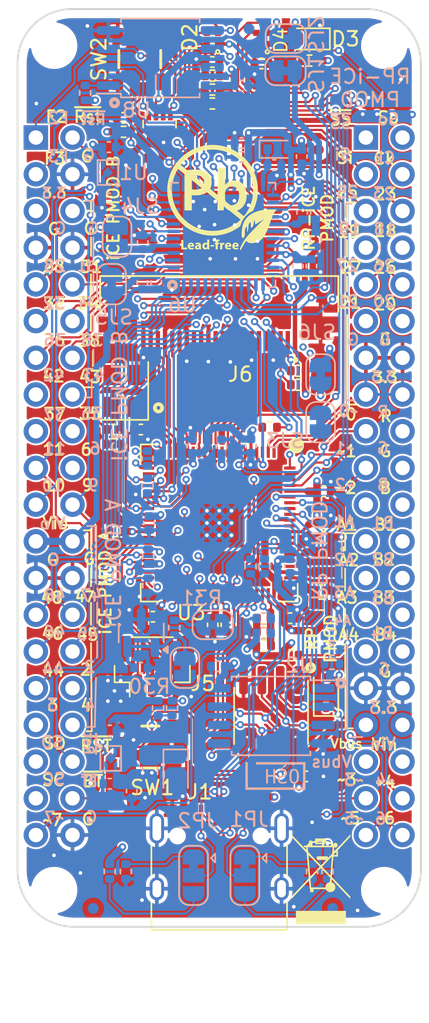
<source format=kicad_pcb>
(kicad_pcb (version 20240108) (generator "pcbnew") (generator_version "8.0")
  (title_block (title "pico-ice") (date "2022-08-24") (rev "REV1") (company "tinyVision.ai Inc."))
  (layers (0 "F.Cu" signal) (1 "In1.Cu" signal) (2 "In2.Cu" signal) (31 "B.Cu" signal) (34 "B.Paste" user) (35 "F.Paste" user) (36 "B.SilkS" user "B.Silkscreen") (37 "F.SilkS" user "F.Silkscreen") (38 "B.Mask" user) (39 "F.Mask" user) (44 "Edge.Cuts" user))
  (net 0 "")
  (net 1 "GND")
  (net 2 "/XIN")
  (net 3 "/XOUT")
  (net 4 "+3V3")
  (net 5 "+1V1")
  (net 6 "/~{USB_BOOT}")
  (net 7 "/SWD")
  (net 8 "/SWCLK")
  (net 9 "/QSPI_SD3")
  (net 10 "/QSPI_SCLK")
  (net 11 "/QSPI_SD0")
  (net 12 "/QSPI_SD2")
  (net 13 "/QSPI_SD1")
  (net 14 "/USB_D+")
  (net 15 "/USB_D-")
  (net 16 "+1V2")
  (net 17 "/+1.2V_CORE")
  (net 18 "Net-(D1-K)")
  (net 19 "/VCC_PLL")
  (net 20 "Net-(D2-A)")
  (net 21 "/~{RESET}")
  (net 22 "/USB_P")
  (net 23 "/ICE_35_G0")
  (net 24 "/ICE_SSN")
  (net 25 "/ICE_SCK")
  (net 26 "Net-(C1-Pad1)")
  (net 27 "V_{in}")
  (net 28 "/ICE_10|PB")
  (net 29 "+3V3_FPGA")
  (net 30 "Net-(D2-RK)")
  (net 31 "/VIO_BANK_2")
  (net 32 "/ICE_SO")
  (net 33 "/ICE_SI")
  (net 34 "/ICE_27")
  (net 35 "/ICE_25")
  (net 36 "/ICE_21")
  (net 37 "/ICE_19")
  (net 38 "/ICE_26")
  (net 39 "/ICE_23")
  (net 40 "/ICE_20_G3")
  (net 41 "/ICE_18")
  (net 42 "/PICO_PMOD_A1")
  (net 43 "/PICO_PMOD_A2")
  (net 44 "/PICO_PMOD_A3")
  (net 45 "/PICO_PMOD_A4")
  (net 46 "/PICO_PMOD_B1")
  (net 47 "/PICO_PMOD_B2")
  (net 48 "/PICO_PMOD_B3")
  (net 49 "/PICO_PMOD_B4")
  (net 50 "/ADC3")
  (net 51 "/ICE_2")
  (net 52 "/ICE_3")
  (net 53 "/ICE_4")
  (net 54 "/ICE_6")
  (net 55 "/ICE_9")
  (net 56 "/ICE_11")
  (net 57 "/ICE_28")
  (net 58 "/ICE_31")
  (net 59 "/ICE_32")
  (net 60 "/ICE_34")
  (net 61 "/ICE_36")
  (net 62 "/ICE_38")
  (net 63 "/ICE_42")
  (net 64 "/ICE_43")
  (net 65 "/ICE_44_G6")
  (net 66 "/ICE_45")
  (net 67 "/ICE_46")
  (net 68 "/ICE_47")
  (net 69 "/ICE_48")
  (net 70 "/USB_N")
  (net 71 "Net-(D2-GK)")
  (net 72 "Net-(D2-BK)")
  (net 73 "Net-(D5-K)")
  (net 74 "Net-(J1-CC1)")
  (net 76 "Net-(J1-CC2)")
  (net 77 "Net-(U3-ADC_AVDD)")
  (net 79 "/ADC2|PB")
  (net 80 "/LED_G")
  (net 81 "/LED_B")
  (net 82 "/LED_R")
  (net 83 "Net-(D6-A)")
  (net 84 "Net-(D4-A)")
  (net 85 "/VREG_AVDD")
  (net 86 "/~{ICE_RST}")
  (net 87 "Net-(U4-K)")
  (net 88 "/ICE_LED_B")
  (net 89 "/ICE_LED_G")
  (net 90 "/ICE_LED_R")
  (net 91 "V_{BUS}")
  (net 92 "/ICE_13|IO3")
  (net 93 "/ICE_37")
  (net 94 "/SDA_GPIO2")
  (net 95 "/ICE_12|IO2")
  (net 96 "/SCL_GPIO3")
  (net 97 "/ADC7")
  (net 98 "/ADC1")
  (net 99 "/ICE_DONE|ADC0")
  (net 100 "/ADC5|VREF")
  (net 101 "/ADC4")
  (net 102 "/ADC6")
  (net 103 "/GPIO11")
  (net 104 "/GPIO10")
  (net 105 "Net-(JP1-B)")
  (net 106 "Net-(JP1-A)")
  (net 107 "Net-(JP2-A)")
  (net 108 "Net-(JP2-B)")
  (net 109 "/VREG_LX")
  (net 110 "/~{QSPI_SS}")
  (net 111 "Net-(U3-GPIO21)")
  (net 112 "Net-(U3-GPIO6)")
  (net 113 "Net-(R12-Pad1)")
  (net 114 "/~{SRAM_SS}")
  (net 115 "Net-(U3-GPIO22)")
  (net 116 "Net-(U6B-CDONE)")
  (net 117 "/Lane0_P")
  (net 118 "/Lane1_N")
  (net 119 "/Lane2_P")
  (net 120 "/Clock_P")
  (net 121 "/Lane1_P")
  (net 122 "/Clock_N")
  (net 123 "/Lane0_N")
  (net 124 "/Lane2_N")
  (footprint "Resistor_SMD:R_0402_1005Metric" (layer "F.Cu") (at 71.917718 77.655871 180)
    (property "Reference" "R19" (hide yes))
    (property "Value" "1k" (hide yes))
  )
  (footprint "MountingHole:MountingHole_2.7mm_M2.5" (layer "F.Cu") (at 60.96 132.08)
    (property "Reference" "H4" (hide yes))
    (property "Value" "MountingHole" (hide yes))
  )
  (footprint "Capacitor_SMD:C_0402_1005Metric" (layer "F.Cu") (at 67.802918 113.165071 180)
    (property "Reference" "C12" (hide yes))
    (property "Value" "0.1u" (hide yes))
  )
  (footprint "CUSTOM:LED_Cree-PLCC4_1x1mm_CW" (layer "F.Cu") (at 75.346718 73.152 -90)
    (property "Reference" "D4")
    (property "Value" "MHPA1010RGBDT" (hide yes))
  )
  (footprint "Resistor_SMD:R_0402_1005Metric" (layer "F.Cu") (at 77.378718 115.832071)
    (property "Reference" "R15" (hide yes))
    (property "Value" "10K" (hide yes))
  )
  (footprint "Resistor_SMD:R_0402_1005Metric" (layer "F.Cu") (at 78.648718 74.684071)
    (property "Reference" "R14" (hide yes))
    (property "Value" "2.2K")
  )
  (footprint "Capacitor_SMD:C_0402_1005Metric" (layer "F.Cu") (at 72.882918 113.723871 -90)
    (property "Reference" "C4" (hide yes))
    (property "Value" "0.1u" (hide yes))
  )
  (footprint "Capacitor_SMD:C_0402_1005Metric" (layer "F.Cu") (at 79.639318 106.713471)
    (property "Reference" "C19" (hide yes))
    (property "Value" "0.1u" (hide yes))
  )
  (footprint "LED_SMD:LED_0603_1608Metric" (layer "F.Cu") (at 78.572518 73.185471 180)
    (property "Reference" "D3")
    (property "Value" "LTST-C191KGKT" (hide yes))
  )
  (footprint "Capacitor_SMD:C_0402_1005Metric" (layer "F.Cu") (at 75.473718 113.266671 180)
    (property "Reference" "C9" (hide yes))
    (property "Value" "0.1u" (hide yes))
  )
  (footprint "Resistor_SMD:R_0402_1005Metric" (layer "F.Cu") (at 75.473718 115.171671 180)
    (property "Reference" "R25" (hide yes))
    (property "Value" "100" (hide yes))
  )
  (footprint "Capacitor_SMD:C_0402_1005Metric" (layer "F.Cu") (at 65.262918 107.272271 180)
    (property "Reference" "C5" (hide yes))
    (property "Value" "0.1u" (hide yes))
  )
  (footprint "CUSTOM:PTS820J25KSMTRLFS" (layer "F.Cu") (at 66.888518 74.582471 -90)
    (property "Reference" "SW2")
    (property "Value" "CS1213AGF260" (hide yes))
  )
  (footprint "Diode_SMD:D_SOD-323" (layer "F.Cu") (at 79.791718 118.422871 90)
    (property "Reference" "D6" (hide yes))
    (property "Value" "1N5819WS")
  )
  (footprint "Capacitor_SMD:C_0402_1005Metric" (layer "F.Cu") (at 65.770918 78.646471 180)
    (property "Reference" "C14" (hide yes))
    (property "Value" "0.1u")
  )
  (footprint "Capacitor_SMD:C_0402_1005Metric" (layer "F.Cu") (at 75.473718 114.206471 180)
    (property "Reference" "C35" (hide yes))
    (property "Value" "4.7u")
  )
  (footprint "Capacitor_SMD:C_0402_1005Metric" (layer "F.Cu") (at 79.436118 111.336271)
    (property "Reference" "C23" (hide yes))
    (property "Value" "4.7u")
  )
  (footprint "Capacitor_SMD:C_0402_1005Metric" (layer "F.Cu") (at 79.639318 104.478271)
    (property "Reference" "C11" (hide yes))
    (property "Value" "4.7u" (hide yes))
  )
  (footprint "Capacitor_SMD:C_0402_1005Metric" (layer "F.Cu") (at 77.302518 113.266671)
    (property "Reference" "C18" (hide yes))
    (property "Value" "0.1u" (hide yes))
  )
  (footprint "Resistor_SMD:R_0402_1005Metric" (layer "F.Cu") (at 71.917718 75.725471 180)
    (property "Reference" "R17" (hide yes))
    (property "Value" "1k" (hide yes))
  )
  (footprint "CUSTOM:OSHW_Dual_0.1_Scale_2140" (layer "F.Cu") (at 76.286518 124.061671)
    (property "Reference" "LOGO4" (hide yes))
    (property "Value" "OSHW ID: US002140")
  )
  (footprint "Connector_USB:USB_C_Receptacle_HRO_TYPE-C-31-M-12" (layer "F.Cu") (at 72.39 130.937)
    (property "Reference" "J1")
    (property "Value" "USB_C_Receptacle_USB2.0" (hide yes))
  )
  (footprint "Capacitor_SMD:C_0402_1005Metric" (layer "F.Cu") (at 78.394718 124.214071)
    (property "Reference" "C42" (hide yes))
    (property "Value" "0.1u" (hide yes))
  )
  (footprint "Connector_JST:JST_SH_BM03B-SRSS-TB_1x03-1MP_P1.00mm_Vertical" (layer "F.Cu") (at 67.752118 116.594071)
    (property "Reference" "J5")
    (property "Value" "BM03B-SRSS-TB")
  )
  (footprint "Capacitor_SMD:C_0402_1005Metric" (layer "F.Cu") (at 65.059718 100.211071)
    (property "Reference" "C1" (hide yes))
    (property "Value" "15p" (hide yes))
  )
  (footprint "CUSTOM:tinyAI_logo" (layer "F.Cu") (at 64.255718 129.889071 90)
    (property "Reference" "LOGO1" (hide yes))
    (property "Value" "tinyVS Logo" (hide yes))
  )
  (footprint "Resistor_SMD:R_0402_1005Metric" (layer "F.Cu") (at 75.880118 100.058671 180)
    (property "Reference" "R9" (hide yes))
    (property "Value" "27" (hide yes))
  )
  (footprint "Capacitor_SMD:C_0402_1005Metric" (layer "F.Cu") (at 75.321318 74.887271 180)
    (property "Reference" "C13" (hide yes))
    (property "Value" "4.7u" (hide yes))
  )
  (footprint "Package_SO:SOIC-8_3.9x4.9mm_P1.27mm" (layer "F.Cu") (at 75.981718 120.023071 -90)
    (property "Reference" "U5" (hide yes))
    (property "Value" "APS6404L-3SQN-SN" (hide yes))
  )
  (footprint "CUSTOM:Pb free logo" (layer "F.Cu") (at 72.597288 84.252543)
    (property "Reference" "LOGO3" (hide yes))
    (property "Value" "Pb free Logo" (hide yes))
  )
  (footprint "RP2040_minimal:PinHeader_2x20_P2.54mm_Vertical_Right" (layer "F.Cu") (at 82.55 80.01)
    (property "Reference" "J3" (hide yes))
    (property "Value" "Conn_02x20_Odd_Even" (hide yes))
  )
  (footprint "MountingHole:MountingHole_2.7mm_M2.5" (layer "F.Cu") (at 83.82 73.66)
    (property "Reference" "H2" (hide yes))
    (property "Value" "MountingHole" (hide yes))
  )
  (footprint "CUSTOM:LED_Cree-PLCC4_1x1mm_CW" (layer "F.Cu") (at 71.917718 73.152 -90)
    (property "Reference" "D2")
    (property "Value" "MHPA1010RGBDT" (hide yes))
  )
  (footprint "CUSTOM:WEEE logo" (layer "F.Cu") (at 79.436118 131.326071)
    (property "Reference" "LOGO2" (hide yes))
    (property "Value" "WEEE Logo" (hide yes))
  )
  (footprint "Resistor_SMD:R_0402_1005Metric" (layer "F.Cu") (at 77.861318 97.112271 180)
    (property "Reference" "R23" (hide yes))
    (property "Value" "10K" (hide yes))
  )
  (footprint "RP2040_minimal:PinHeader_2x20_P2.54mm_Vertical_Left" (layer "F.Cu") (at 59.69 80.01)
    (property "Reference" "J2" (hide yes))
    (property "Value" "Conn_02x20_Odd_Even" (hide yes))
  )
  (footprint "Fiducial:Fiducial_0.75mm_Mask1.5mm" (layer "F.Cu") (at 65.262918 126.093671)
    (property "Reference" "FID3" (hide yes))
    (property "Value" "Fiducial" (hide yes))
  )
  (footprint "RP2350_60QFN_minimal:L_pol_2016" (layer "F.Cu") (at 79.664718 109.380471 -90)
    (property "Reference" "L1" (hide yes))
    (property "Value" "3.3u")
  )
  (footprint "CUSTOM:PTS820J25KSMTRLFS" (layer "F.Cu") (at 67.625118 122.182071 180)
    (property "Reference" "SW1")
    (property "Value" "CS1213AGF260" (hide yes))
  )
  (footprint "Resistor_SMD:R_0402_1005Metric" (layer "F.Cu") (at 71.917718 76.690671 180)
    (property "Reference" "R18" (hide yes))
    (property "Value" "1k" (hide yes))
  )
  (footprint "Resistor_SMD:R_Array_Concave_4x0402" (layer "F.Cu") (at 68.260118 79.078271 90)
    (property "Reference" "RN1" (hide yes))
    (property "Value" "10K" (hide yes))
  )
  (footprint "Resistor_SMD:R_0402_1005Metric" (layer "F.Cu") (at 65.768918 79.611671)
    (property "Reference" "R21" (hide yes))
    (property "Value" "10K" (hide yes))
  )
  (footprint "RP2350_60QFN_minimal:RP2350B_QFN-80_EP_10.573x10.573_Pitch0.4mm" (layer "F.Cu") (at 72.39 106.68 -90)
    (property "Reference" "U3")
    (property "Value" "RP2350_80QFN")
  )
  (footprint "Fiducial:Fiducial_0.75mm_Mask1.5mm" (layer "F.Cu") (at 79.258318 80.856271)
    (property "Reference" "FID1" (hide yes))
    (property "Value" "Fiducial" (hide yes))
  )
  (footprint "Crystal:Crystal_SMD_3225-4Pin_3.2x2.5mm" (layer "F.Cu") (at 65.821718 97.544071 90)
    (property "Reference" "Y1" (hide yes))
    (property "Value" "ABM8-272-T3")
  )
  (footprint "MountingHole:MountingHole_2.7mm_M2.5" (layer "F.Cu") (at 83.82 132.08)
    (property "Reference" "H3" (hide yes))
    (property "Value" "MountingHole" (hide yes))
  )
  (footprint "Capacitor_SMD:C_0402_1005Metric" (layer "F.Cu") (at 71.943118 113.723871 -90)
    (property "Reference" "C10" (hide yes))
    (property "Value" "0.1u" (hide yes))
  )
  (footprint "Capacitor_SMD:C_0402_1005Metric" (layer "F.Cu") (at 66.964718 100.211071)
    (property "Reference" "C2" (hide yes))
    (property "Value" "15p" (hide yes))
  )
  (footprint "Resistor_SMD:R_0402_1005Metric" (layer "F.Cu") (at 79.461518 112.326871)
    (property "Reference" "R26" (hide yes))
    (property "Value" "27")
  )
  (footprint "MountingHole:MountingHole_2.7mm_M2.5" (layer "F.Cu") (at 60.96 73.66)
    (property "Reference" "H1" (hide yes))
    (property "Value" "MountingHole" (hide yes))
  )
  (footprint "Resistor_SMD:R_0402_1005Metric" (layer "F.Cu") (at 65.059718 101.227071 180)
    (property "Reference" "R1" (hide yes))
    (property "Value" "1k" (hide yes))
  )
  (footprint "Resistor_SMD:R_0402_1005Metric" (layer "F.Cu") (at 77.861318 96.147071 180)
    (property "Reference" "R13" (hide yes))
    (property "Value" "10K" (hide yes))
  )
  (footprint "Fiducial:Fiducial_0.75mm_Mask1.5mm" (layer "F.Cu") (at 67.472718 81.415071)
    (property "Reference" "FID5" (hide yes))
    (property "Value" "Fiducial" (hide yes))
  )
  (footprint "Capacitor_SMD:C_0402_1005Metric" (layer "F.Cu") (at 79.639318 107.653271 180)
    (property "Reference" "C38" (hide yes))
    (property "Value" "4.7u")
  )
  (footprint "Capacitor_SMD:C_0402_1005Metric" (layer "F.Cu") (at 71.917718 74.785671 180)
    (property "Reference" "C32" (hide yes))
    (property "Value" "4.7u" (hide yes))
  )
  (footprint "RP2350_60QFN_minimal:AMPHENOL_SFV22R-2STE1HLF" (layer "F.Cu") (at 72.39 91.694 180)
    (property "Reference" "J6")
    (property "Value" "FH12A-22S-0.5SH(55)")
  )
  (footprint "Jumper:SolderJumper-3_P1.3mm_Bridged12_RoundedPad1.0x1.5mm" (layer "B.Cu") (at 70.612 131.064 -90)
    (property "Reference" "JP2")
    (property "Value" "SolderJumper_3_Bridged12")
  )
  (footprint "Capacitor_SMD:C_0402_1005Metric" (layer "B.Cu") (at 64.805718 124.722071 180)
    (property "Reference" "C39" (hide yes))
    (property "Value" "4.7u")
  )
  (footprint "Resistor_SMD:R_0402_1005Metric" (layer "B.Cu") (at 80.198118 114.485871 180)
    (property "Reference" "R3" (hide yes))
    (property "Value" "DNF" (hide yes))
  )
  (footprint "Capacitor_SMD:C_0402_1005Metric" (layer "B.Cu") (at 70.520718 101.354071 90)
    (property "Reference" "C16" (hide yes))
    (property "Value" "0.1u" (hide yes))
  )
  (footprint "Resistor_SMD:R_0603_1608Metric" (layer "B.Cu") (at 67.599718 123.833071 90)
    (property "Reference" "PTC1" (hide yes))
    (property "Value" "MF-FSMF035X-2" (hide yes))
  )
  (footprint "Capacitor_SMD:C_0402_1005Metric" (layer "B.Cu") (at 68.031518 90.025671 -90)
    (property "Reference" "C29" (hide yes))
    (property "Value" "0.1u" (hide yes))
  )
  (footprint "Capacitor_SMD:C_0402_1005Metric" (layer "B.Cu") (at 73.924318 76.411271)
    (property "Reference" "C26" (hide yes))
    (property "Value" "0.1u" (hide yes))
  )
  (footprint "Fiducial:Fiducial_0.75mm_Mask1.5mm" (layer "B.Cu") (at 74.455718 72.489071 180)
    (property "Reference" "FID2" (hide yes))
    (property "Value" "Fiducial" (hide yes))
  )
  (footprint "Resistor_SMD:R_0402_1005Metric" (layer "B.Cu") (at 75.473718 114.308071)
    (property "Reference" "R29" (hide yes))
    (property "Value" "10K")
  )
  (footprint "Capacitor_SMD:C_0402_1005Metric" (layer "B.Cu") (at 67.066318 90.025671 -90)
    (property "Reference" "C30" (hide yes))
    (property "Value" "4.7u" (hide yes))
  )
  (footprint "Capacitor_SMD:C_0402_1005Metric" (layer "B.Cu") (at 67.523518 106.688071 -90)
    (property "Reference" "C17" (hide yes))
    (property "Value" "0.1u" (hide yes))
  )
  (footprint "Capacitor_SMD:C_0402_1005Metric" (layer "B.Cu") (at 78.775718 88.908071 -90)
    (property "Reference" "C22" (hide yes))
    (property "Value" "4.7u" (hide yes))
  )
  (footprint "Capacitor_SMD:C_0402_1005Metric" (layer "B.Cu") (at 66.964718 116.695671)
    (property "Reference" "C36" (hide yes))
    (property "Value" "0.1u" (hide yes))
  )
  (footprint "Capacitor_SMD:C_0402_1005Metric" (layer "B.Cu") (at 64.749718 80.676071)
    (property "Reference" "C7" (hide yes))
    (property "Value" "4.7u" (hide yes))
  )
  (footprint "Capacitor_SMD:C_0402_1005Metric" (layer "B.Cu") (at 77.835918 88.908071 -90)
    (property "Reference" "C21" (hide yes))
    (property "Value" "0.1u" (hide yes))
  )
  (footprint "Capacitor_SMD:C_0402_1005Metric" (layer "B.Cu") (at 66.329718 125.230071 -90)
    (property "Reference" "C3" (hide yes))
    (property "Value" "4.7u" (hide yes))
  )
  (footprint "Capacitor_SMD:C_0402_1005Metric" (layer "B.Cu") (at 64.805718 121.039071)
    (property "Reference" "C41" (hide yes))
    (property "Value" "4.7u")
  )
  (footprint "Package_SO:SOIC-8_5.23x5.23mm_P1.27mm" (layer "B.Cu") (at 68.310918 74.506271)
    (property "Reference" "U8")
    (property "Value" "W25Q32JVSSIQ" (hide yes))
  )
  (footprint "Resistor_SMD:R_0402_1005Metric" (layer "B.Cu") (at 74.559318 109.685271 90)
    (property "Reference" "R4" (hide yes))
    (property "Value" "27" (hide yes))
  )
  (footprint "Jumper:SolderJumper-3_P1.3mm_Bridged12_RoundedPad1.0x1.5mm" (layer "B.Cu") (at 74.168 131.064 -90)
    (property "Reference" "JP1")
    (property "Value" "SolderJumper_3_Bridged12")
  )
  (footprint "Resistor_SMD:R_0402_1005Metric" (layer "B.Cu") (at 64.805718 130.792671 -90)
    (property "Reference" "R22" (hide yes))
    (property "Value" "56K")
  )
  (footprint "Resistor_SMD:R_0402_1005Metric" (layer "B.Cu") (at 75.524518 109.685271 90)
    (property "Reference" "R5" (hide yes))
    (property "Value" "27" (hide yes))
  )
  (footprint "Resistor_SMD:R_0402_1005Metric" (layer "B.Cu") (at 80.198118 115.451071)
    (property "Reference" "R27" (hide yes))
    (property "Value" "DNF")
  )
  (footprint "Resistor_SMD:R_0402_1005Metric" (layer "B.Cu") (at 69.123718 119.487671 90)
    (property "Reference" "R33" (hide yes))
    (property "Value" "5.1K")
  )
  (footprint "Capacitor_SMD:C_0402_1005Metric" (layer "B.Cu") (at 73.941647 80.388753 180)
    (property "Reference" "C25" (hide yes))
    (property "Value" "4.7u" (hide yes))
  )
  (footprint "Resistor_SMD:R_0402_1005Metric" (layer "B.Cu") (at 67.472718 111.008071 -90)
    (property "Reference" "R7" (hide yes))
    (property "Value" "10K" (hide yes))
  )
  (footprint "Package_SO:SOIC-8_5.23x5.23mm_P1.27mm" (layer "B.Cu") (at 75.981718 120.023071 180)
    (property "Reference" "U2")
    (property "Value" "W25Q32JVSSIQ" (hide yes))
  )
  (footprint "Resistor_SMD:R_0402_1005Metric" (layer "B.Cu") (at 75.473718 113.292071 180)
    (property "Reference" "R28" (hide yes))
    (property "Value" "10K")
  )
  (footprint "Capacitor_SMD:C_0402_1005Metric" (layer "B.Cu") (at 67.091718 87.257071 90)
    (property "Reference" "C27" (hide yes))
    (property "Value" "0.1u" (hide yes))
  )
  (footprint "Resistor_SMD:R_0402_1005Metric" (layer "B.Cu") (at 63.103918 76.921271 -90)
    (property "Reference" "R8" (hide yes))
    (property "Value" "10K" (hide yes))
  )
  (footprint "Jumper:SolderJumper-2_P1.3mm_Bridged_RoundedPad1.0x1.5mm" (layer "B.Cu") (at 64.932718 90.152671 -90)
    (property "Reference" "SJ5")
    (property "Value" "SHORT" (hide yes))
  )
  (footprint "Resistor_SMD:R_0402_1005Metric" (layer "B.Cu") (at 78.826518 130.792671 -90)
    (property "Reference" "R24" (hide yes))
    (property "Value" "5.1K")
  )
  (footprint "Diode_SMD:D_SOD-323" (layer "B.Cu") (at 69.377718 123.960071 -90)
    (property "Reference" "D5" (hide yes))
    (property "Value" "1N5819WS" (hide yes))
  )
  (footprint "Fiducial:Fiducial_0.75mm_Mask1.5mm" (layer "B.Cu") (at 63.662718 133.35 180)
    (property "Reference" "FID6" (hide yes))
    (property "Value" "Fiducial" (hide yes))
  )
  (footprint "Resistor_SMD:R_0402_1005Metric" (layer "B.Cu") (at 67.421918 104.097271 90)
    (property "Reference" "R34" (hide yes))
    (property "Value" "27")
  )
  (footprint "Capacitor_SMD:C_0402_1005Metric" (layer "B.Cu") (at 74.584718 101.354071 -90)
    (property "Reference" "C15" (hide yes))
    (property "Value" "0.1u" (hide yes))
  )
  (footprint "Capacitor_SMD:C_0402_1005Metric" (layer "B.Cu") (at 72.552718 101.382071 90)
    (property "Reference" "C6" (hide yes))
    (property "Value" "4.7u" (hide yes))
  )
  (footprint "Package_TO_SOT_SMD:SOT-23" (layer "B.Cu") (at 66.990118 114.282671 90)
    (property "Reference" "U4" (hide yes))
    (property "Value" "TL431DBZ")
  )
  (footprint "Fiducial:Fiducial_0.75mm_Mask1.5mm" (layer "B.Cu") (at 80.248918 133.35 180)
    (property "Reference" "FID4" (hide yes))
    (property "Value" "Fiducial" (hide yes))
  )
  (footprint "Capacitor_SMD:C_0402_1005Metric" (layer "B.Cu") (at 76.207718 81.912753)
    (property "Reference" "C31" (hide yes))
    (property "Value" "4.7u" (hide yes))
  )
  (footprint "Resistor_SMD:R_0402_1005Metric" (layer "B.Cu") (at 68.158518 119.487671 -90)
    (property "Reference" "R32" (hide yes))
    (property "Value" "10K")
  )
  (footprint "Resistor_SMD:R_0402_1005Metric" (layer "B.Cu") (at 67.472718 108.999471 -90)
    (property "Reference" "R16" (hide yes))
    (property "Value" "10K" (hide yes))
  )
  (footprint "Capacitor_SMD:C_0402_1005Metric" (layer "B.Cu") (at 78.140718 85.199671 90)
    (property "Reference" "C33" (hide yes))
    (property "Value" "0.1u" (hide yes))
  )
  (footprint "Resistor_SMD:R_0402_1005Metric" (layer "B.Cu") (at 67.421918 102.217671 -90)
    (property "Reference" "R6" (hide yes))
    (property "Value" "27" (hide yes))
  )
  (footprint "Resistor_SMD:R_0402_1005Metric" (layer "B.Cu") (at 80.198118 116.416271)
    (property "Reference" "R2" (hide yes))
    (property "Value" "1k" (hide yes))
  )
  (footprint "Jumper:SolderJumper-2_P1.3mm_Bridged_RoundedPad1.0x1.5mm" (layer "B.Cu") (at 79.410718 96.401071 -90)
    (property "Reference" "SJ6")
    (property "Value" "SHORT")
  )
  (footprint "Capacitor_SMD:C_0402_1005Metric" (layer "B.Cu") (at 77.302518 109.659871 -90)
    (property "Reference" "C20" (hide yes))
    (property "Value" "4.7u")
  )
  (footprint "Jumper:SolderJumper-2_P1.3mm_Bridged_RoundedPad1.0x1.5mm" (layer "B.Cu") (at 79.410718 99.703071 90)
    (property "Reference" "SJ3")
    (property "Value" "SHORT")
  )
  (footprint "Capacitor_SMD:C_0402_1005Metric" (layer "B.Cu") (at 72.298718 116.594071 180)
    (property "Reference" "C8" (hide yes))
    (property "Value" "0.1u" (hide yes))
  )
  (footprint "Resistor_SMD:R_0402_1005Metric" (layer "B.Cu") (at 79.893318 130.792671 -90)
    (property "Reference" "R20" (hide yes))
    (property "Value" "56K")
  )
  (footprint "Resistor_SMD:R_0402_1005Metric" (layer "B.Cu") (at 79.080518 87.053871 -90)
    (property "Reference" "R11" (hide yes))
    (property "Value" "100" (hide yes))
  )
  (footprint "Jumper:SolderJumper-2_P1.3mm_Bridged_RoundedPad1.0x1.5mm" (layer "B.Cu") (at 77.008118 73.160071)
    (property "Reference" "SJ2")
    (property "Value" "SHORT" (hide yes))
  )
  (footprint "Diode_SMD:D_SOD-523" (layer "B.Cu") (at 76.438918 80.820553)
    (property "Reference" "D1" (hide yes))
    (property "Value" "1N4148WT-7" (hide yes))
  )
  (footprint "Jumper:SolderJumper-2_P1.3mm_Bridged_RoundedPad1.0x1.5mm" (layer "B.Cu") (at 65.313718 86.876071 90)
    (property "Reference" "SJ4")
    (property "Value" "SHORT" (hide yes))
  )
  (footprint "Jumper:SolderJumper-2_P1.3mm_Bridged_RoundedPad1.0x1.5mm" (layer "B.Cu") (at 70.012718 116.695671 -90)
    (property "Reference" "R30")
    (property "Value" "SHORT")
  )
  (footprint "Package_DFN_QFN:QFN-48-1EP_7x7mm_P0.5mm_EP5.6x5.6mm" (layer "B.Cu") (at 72.679718 86.749071)
    (property "Reference" "U6")
    (property "Value" "ICE40UP5K-SG48ITR" (hide yes))
  )
  (footprint "RP2040_minimal:OnSemi_XDFN4-1EP_1.0x1.0mm_EP0.52x0.52mm" (layer "B.Cu") (at 64.678718 82.431071 180)
    (property "Reference" "U1")
    (property "Value" "NCP115AMX120TCG")
  )
  (footprint "Capacitor_SMD:C_0402_1005Metric" (layer "B.Cu") (at 64.749718 84.232071 180)
    (property "Reference" "C37" (hide yes))
    (property "Value" "4.7u" (hide yes))
  )
  (footprint "Capacitor_SMD:C_0402_1005Metric" (layer "B.Cu") (at 78.107247 81.328553 -90)
    (property "Reference" "C28" (hide yes))
    (property "Value" "0.1u" (hide yes))
  )
  (footprint "Capacitor_SMD:C_0402_1005Metric" (layer "B.Cu") (at 79.080518 85.199671 90)
    (property "Reference" "C34" (hide yes))
    (property "Value" "4.7u" (hide yes))
  )
  (footprint "Resistor_SMD:R_0402_1005Metric" (layer "B.Cu") (at 69.276118 113.927071 -90)
    (property "Reference" "R12" (hide yes))
    (property "Value" "1K" (hide yes))
  )
  (footprint "Jumper:SolderJumper-2_P1.3mm_Bridged_RoundedPad1.0x1.5mm" (layer "B.Cu") (at 71.943118 113.723871)
    (property "Reference" "R31")
    (property "Value" "SHORT")
  )
  (footprint "RP2040_minimal:OnSemi_XDFN4-1EP_1.0x1.0mm_EP0.52x0.52mm" (layer "B.Cu") (at 64.876718 122.967071)
    (property "Reference" "U9" (hide yes))
    (property "Value" "NCP115AMX330TCG")
  )
  (footprint "Resistor_SMD:R_0402_1005Metric" (layer "B.Cu") (at 65.923318 130.792671 -90)
    (property "Reference" "R10" (hide yes))
    (property "Value" "5.1K")
  )
  (footprint "Capacitor_SMD:C_0402_1005Metric" (layer "B.Cu") (at 73.941647 81.353953 180)
    (property "Reference" "C24" (hide yes))
    (property "Value" "0.1u" (hide yes))
  )
  (footprint "Jumper:SolderJumper-2_P1.3mm_Bridged_RoundedPad1.0x1.5mm" (layer "B.Cu") (at 76.982718 75.395271)
    (property "Reference" "SJ1")
    (property "Value" "SHORT" (hide yes))
  )
  (gr_line (start 63.9318 112.199871) (end 63.9318 113.596871) (stroke (width 0.12)) (layer "B.SilkS"))
  (gr_line (start 63.855718 117.389071) (end 63.773218 120.789071) (stroke (width 0.12)) (layer "B.SilkS"))
  (gr_line (start 81.137918 95.791471) (end 81.155718 98.189071) (stroke (width 0.12)) (layer "B.SilkS"))
  (gr_line (start 68.264882 91.4908) (end 68.264882 91.567) (stroke (width 0.12)) (layer "B.SilkS"))
  (gr_line (start 63.555718 97.997071) (end 63.055718 97.989071) (stroke (width 0.12)) (layer "B.SilkS"))
  (gr_line (start 63.555718 96.981071) (end 63.555718 97.997071) (stroke (width 0.12)) (layer "B.SilkS"))
  (gr_line (start 81.137918 89.314471) (end 81.137918 90.711471) (stroke (width 0.12)) (layer "B.SilkS"))
  (gr_line (start 63.1698 84.389071) (end 63.6778 84.389071) (stroke (width 0.12)) (layer "B.SilkS"))
  (gr_line (start 63.6778 86.926871) (end 63.6778 88.323871) (stroke (width 0.12)) (layer "B.SilkS"))
  (gr_line (start 81.137918 87.028471) (end 81.137918 88.171471) (stroke (width 0.12)) (layer "B.SilkS"))
  (gr_line (start 81.137918 91.981471) (end 81.137918 95.791471) (stroke (width 0.12)) (layer "B.SilkS"))
  (gr_line (start 80.883918 107.221471) (end 80.883918 108.618471) (stroke (width 0.12)) (layer "B.SilkS"))
  (gr_line (start 63.773218 120.789071) (end 63.138218 120.789071) (stroke (width 0.12)) (layer "B.SilkS"))
  (gr_line (start 81.645918 107.189071) (end 80.883918 107.189071) (stroke (width 0.12)) (layer "B.SilkS"))
  (gr_line (start 81.155718 98.189071) (end 81.749418 98.189071) (stroke (width 0.12)) (layer "B.SilkS"))
  (gr_line (start 63.6778 94.673871) (end 63.6778 95.689871) (stroke (width 0.12)) (layer "B.SilkS"))
  (gr_line (start 63.238218 106.889071) (end 63.873218 106.889071) (stroke (width 0.12)) (layer "B.SilkS"))
  (gr_line (start 81.165218 84.589071) (end 81.137918 85.504471) (stroke (width 0.12)) (layer "B.SilkS"))
  (gr_line (start 81.546218 84.589071) (end 81.165218 84.589071) (stroke (width 0.12)) (layer "B.SilkS"))
  (gr_line (start 63.6778 89.466871) (end 63.6778 90.736871) (stroke (width 0.12)) (layer "B.SilkS"))
  (gr_line (start 80.883918 109.761471) (end 80.883918 110.498071) (stroke (width 0.12)) (layer "B.SilkS"))
  (gr_line (start 63.6778 84.389071) (end 63.6778 85.529871) (stroke (width 0.12)) (layer "B.SilkS"))
  (gr_line (start 63.9318 114.866871) (end 63.9318 116.009871) (stroke (width 0.12)) (layer "B.SilkS"))
  (gr_line (start 81.264918 114.089071) (end 81.255718 120.989071) (stroke (width 0.12)) (layer "B.SilkS"))
  (gr_line (start 63.873218 106.889071) (end 63.855718 110.889071) (stroke (width 0.12)) (layer "B.SilkS"))
  (gr_line (start 81.411218 121.489071) (end 82.300218 121.489071) (stroke (width 0.12)) (layer "B.SilkS"))
  (gr_line (start 63.6778 92.006871) (end 63.6778 93.403871) (stroke (width 0.12)) (layer "B.SilkS"))
  (gr_line (start 63.205718 121.089071) (end 63.505718 121.089071) (stroke (width 0.12)) (layer "F.SilkS"))
  (gr_line (start 63.555718 121.089071) (end 63.510318 114.993871) (stroke (width 0.12)) (layer "F.SilkS"))
  (gr_line (start 63.038218 97.289071) (end 63.673218 97.289071) (stroke (width 0.12)) (layer "F.SilkS"))
  (gr_line (start 63.510318 89.466871) (end 63.510318 90.863871) (stroke (width 0.12)) (layer "F.SilkS"))
  (gr_line (start 81.773218 107.389071) (end 81.138218 107.389071) (stroke (width 0.12)) (layer "F.SilkS"))
  (gr_line (start 81.112518 115.044671) (end 81.147718 120.889071) (stroke (width 0.12)) (layer "F.SilkS"))
  (gr_line (start 63.510318 86.926871) (end 63.510318 88.196871) (stroke (width 0.12)) (layer "F.SilkS"))
  (gr_line (start 81.147718 120.889071) (end 81.655718 120.889071) (stroke (width 0.12)) (layer "F.SilkS"))
  (gr_line (start 63.510318 108.516871) (end 63.510318 107.189071) (stroke (width 0.12)) (layer "F.SilkS"))
  (gr_line (start 63.510318 84.389071) (end 63.510318 85.402871) (stroke (width 0.12)) (layer "F.SilkS"))
  (gr_line (start 63.637318 95.816871) (end 63.637318 94.800871) (stroke (width 0.12)) (layer "F.SilkS"))
  (gr_line (start 63.002318 84.389071) (end 63.510318 84.389071) (stroke (width 0.12)) (layer "F.SilkS"))
  (gr_line (start 81.255718 84.490571) (end 81.255718 85.887571) (stroke (width 0.12)) (layer "F.SilkS"))
  (gr_line (start 81.274718 98.489071) (end 82.036718 98.489071) (stroke (width 0.12)) (layer "F.SilkS"))
  (gr_line (start 81.863718 84.489071) (end 81.355718 84.489071) (stroke (width 0.12)) (layer "F.SilkS"))
  (gr_line (start 63.510318 113.723871) (end 63.510318 112.199871) (stroke (width 0.12)) (layer "F.SilkS"))
  (gr_line (start 81.255718 92.289071) (end 81.255718 98.389071) (stroke (width 0.12)) (layer "F.SilkS"))
  (gr_line (start 81.112518 112.631671) (end 81.112518 113.774671) (stroke (width 0.12)) (layer "F.SilkS"))
  (gr_line (start 81.112518 107.424671) (end 81.112518 108.567671) (stroke (width 0.12)) (layer "F.SilkS"))
  (gr_line (start 63.510318 107.189071) (end 63.002318 107.189071) (stroke (width 0.12)) (layer "F.SilkS"))
  (gr_line (start 81.239518 89.644671) (end 81.239518 90.660671) (stroke (width 0.12)) (layer "F.SilkS"))
  (gr_line (start 63.510318 111.056871) (end 63.510318 109.786871) (stroke (width 0.12)) (layer "F.SilkS"))
  (gr_line (start 63.510318 93.403871) (end 63.510318 92.260871) (stroke (width 0.12)) (layer "F.SilkS"))
  (gr_line (start 81.112518 109.837671) (end 81.112518 111.361671) (stroke (width 0.12)) (layer "F.SilkS"))
  (gr_line (start 81.239518 87.104671) (end 81.239518 88.247671) (stroke (width 0.12)) (layer "F.SilkS"))
  (gr_line (start 82.55 134.62) (end 62.23 134.62) (stroke (width 0.127)) (layer "Edge.Cuts"))
  (gr_line (start 86.36 74.93) (end 86.36 130.81) (stroke (width 0.127)) (layer "Edge.Cuts"))
  (gr_line (start 62.23 71.12) (end 82.55 71.12) (stroke (width 0.127)) (layer "Edge.Cuts"))
  (gr_line (start 58.42 130.81) (end 58.42 74.93) (stroke (width 0.127)) (layer "Edge.Cuts"))
  (gr_arc (start 62.23 134.62) (mid 59.566913 133.473086) (end 58.42 130.81) (stroke (width 0.127)) (layer "Edge.Cuts"))
  (gr_arc (start 58.42 74.93) (mid 59.519317 72.219317) (end 62.23 71.12) (stroke (width 0.127)) (layer "Edge.Cuts"))
  (gr_arc (start 82.55 71.12) (mid 85.260683 72.219317) (end 86.36 74.93) (stroke (width 0.127)) (layer "Edge.Cuts"))
  (gr_arc (start 86.36 130.81) (mid 85.213086 133.473086) (end 82.55 134.62) (stroke (width 0.127)) (layer "Edge.Cuts"))
  (gr_text "11" (at 60.995718 101.531871 0) (layer "B.SilkS") (effects (font (size 0.8 0.8)) (justify mirror)))
  (gr_text "~{SS}" (at 80.807718 79.002071 0) (layer "B.SilkS") (effects (font (size 0.8 0.8)) (justify mirror)))
  (gr_text "45" (at 63.281718 114.358871 0) (layer "B.SilkS") (effects (font (size 0.8 0.8)) (justify mirror)))
  (gr_text "2" (at 63.408718 116.644871 0) (layer "B.SilkS") (effects (font (size 0.8 0.8)) (justify mirror)))
  (gr_text "3.3" (at 83.728718 119.464271 0) (layer "B.SilkS") (effects (font (size 0.8 0.8)) (justify mirror)))
  (gr_text "31" (at 63.180118 88.933471 0) (layer "B.SilkS") (effects (font (size 0.635 0.635)) (justify mirror)))
  (gr_text "iCE PMOD A" (at 64.983518 109.482071 270) (layer "B.SilkS") (effects (font (size 1 1)) (justify mirror)))
  (gr_text "21" (at 81.264918 91.346471 0) (layer "B.SilkS") (effects (font (size 0.8 0.8)) (justify mirror)))
  (gr_text "~{Rst}" (at 63.332518 121.953471 270) (layer "B.SilkS") (effects (font (size 0.635 0.635)) (justify mirror)))
  (gr_text "44" (at 60.868718 116.771871 0) (layer "B.SilkS") (effects (font (size 0.8 0.8)) (justify mirror)))
  (gr_text "38" (at 63.586518 94.038871 0) (layer "B.SilkS") (effects (font (size 0.8 0.8)) (justify mirror)))
  (gr_text "G" (at 61.3918 86.291871 0) (layer "B.SilkS") (effects (font (size 0.8 0.8)) (justify mirror)))
  (gr_text "43" (at 63.713518 96.451871 0) (layer "B.SilkS") (effects (font (size 0.8 0.8)) (justify mirror)))
  (gr_text "~3" (at 81.696718 124.468071 0) (layer "B.SilkS") (effects (font (size 0.8 0.8)) (justify mirror)))
  (gr_text "B2" (at 83.728718 109.228071 0) (layer "B.SilkS") (effects (font (size 0.8 0.8)) (justify mirror)))
  (gr_text "42" (at 60.932218 96.451871 0) (layer "B.SilkS") (effects (font (size 0.8 0.8)) (justify mirror)))
  (gr_text "47" (at 63.535718 111.691871 0) (layer "B.SilkS") (effects (font (size 0.8 0.8)) (justify mirror)))
  (gr_text "B" (at 83.728718 104.046471 0) (layer "B.SilkS") (effects (font (size 0.8 0.8)) (justify mirror)))
  (gr_text "37" (at 60.995718 99.245871 0) (layer "B.SilkS") (effects (font (size 0.8 0.8)) (justify mirror)))
  (gr_text "3.3" (at 60.944918 83.853471 0) (layer "B.SilkS") (effects (font (size 0.7 0.7)) (justify mirror)))
  (gr_text "G" (at 83.728718 101.506471 0) (layer "B.SilkS") (effects (font (size 0.8 0.8)) (justify mirror)))
  (gr_text "RP PMOD" (at 79.283718 108.593071 -90) (layer "B.SilkS") (effects (font (size 1 1)) (justify mirror)))
  (gr_text "28" (at 60.995718 88.882671 0) (layer "B.SilkS") (effects (font (size 0.8 0.8)) (justify mirror)))
  (gr_text "19" (at 81.417318 86.317271 0) (layer "B.SilkS") (effects (font (size 0.8 0.8)) (justify mirror)))
  (gr_text "27" (at 81.264918 88.857271 0) (layer "B.SilkS") (effects (font (size 0.8 0.8)) (justify mirror)))
  (gr_text "26" (at 83.804918 88.882671 0) (layer "B.SilkS") (effects (font (size 0.8 0.8)) (justify mirror)))
  (gr_text "SC" (at 60.944918 124.391871 0) (layer "B.SilkS") (effects (font (size 0.8 0.8)) (justify mirror)))
  (gr_text "10" (at 60.868718 104.071871 0) (layer "B.SilkS") (effects (font (size 0.8 0.8)) (justify mirror)))
  (gr_text "9" (at 63.662718 104.071871 0) (layer "B.SilkS") (effects (font (size 0.8 0.8)) (justify mirror)))
  (gr_text "G" (at 60.944918 109.228071 0) (layer "B.SilkS") (effects (font (size 0.8 0.8)) (justify mirror)))
  (gr_text "~5" (at 81.696718 127.135071 0) (layer "B.SilkS") (effects (font (size 0.8 0.8)) (justify mirror)))
  (gr_text "4" (at 63.408718 119.311871 0) (layer "B.SilkS") (effects (font (size 0.8 0.8)) (justify mirror)))
  (gr_text "~1" (at 81.061718 101.506471 0) (layer "B.SilkS") (effects (font (size 0.8 0.8)) (justify mirror)))
  (gr_text "B1" (at 83.728718 106.688071 0) (layer "B.SilkS") (effects (font (size 0.8 0.8)) (justify mirror)))
  (gr_text "G" (at 63.535718 127.033471 0) (layer "B.SilkS") (effects (font (size 0.8 0.8)) (justify mirror)))
  (gr_text "A4" (at 80.934718 113.419071 0) (layer "B.SilkS") (effects (font (size 0.635 0.635)) (justify mirror)))
  (gr_text "~2" (at 81.061718 104.046471 0) (layer "B.SilkS") (effects (font (size 0.8 0.8)) (justify mirror)))
  (gr_text "3.3" (at 83.754118 96.553471 0) (layer "B.SilkS") (effects (font (size 0.7 0.7)) (justify mirror)))
  (gr_text "~{Rst}" (at 63.688118 78.773471 0) (layer "B.SilkS") (effects (font (size 0.7 0.7)) (justify mirror)))
  (gr_text "46" (at 60.995718 114.231871 0) (layer "B.SilkS") (effects (font (size 0.8 0.8)) (justify mirror)))
  (gr_text "25" (at 81.264918 83.802671 0) (layer "B.SilkS") (effects (font (size 0.8 0.8)) (justify mirror)))
  (gr_text "34" (at 63.230918 91.422671 0) (layer "B.SilkS") (effects (font (size 0.635 0.635)) (justify mirror)))
  (gr_text "~{BT}" (at 63.383318 124.595071 0) (layer "B.SilkS") (effects (font (size 0.635 0.635)) (justify mirror)))
  (gr_text "35" (at 63.586518 99.118871 0) (layer "B.SilkS") (effects (font (size 0.8 0.8)) (justify mirror)))
  (gr_text "Vio" (at 60.843318 106.713471 0) (layer "B.SilkS") (effects (font (size 0.8 0.8)) (justify mirror)))
  (gr_text "F2" (at 61.249718 78.671871 0) (layer "B.SilkS") (effects (font (size 0.8 0.8)) (justify mirror)))
  (gr_text "6" (at 63.789718 101.531871 0) (layer "B.SilkS") (effects (font (size 0.8 0.8)) (justify mirror)))
  (gr_text "G" (at 63.6778 86.291871 0) (layer "B.SilkS") (effects (font (size 0.8 0.8)) (justify mirror)))
  (gr_text "18" (at 83.855718 86.342671 0) (layer "B.SilkS") (effects (font (size 0.8 0.8)) (justify mirror)))
  (gr_text "G" (at 83.804918 116.797271 0) (layer "B.SilkS") (effects (font (size 0.8 0.8)) (justify mirror)))
  (gr_text "Vbus" (at 80.172718 123.198071 0) (layer "B.SilkS") (effects (font (size 0.8 0.8)) (justify mirror)))
  (gr_text "48" (at 60.995718 111.691871 0) (layer "B.SilkS") (effects (font (size 0.8 0.8)) (justify mirror)))
  (gr_text "Ck" (at 83.855718 81.415071 0) (layer "B.SilkS") (effects (font (size 0.8 0.8)) (justify mirror)))
  (gr_text "~0" (at 81.315718 98.941071 0) (layer "B.SilkS") (effects (font (size 0.8 0.8)) (justify mirror)))
  (gr_text "G" (at 81.696718 93.988071 0) (layer "B.SilkS") (effects (font (size 0.8 0.8)) (justify mirror)))
  (gr_text "~7" (at 60.944918 127.084271 0) (layer "B.SilkS") (effects (font (size 0.8 0.8)) (justify mirror)))
  (gr_text "iCE PMOD B" (at 65.415318 97.889071 270) (layer "B.SilkS") (effects (font (size 1 1)) (justify mirror)))
  (gr_text "23" (at 83.804918 83.878871 0) (layer "B.SilkS") (effects (font (size 0.8 0.8)) (justify mirror)))
  (gr_text "RP-iCE\nPMOD" (at 82.839718 76.589071 0) (layer "B.SilkS") (effects (font (size 1 1)) (justify mirror)))
  (gr_text "R" (at 83.728718 99.017271 0) (layer "B.SilkS") (effects (font (size 0.8 0.8)) (justify mirror)))
  (gr_text "Vin" (at 83.728718 121.953471 0) (layer "B.SilkS") (effects (font (size 0.8 0.8)) (justify mirror)))
  (gr_text "G" (at 83.855718 93.988071 0) (layer "B.SilkS") (effects (font (size 0.8 0.8)) (justify mirror)))
  (gr_text "3" (at 60.843318 119.261071 0) (layer "B.SilkS") (effects (font (size 0.8 0.8)) (justify mirror)))
  (gr_text "B3" (at 83.728718 111.895071 0) (layer "B.SilkS") (effects (font (size 0.8 0.8)) (justify mirror)))
  (gr_text "36" (at 60.995718 94.038871 0) (layer "B.SilkS") (effects (font (size 0.8 0.8)) (justify mirror)))
  (gr_text "G" (at 63.383318 81.211871 0) (layer "B.SilkS") (effects (font (size 0.8 0.8)) (justify mirror)))
  (gr_text "Si" (at 80.934718 81.186471 0) (layer "B.SilkS") (effects (font (size 0.8 0.8)) (justify mirror)))
  (gr_text "A3" (at 81.061718 111.514071 0) (layer "B.SilkS") (effects (font (size 0.8 0.8)) (justify mirror)))
  (gr_text "So" (at 84.109718 78.748071 0) (layer "B.SilkS") (effects (font (size 0.8 0.8)) (justify mirror)))
  (gr_text "A1" (at 81.061718 106.586471 0) (layer "B.SilkS") (effects (font (size 0.8 0.8)) (justify mirror)))
  (gr_text "~4" (at 83.855718 124.468071 0) (layer "B.SilkS") (effects (font (size 0.8 0.8)) (justify mirror)))
  (gr_text "A2" (at 81.061718 109.228071 0) (layer "B.SilkS") (effects (font (size 0.8 0.8)) (justify mirror)))
  (gr_text "SD" (at 60.817918 121.851871 0) (layer "B.SilkS") (effects (font (size 0.8 0.8)) (justify mirror)))
  (gr_text "F3" (at 61.2394 81.313471 0) (layer "B.SilkS") (effects (font (size 0.8 0.8)) (justify mirror)))
  (gr_text "20" (at 83.804918 91.346471 0) (layer "B.SilkS") (effects (font (size 0.8 0.8)) (justify mirror)))
  (gr_text "B4" (at 83.677918 114.308071 0) (layer "B.SilkS") (effects (font (size 0.8 0.8)) (justify mirror)))
  (gr_text "~6" (at 83.855718 127.135071 0) (layer "B.SilkS") (effects (font (size 0.8 0.8)) (justify mirror)))
  (gr_text "32" (at 60.944918 91.473471 0) (layer "B.SilkS") (effects (font (size 0.8 0.8)) (justify mirror)))
  (gr_text "43" (at 63.434118 96.578871 0) (layer "F.SilkS") (effects (font (size 0.8 0.8))))
  (gr_text "So" (at 84.109718 78.621071 0) (layer "F.SilkS") (effects (font (size 0.8 0.8))))
  (gr_text "~{BT}" (at 63.637318 124.544271 0) (layer "F.SilkS") (effects (font (size 0.8 0.8))))
  (gr_text "10" (at 60.970318 104.071871 0) (layer "F.SilkS") (effects (font (size 0.8 0.8))))
  (gr_text "42" (at 60.919518 96.528071 0) (layer "F.SilkS") (effects (font (size 0.8 0.8))))
  (gr_text "11" (at 60.919518 101.582671 0) (layer "F.SilkS") (effects (font (size 0.8 0.8))))
  (gr_text "SD" (at 60.995718 121.928071 0) (layer "F.SilkS") (effects (font (size 0.8 0.8))))
  (gr_text "38" (at 63.383318 94.064271 0) (layer "F.SilkS") (effects (font (size 0.8 0.8))))
  (gr_text "A2" (at 81.366518 109.253471 0) (layer "F.SilkS") (effects (font (size 0.8 0.8))))
  (gr_text "Ck" (at 83.804918 81.465871 0) (layer "F.SilkS") (effects (font (size 0.8 0.8))))
  (gr_text "G" (at 63.408718 86.317271 0) (layer "F.SilkS") (effects (font (size 0.8 0.8))))
  (gr_text "32" (at 60.970318 91.498871 0) (layer "F.SilkS") (effects (font (size 0.8 0.8))))
  (gr_text "Vbus" (at 81.214118 121.953471 0) (layer "F.SilkS") (effects (font (size 0.635 0.635) (thickness 0.127) (bold yes))))
  (gr_text "18" (at 83.906518 86.469671 0) (layer "F.SilkS") (effects (font (size 0.8 0.8))))
  (gr_text "RP-iCE\nPMOD" (at 79.232918 85.580671 90) (layer "F.SilkS") (effects (font (size 0.8 0.8))))
  (gr_text "B1" (at 83.906518 106.789671 0) (layer "F.SilkS") (effects (font (size 0.8 0.8))))
  (gr_text "A4" (at 81.366518 114.409671 0) (layer "F.SilkS") (effects (font (size 0.8 0.8))))
  (gr_text "Si" (at 81.112518 81.415071 0) (layer "F.SilkS") (effects (font (size 0.8 0.8))))
  (gr_text "G" (at 60.843318 109.228071 0) (layer "F.SilkS") (effects (font (size 0.8 0.8))))
  (gr_text "37" (at 60.995718 99.144271 0) (layer "F.SilkS") (effects (font (size 0.8 0.8))))
  (gr_text "45" (at 63.256318 114.409671 0) (layer "F.SilkS") (effects (font (size 0.8 0.8))))
  (gr_text "G" (at 83.906518 93.962671 0) (layer "F.SilkS") (effects (font (size 0.8 0.8))))
  (gr_text "~{Rst}" (at 63.281718 78.570271 0) (layer "F.SilkS") (effects (font (size 0.8 0.8))))
  (gr_text "G" (at 63.281718 127.185871 0) (layer "F.SilkS") (effects (font (size 0.8 0.8))))
  (gr_text "G" (at 63.383318 109.151871 0) (layer "F.SilkS") (effects (font (size 0.8 0.8))))
  (gr_text "44" (at 60.894118 116.898871 0) (layer "F.SilkS") (effects (font (size 0.8 0.8))))
  (gr_text "27" (at 81.493518 89.009671 0) (layer "F.SilkS") (effects (font (size 0.8 0.8))))
  (gr_text "28" (at 60.919518 88.933471 0) (layer "F.SilkS") (effects (font (size 0.8 0.8))))
  (gr_text "~5" (at 81.493518 127.109671 0) (layer "F.SilkS") (effects (font (size 0.8 0.8))))
  (gr_text "A1" (at 81.239518 106.789671 0) (layer "F.SilkS") (effects (font (size 0.8 0.8))))
  (gr_text "3" (at 60.868718 119.286471 0) (layer "F.SilkS") (effects (font (size 0.8 0.8))))
  (gr_text "2" (at 63.129318 116.822671 0) (layer "F.SilkS") (effects (font (size 0.8 0.8))))
  (gr_text "34" (at 63.332518 91.498871 0) (layer "F.SilkS") (effects (font (size 0.8 0.8))))
  (gr_text "19" (at 81.366518 86.520471 0) (layer "F.SilkS") (effects (font (size 0.8 0.8))))
  (gr_text "iCE PMOD B" (at 65.055718 84.889071 90) (layer "F.SilkS") (effects (font (size 0.8 0.8))))
  (gr_text "A3" (at 81.264918 111.844271 0) (layer "F.SilkS") (effects (font (size 0.8 0.8))))
  (gr_text "35" (at 63.434118 99.118871 0) (layer "F.SilkS") (effects (font (size 0.8 0.8))))
  (gr_text "B" (at 83.906518 104.249671 0) (layer "F.SilkS") (effects (font (size 0.8 0.8))))
  (gr_text "46" (at 60.843318 114.333471 0) (layer "F.SilkS") (effects (font (size 0.8 0.8))))
  (gr_text "G" (at 83.906518 101.709671 0) (layer "F.SilkS") (effects (font (size 0.8 0.8))))
  (gr_text "23" (at 83.906518 83.929671 0) (layer "F.SilkS") (effects (font (size 0.8 0.8))))
  (gr_text "G" (at 63.205518 81.313471 0) (layer "F.SilkS") (effects (font (size 0.8 0.8))))
  (gr_text "~3" (at 81.239518 124.442671 0) (layer "F.SilkS") (effects (font (size 0.8 0.8))))
  (gr_text "~0" (at 81.239518 99.169671 0) (layer "F.SilkS") (effects (font (size 0.8 0.8))))
  (gr_text "~4" (at 83.931918 124.620471 0) (layer "F.SilkS") (effects (font (size 0.8 0.8))))
  (gr_text "G" (at 83.906518 116.949671 0) (layer "F.SilkS") (effects (font (size 0.8 0.8))))
  (gr_text "Vin" (at 83.855718 122.004271 0) (layer "F.SilkS") (effects (font (size 0.8 0.8))))
  (gr_text "F3" (at 60.995718 81.465871 0) (layer "F.SilkS") (effects (font (size 0.8 0.8))))
  (gr_text "~{RST}" (at 63.865918 122.105871 0) (layer "F.SilkS") (effects (font (size 0.8 0.8))))
  (gr_text "G" (at 60.919518 86.342671 0) (layer "F.SilkS") (effects (font (size 0.8 0.8))))
  (gr_text "6" (at 63.180118 101.608071 0) (layer "F.SilkS") (effects (font (size 0.8 0.8))))
  (gr_text "R" (at 83.946518 99.290671 0) (layer "F.SilkS") (effects (font (size 0.8 0.8))))
  (gr_text "~2" (at 81.239518 104.249671 0) (layer "F.SilkS") (effects (font (size 0.8 0.8))))
  (gr_text "47" (at 63.078518 111.793471 0) (layer "F.SilkS") (effects (font (size 0.7 0.7))))
  (gr_text "~6" (at 83.906518 127.109671 0) (layer "F.SilkS") (effects (font (size 0.8 0.8))))
  (gr_text "21" (at 81.468118 91.422671 0) (layer "F.SilkS") (effects (font (size 0.8 0.8))))
  (gr_text "25" (at 81.239518 83.789071 0) (layer "F.SilkS") (effects (font (size 0.8 0.8))))
  (gr_text "36" (at 60.970318 94.038871 0) (layer "F.SilkS") (effects (font (size 0.8 0.8))))
  (gr_text "20" (at 83.906518 91.549671 0) (layer "F.SilkS") (effects (font (size 0.8 0.8))))
  (gr_text "B4" (at 83.906518 114.409671 0) (layer "F.SilkS") (effects (font (size 0.8 0.8))))
  (gr_text "B2" (at 83.804918 109.202671 0) (layer "F.SilkS") (effects (font (size 0.8 0.8))))
  (gr_text "3.3" (at 83.804918 119.464271 0) (layer "F.SilkS") (effects (font (size 0.8 0.8))))
  (gr_text "iCE PMOD A" (at 64.500918 110.828271 90) (layer "F.SilkS") (effects (font (size 0.8 0.8))))
  (gr_text "~1" (at 81.239518 101.709671 0) (layer "F.SilkS") (effects (font (size 0.8 0.8))))
  (gr_text "B3" (at 83.804918 111.844271 0) (layer "F.SilkS") (effects (font (size 0.8 0.8))))
  (gr_text "3.3" (at 83.906518 96.629671 0) (layer "F.SilkS") (effects (font (size 0.7 0.7))))
  (gr_text "26" (at 83.906518 89.009671 0) (layer "F.SilkS") (effects (font (size 0.8 0.8))))
  (gr_text "9" (at 63.256318 104.071871 0) (layer "F.SilkS") (effects (font (size 0.8 0.8))))
  (gr_text "3.3" (at 60.970318 83.853471 0) (layer "F.SilkS") (effects (font (size 0.7 0.7))))
  (gr_text "~7" (at 60.843318 127.236671 0) (layer "F.SilkS") (effects (font (size 0.8 0.8))))
  (gr_text "Vio" (at 61.046518 106.688071 0) (layer "F.SilkS") (effects (font (size 0.8 0.8))))
  (gr_text "~{SS}" (at 80.807718 78.773471 0) (layer "F.SilkS") (effects (font (size 0.8 0.8))))
  (gr_text "SC" (at 60.894118 124.468071 0) (layer "F.SilkS") (effects (font (size 0.8 0.8))))
  (gr_text "RP\nPMOD" (at 79.461518 114.689071 90) (layer "F.SilkS") (effects (font (size 0.8 0.8))))
  (gr_text "48" (at 60.792518 111.844271 0) (layer "F.SilkS") (effects (font (size 0.8 0.8))))
  (gr_text "31" (at 63.510318 88.958871 0) (layer "F.SilkS") (effects (font (size 0.8 0.8))))
  (gr_text "F2" (at 61.097318 78.570271 0) (layer "F.SilkS") (effects (font (size 0.8 0.8))))
  (gr_text "4" (at 63.180118 119.286471 0) (layer "F.SilkS") (effects (font (size 0.8 0.8))))
  (segment (start 77.782518 113.266671) (end 77.782518 112.685071) (width 0.508) (layer "F.Cu") (net 1))
  (segment (start 74.64 94.094) (end 74.64 95.405989) (width 0.3048) (layer "F.Cu") (net 1))
  (segment (start 74.993718 113.266671) (end 74.993718 114.206471) (width 0.508) (layer "F.Cu") (net 1))
  (segment (start 78.874718 124.214071) (end 79.613918 124.214071) (width 0.508) (layer "F.Cu") (net 1))
  (segment (start 67.287118 96.444071) (end 67.726718 96.883671) (width 0.3048) (layer "F.Cu") (net 1))
  (segment (start 67.726718 99.929071) (end 67.444718 100.211071) (width 0.3048) (layer "F.Cu") (net 1))
  (segment (start 68.64 93.302271) (end 68.916879 93.025392) (width 0.3048) (layer "F.Cu") (net 1))
  (segment (start 76.14 95.404589) (end 76.134118 95.410471) (width 0.3048) (layer "F.Cu") (net 1))
  (segment (start 69.857797 93.025392) (end 70.14 93.307595) (width 0.3048) (layer "F.Cu") (net 1))
  (segment (start 80.119318 104.478271) (end 80.119318 103.820471) (width 0.508) (layer "F.Cu") (net 1))
  (segment (start 71.64 95.510389) (end 71.638318 95.512071) (width 0.3048) (layer "F.Cu") (net 1))
  (segment (start 68.64 94.094) (end 68.64 93.302271) (width 0.3048) (layer "F.Cu") (net 1))
  (segment (start 66.634518 113.165071) (end 66.355118 112.885671) (width 0.508) (layer "F.Cu") (net 1))
  (segment (start 80.119318 103.820471) (end 80.121918 103.817871) (width 0.508) (layer "F.Cu") (net 1))
  (segment (start 64.971718 98.644071) (end 64.971718 99.056271) (width 0.3048) (layer "F.Cu") (net 1))
  (segment (start 67.14 95.230153) (end 67.142518 95.232671) (width 0.3048) (layer "F.Cu") (net 1))
  (segment (start 71.943118 114.739871) (end 72.095518 114.892271) (width 0.508) (layer "F.Cu") (net 1))
  (segment (start 66.671718 96.444071) (end 67.287118 96.444071) (width 0.3048) (layer "F.Cu") (net 1))
  (segment (start 72.882918 114.203871) (end 71.943118 114.203871) (width 0.508) (layer "F.Cu") (net 1))
  (segment (start 65.539718 99.624271) (end 65.539718 100.211071) (width 0.3048) (layer "F.Cu") (net 1))
  (segment (start 76.14 94.094) (end 76.14 95.404589) (width 0.3048) (layer "F.Cu") (net 1))
  (segment (start 67.322918 113.165071) (end 66.634518 113.165071) (width 0.508) (layer "F.Cu") (net 1))
  (segment (start 75.64 126.892) (end 76.260529 126.271471) (width 0.508) (layer "F.Cu") (net 1))
  (segment (start 74.841318 75.621271) (end 74.838718 75.623871) (width 0.508) (layer "F.Cu") (net 1))
  (segment (start 74.621698 114.206471) (end 74.273008 114.555161) (width 0.508) (layer "F.Cu") (net 1))
  (segment (start 78.547118 107.653271) (end 78.420118 107.780271) (width 0.508) (layer "F.Cu") (net 1))
  (segment (start 73.14 95.515153) (end 73.162318 95.537471) (width 0.3048) (layer "F.Cu") (net 1))
  (segment (start 74.64 95.405989) (end 74.635518 95.410471) (width 0.3048) (layer "F.Cu") (net 1))
  (segment (start 74.841318 74.887271) (end 74.841318 75.621271) (width 0.508) (layer "F.Cu") (net 1))
  (segment (start 70.14 95.486389) (end 70.139718 95.486671) (width 0.3048) (layer "F.Cu") (net 1))
  (segment (start 79.159318 107.653271) (end 78.547118 107.653271) (width 0.508) (layer "F.Cu") (net 1))
  (segment (start 77.2865 110.08) (end 76.732047 110.08) (width 0.254) (layer "F.Cu") (net 1))
  (segment (start 69.14 126.821153) (end 68.742718 126.423871) (width 0.508) (layer "F.Cu") (net 1))
  (segment (start 70.14 94.094) (end 70.14 95.486389) (width 0.3048) (layer "F.Cu") (net 1))
  (segment (start 76.260529 126.271471) (end 76.388118 126.271471) (width 0.508) (layer "F.Cu") (net 1))
  (segment (start 71.943118 114.203871) (end 71.943118 114.739871) (width 0.508) (layer "F.Cu") (net 1))
  (segment (start 77.782518 112.685071) (end 77.785118 112.682471) (width 0.508) (layer "F.Cu") (net 1))
  (segment (start 71.437718 74.785671) (end 71.003318 74.785671) (width 0.508) (layer "F.Cu") (net 1))
  (segment (start 80.119318 106.713471) (end 80.119318 106.157271) (width 0.508) (layer "F.Cu") (net 1))
  (segment (start 74.993718 114.206471) (end 74.621698 114.206471) (width 0.508) (layer "F.Cu") (net 1))
  (segment (start 68.742718 126.423871) (end 68.564918 126.246071) (width 0.508) (layer "F.Cu") (net 1))
  (segment (start 67.14 94.094) (end 67.14 95.230153) (width 0.3048) (layer "F.Cu") (net 1))
  (segment (start 80.119318 106.157271) (end 80.121918 106.154671) (width 0.508) (layer "F.Cu") (net 1))
  (segment (start 67.726718 96.883671) (end 67.726718 99.929071) (width 0.3048) (layer "F.Cu") (net 1))
  (segment (start 80.274318 111.336271) (end 80.655318 111.717271) (width 0.508) (layer "F.Cu") (net 1))
  (segment (start 68.916879 93.025392) (end 69.857797 93.025392) (width 0.3048) (layer "F.Cu") (net 1))
  (segment (start 64.971718 99.056271) (end 65.539718 99.624271) (width 0.3048) (layer "F.Cu") (net 1))
  (segment (start 71.003318 74.785671) (end 70.800118 74.582471) (width 0.508) (layer "F.Cu") (net 1))
  (segment (start 76.732047 110.08) (end 76.718318 110.066271) (width 0.254) (layer "F.Cu") (net 1))
  (segment (start 79.916118 111.336271) (end 80.274318 111.336271) (width 0.508) (layer "F.Cu") (net 1))
  (segment (start 71.64 94.094) (end 71.64 95.510389) (width 0.3048) (layer "F.Cu") (net 1))
  (segment (start 69.14 126.892) (end 69.14 126.821153) (width 0.508) (layer "F.Cu") (net 1))
  (segment (start 64.971718 98.644071) (end 64.971718 98.317871) (width 0.3048) (layer "F.Cu") (net 1))
  (segment (start 68.564918 126.246071) (end 68.107718 126.246071) (width 0.508) (layer "F.Cu") (net 1))
  (segment (start 70.14 93.307595) (end 70.14 94.094) (width 0.3048) (layer "F.Cu") (net 1))
  (segment (start 73.14 94.094) (end 73.14 95.515153) (width 0.3048) (layer "F.Cu") (net 1))
  (via (at 72.070118 87.079271) (size 0.508) (drill 0.254) (layers "F.Cu" "B.Cu") (net 1))
  (via (at 75.041918 88.400071) (size 0.508) (drill 0.254) (layers "F.Cu" "B.Cu") (net 1))
  (via (at 72.070118 86.037871) (size 0.508) (drill 0.254) (layers "F.Cu" "B.Cu") (net 1))
  (via (at 80.121918 106.154671) (size 0.508) (drill 0.254) (layers "F.Cu" "B.Cu") (net 1))
  (via (at 73.441718 84.386871) (size 0.508) (drill 0.254) (layers "F.Cu" "B.Cu") (net 1))
  (via (at 70.800118 74.582471) (size 0.508) (drill 0.254) (layers "F.Cu" "B.Cu") (net 1))
  (via (at 72.120918 84.437671) (size 0.508) (drill 0.254) (layers "F.Cu" "B.Cu") (net 1))
  (via (at 73.456447 79.677553) (size 0.508) (drill 0.254) (layers "F.Cu" "B.Cu") (net 1))
  (via (at 77.556518 133.231071) (size 0.508) (drill 0.254) (layers "F.Cu" "B.Cu") (net 1))
  (via (at 64.267118 84.867071) (size 0.508) (drill 0.254) (layers "F.Cu" "B.Cu") (net 1))
  (via (at 73.162318 95.537471) (size 0.508) (drill 0.254) (layers "F.Cu" "B.Cu") (net 1))
  (via (at 65.923318 81.923071) (size 0.508) (drill 0.254) (layers "F.Cu" "B.Cu") (net 1))
  (via (at 77.555718 111.189071) (size 0.508) (drill 0.254) (layers "F.Cu" "B.Cu") (net 1))
  (via (at 84.973318 75.979471) (size 0.508) (drill 0.254) (layers "F.Cu" "B.Cu") (net 1))
  (via (at 70.139718 95.486671) (size 0.508) (drill 0.254) (layers "F.Cu" "B.Cu") (net 1))
  (via (at 79.080518 84.107471) (size 0.508) (drill 0.254) (layers "F.Cu" "B.Cu") (net 1))
  (via (at 66.869063 111.774016) (size 0.508) (drill 0.254) (layers "F.Cu" "B.Cu") (net 1))
  (via (at 75.041918 87.180871) (size 0.508) (drill 0.254) (layers "F.Cu" "B.Cu") (net 1))
  (via (at 71.003318 86.164871) (size 0.508) (drill 0.254) (layers "F.Cu" "B.Cu") (net 1))
  (via (at 77.785118 112.682471) (size 0.508) (drill 0.254) (layers "F.Cu" "B.Cu") (net 1))
  (via (at 60.944918 129.675071) (size 0.508) (drill 0.254) (layers "F.Cu" "B.Cu") (net 1))
  (via (at 74.635518 95.410471) (size 0.508) (drill 0.254) (layers "F.Cu" "B.Cu") (net 1))
  (via (at 79.613918 124.214071) (size 0.508) (drill 0.254) (layers "F.Cu" "B.Cu") (net 1))
  (via (at 76.134118 95.410471) (size 0.508) (drill 0.254) (layers "F.Cu" "B.Cu") (net 1))
  (via (at 70.596918 84.437671) (size 0.508) (drill 0.254) (layers "F.Cu" "B.Cu") (net 1))
  (via (at 59.725718 77.655871) (size 0.508) (drill 0.254) (layers "F.Cu" "B.Cu") (net 1))
  (via (at 74.559318 102.649471) (size 0.508) (drill 0.254) (layers "F.Cu" "B.Cu") (net 1))
  (via (at 66.609118 104.706871) (size 0.508) (drill 0.254) (layers "F.Cu" "B.Cu") (net 1))
  (via (at 76.388118 82.634271) (size 0.508) (drill 0.254) (layers "F.Cu" "B.Cu") (net 1))
  (via (at 70.393718 100.084071) (size 0.508) (drill 0.254) (layers "F.Cu" "B.Cu") (net 1))
  (via (at 72.095518 114.892271) (size 0.508) (drill 0.254) (layers "F.Cu" "B.Cu") (net 1))
  (via (at 73.517918 88.400071) (size 0.508) (drill 0.254) (layers "F.Cu" "B.Cu") (net 1))
  (via (at 67.040918 132.773871) (size 0.508) (drill 0.254) (layers "F.Cu" "B.Cu") (net 1))
  (via (at 67.142518 95.232671) (size 0.508) (drill 0.254) (layers "F.Cu" "B.Cu") (net 1))
  (via (at 74.273008 114.555161) (size 0.508) (drill 0.254) (layers "F.Cu" "B.Cu") (net 1))
  (via (at 73.467118 86.063271) (size 0.508) (drill 0.254) (layers "F.Cu" "B.Cu") (net 1))
  (via (at 63.455718 124.689071) (size 0.508) (drill 0.254) (layers "F.Cu" "B.Cu") (net 1))
  (via (at 71.384318 84.996471) (size 0.508) (drill 0.254) (layers "F.Cu" "B.Cu") (net 1))
  (via (at 79.588518 122.664671) (size 0.508) (drill 0.254) (layers "F.Cu" "B.Cu") (net 1))
  (via (at 74.432318 84.691671) (size 0.508) (drill 0.254) (layers "F.Cu" "B.Cu") (net 1))
  (via (at 74.838718 75.623871) (size 0.508) (drill 0.254) (layers "F.Cu" "B.Cu") (net 1))
  (via (at 63.255718 72.289071) (size 0.508) (drill 0.254) (layers "F.Cu" "B.Cu") (net 1))
  (via (at 82.738118 77.249471) (size 0.508) (drill 0.254) (layers "F.Cu" "B.Cu") (net 1))
  (via (at 78.267718 82.507271) (size 0.508) (drill 0.254) (layers "F.Cu" "B.Cu") (net 1))
  (via (at 62.773718 130.894271) (size 0.508) (drill 0.254) (layers "F.Cu" "B.Cu") (net 1))
  (via (at 70.455718 118.689071) (size 0.508) (drill 0.254) (layers "F.Cu" "B.Cu") (net 1))
  (via (at 71.765318 88.400071) (size 0.508) (drill 0.254) (layers "F.Cu" "B.Cu") (net 1))
  (via (at 80.121918 103.817871) (size 0.508) (drill 0.254) (layers "F.Cu" "B.Cu") (net 1))
  (via (at 66.455718 121.689071) (size 0.508) (drill 0.254) (layers "F.Cu" "B.Cu") (net 1))
  (via (at 79.359918 72.245671) (size 0.508) (drill 0.254) (layers "F.Cu" "B.Cu") (net 1))
  (via (at 80.655318 111.717271) (size 0.508) (drill 0.254) (layers "F.Cu" "B.Cu") (net 1))
  (via (at 66.507518 86.774471) (size 0.508) (drill 0.254) (layers "F.Cu" "B.Cu") (net 1))
  (via (at 66.155718 112.689071) (size 0.508) (drill 0.254) (layers "F.Cu" "B.Cu") (net 1))
  (via (at 67.447318 100.896871) (size 0.508) (drill 0.254) (layers "F.Cu" "B.Cu") (net 1))
  (via (at 78.420118 107.780271) (size 0.508) (drill 0.254) (layers "F.Cu" "B.Cu") (net 1))
  (via (at 79.410718 89.317091) (size 0.508) (drill 0.254) (layers "F.Cu" "B.Cu") (net 1))
  (via (at 71.638318 95.512071) (size 0.508) (drill 0.254) (layers "F.Cu" "B.Cu") (net 1))
  (via (at 67.255718 125.689071) (size 0.508) (drill 0.254) (layers "F.Cu" "B.Cu") (net 1))
  (via (at 68.539518 80.348271) (size 0.508) (drill 0.254) (layers "F.Cu" "B.Cu") (net 1))
  (via (at 78.826518 127.389071) (size 0.508) (drill 0.254) (layers "F.Cu" "B.Cu") (net 1))
  (via (at 69.11214 90.559071) (size 0.508) (drill 0.254) (layers "F.Cu" "B.Cu") (net 1))
  (via (at 81.976118 133.485071) (size 0.508) (drill 0.254) (layers "F.Cu" "B.Cu") (net 1))
  (segment (start 79.581718 121.928071) (end 79.581718 122.657871) (width 0.508) (layer "B.Cu") (net 1))
  (segment (start 67.091718 86.777071) (end 66.510118 86.777071) (width 0.508) (layer "B.Cu") (net 1))
  (segment (start 65.201718 122.482071) (end 65.201718 122.642071) (width 0.254) (layer "B.Cu") (net 1))
  (segment (start 64.353718 83.307271) (end 64.267118 83.393871) (width 0.254) (layer "B.Cu") (net 1))
  (segment (start 78.107247 81.808553) (end 78.107247 82.3468) (width 0.508) (layer "B.Cu") (net 1))
  (segment (start 73.461647 80.388753) (end 73.461647 79.682753) (width 0.508) (layer "B.Cu") (net 1))
  (segment (start 67.125008 111.518071) (end 66.869063 111.774016) (width 0.508) (layer "B.Cu") (net 1))
  (segment (start 79.080518 84.719671) (end 78.140718 84.719671) (width 0.508) (layer "B.Cu") (net 1))
  (segment (start 64.269718 84.864471) (end 64.267118 84.867071) (width 0.508) (layer "B.Cu") (net 1))
  (segment (start 64.353718 82.756071) (end 64.678718 82.431071) (width 0.254) (layer "B.Cu") (net 1))
  (segment (start 64.269718 84.232071) (end 64.269718 84.864471) (width 0.508) (layer "B.Cu") (net 1))
  (segment (start 69.05874 90.505671) (end 69.11214 90.559071) (width 0.508) (layer "B.Cu") (net 1))
  (segment (start 79.339738 89.388071) (end 79.410718 89.317091) (width 0.508) (layer "B.Cu") (net 1))
  (segment (start 78.775718 89.388071) (end 77.835918 89.388071) (width 0.508) (layer "B.Cu") (net 1))
  (segment (start 70.520718 100.874071) (end 70.520718 100.211071) (width 0.508) (layer "B.Cu") (net 1))
  (segment (start 78.775718 89.388071) (end 79.339738 89.388071) (width 0.508) (layer "B.Cu") (net 1))
  (segment (start 73.461647 79.682753) (end 73.456447 79.677553) (width 0.508) (layer "B.Cu") (net 1))
  (segment (start 79.080518 84.719671) (end 79.080518 84.107471) (width 0.508) (layer "B.Cu") (net 1))
  (segment (start 74.584718 102.624071) (end 74.559318 102.649471) (width 0.508) (layer "B.Cu") (net 1))
  (segment (start 64.269718 83.396471) (end 64.267118 83.393871) (width 0.508) (layer "B.Cu") (net 1))
  (segment (start 64.269718 84.232071) (end 64.269718 83.396471) (width 0.508) (layer "B.Cu") (net 1))
  (segment (start 65.201718 122.482071) (end 65.201718 121.907871) (width 0.254) (layer "B.Cu") (net 1))
  (segment (start 64.353718 82.916071) (end 64.353718 82.756071) (width 0.254) (layer "B.Cu") (net 1))
  (segment (start 64.353718 82.916071) (end 64.353718 83.307271) (width 0.254) (layer "B.Cu") (net 1))
  (segment (start 67.472718 111.518071) (end 67.125008 111.518071) (width 0.508) (layer "B.Cu") (net 1))
  (segment (start 78.107247 82.3468) (end 78.267718 82.507271) (width 0.508) (layer "B.Cu") (net 1))
  (segment (start 65.201718 122.642071) (end 64.876718 122.967071) (width 0.254) (layer "B.Cu") (net 1))
  (segment (start 65.201718 121.907871) (end 65.285718 121.823871) (width 0.254) (layer "B.Cu") (net 1))
  (segment (start 66.510118 86.777071) (end 66.507518 86.774471) (width 0.508) (layer "B.Cu") (net 1))
  (segment (start 70.520718 100.211071) (end 70.393718 100.084071) (width 0.508) (layer "B.Cu") (net 1))
  (segment (start 67.066318 90.505671) (end 68.031518 90.505671) (width 0.508) (layer "B.Cu") (net 1))
  (segment (start 76.687718 82.334671) (end 76.388118 82.634271) (width 0.508) (layer "B.Cu") (net 1))
  (segment (start 76.687718 81.912753) (end 76.687718 82.334671) (width 0.508) (layer "B.Cu") (net 1))
  (segment (start 74.584718 101.834071) (end 74.584718 102.624071) (width 0.508) (layer "B.Cu") (net 1))
  (segment (start 73.461647 81.353953) (end 73.461647 80.388753) (width 0.508) (layer "B.Cu") (net 1))
  (segment (start 65.285718 121.039071) (end 65.285718 121.823871) (width 0.508) (layer "B.Cu") (net 1))
  (segment (start 79.581718 122.657871) (end 79.588518 122.664671) (width 0.508) (layer "B.Cu") (net 1))
  (segment (start 68.031518 90.505671) (end 69.05874 90.505671) (width 0.508) (layer "B.Cu") (net 1))
  (segment (start 65.923318 101.836671) (end 66.075718 101.684271) (width 0.1524) (layer "F.Cu") (net 2))
  (segment (start 66.484718 98.831071) (end 66.671718 98.644071) (width 0.1524) (layer "F.Cu") (net 2))
  (segment (start 66.705847 106.48) (end 65.923318 105.697471) (width 0.1524) (layer "F.Cu") (net 2))
  (segment (start 66.075718 100.566671) (end 66.431318 100.211071) (width 0.1524) (layer "F.Cu") (net 2))
  (segment (start 67.4935 106.48) (end 66.705847 106.48) (width 0.1524) (layer "F.Cu") (net 2))
  (segment (start 66.484718 100.211071) (end 66.484718 98.831071) (width 0.1524) (layer "F.Cu") (net 2))
  (segment (start 66.431318 100.211071) (end 66.484718 100.211071) (width 0.1524) (layer "F.Cu") (net 2))
  (segment (start 65.923318 105.697471) (end 65.923318 101.836671) (width 0.1524) (layer "F.Cu") (net 2))
  (segment (start 66.075718 101.684271) (end 66.075718 100.566671) (width 0.1524) (layer "F.Cu") (net 2))
  (segment (start 65.569718 105.824471) (end 65.569718 101.227071) (width 0.1524) (layer "F.Cu") (net 3))
  (segment (start 66.625247 106.88) (end 65.569718 105.824471) (width 0.1524) (layer "F.Cu") (net 3))
  (segment (start 67.4935 106.88) (end 66.625247 106.88) (width 0.1524) (layer "F.Cu") (net 3))
  (segment (start 79.159318 103.769671) (end 79.156718 103.767071) (width 0.508) (layer "F.Cu") (net 4))
  (segment (start 78.371318 97.112271) (end 78.371318 96.147071) (width 0.508) (layer "F.Cu") (net 4))
  (segment (start 79.159318 106.713471) (end 79.159318 106.131871) (width 0.508) (layer "F.Cu") (net 4))
  (segment (start 76.184918 110.574271) (end 76.19 110.579353) (width 0.254) (layer "F.Cu") (net 4))
  (segment (start 76.868718 115.832071) (end 76.828118 115.872671) (width 0.508) (layer "F.Cu") (net 4))
  (segment (start 76.828118 115.872671) (end 75.057118 115.872671) (width 0.508) (layer "F.Cu") (net 4))
  (segment (start 77.64 94.094) (end 77.64 91.466189) (width 0.3048) (layer "F.Cu") (net 4))
  (segment (start 78.371318 97.770671) (end 78.369318 97.772671) (width 0.508) (layer "F.Cu") (net 4))
  (segment (start 78.318518 90.787671) (end 78.318518 90.406671) (width 0.3048) (layer "F.Cu") (net 4))
  (segment (start 79.159318 106.131871) (end 79.156718 106.129271) (width 0.508) (layer "F.Cu") (net 4))
  (segment (start 76.19 112.001753) (end 76.591318 112.403071) (width 0.2032) (layer "F.Cu") (net 4))
  (segment (start 79.159318 106.126671) (end 79.156718 106.129271) (width 0.508) (layer "F.Cu") (net 4))
  (segment (start 75.821589 107.28) (end 75.600718 107.500871) (width 0.254) (layer "F.Cu") (net 4))
  (segment (start 80.485589 120.65) (end 81.163318 120.65) (width 0.508) (layer "F.Cu") (net 4))
  (segment (start 78.674118 106.713471) (end 79.159318 106.713471) (width 0.508) (layer "F.Cu") (net 4))
  (segment (start 77.2865 104.48) (end 78.011989 104.48) (width 0.2032) (layer "F.Cu") (net 4))
  (segment (start 76.868718 115.832071) (end 76.868718 115.503871) (width 0.508) (layer "F.Cu") (net 4))
  (segment (start 76.868718 115.503871) (end 77.404118 114.968471) (width 0.508) (layer "F.Cu") (net 4))
  (segment (start 76.822518 112.634271) (end 76.591318 112.403071) (width 0.508) (layer "F.Cu") (net 4))
  (segment (start 76.822518 113.548671) (end 77.404118 114.130271) (width 0.508) (layer "F.Cu") (net 4))
  (segment (start 74.963718 115.171671) (end 74.963718 115.779271) (width 0.508) (layer "F.Cu") (net 4))
  (segment (start 71.943118 113.243871) (end 71.943118 113.241271) (width 0.508) (layer "F.Cu") (net 4))
  (segment (start 78.371318 95.514071) (end 77.937518 95.080271) (width 0.508) (layer "F.Cu") (net 4))
  (segment (start 67.4935 106.08) (end 68.312447 106.08) (width 0.2032) (layer "F.Cu") (net 4))
  (segment (start 70.59 101.7835) (end 70.59 102.591753) (width 0.2032) (layer "F.Cu") (net 4))
  (segment (start 67.997989 104.08) (end 68.336318 103.741671) (width 0.2032) (layer "F.Cu") (net 4))
  (segment (start 68.312447 106.08) (end 68.336318 106.103871) (width 0.2032) (layer "F.Cu") (net 4))
  (segment (start 78.637518 122.498071) (end 80.485589 120.65) (width 0.508) (layer "F.Cu") (net 4))
  (segment (start 78.379519 86.66744) (end 78.668687 86.66744) (width 0.4064) (layer "F.Cu") (net 4))
  (segment (start 68.59 112.174789) (end 68.412518 112.352271) (width 0.2032) (layer "F.Cu") (net 4))
  (segment (start 79.080518 87.079271) (end 79.080518 87.841271) (width 0.4064) (layer "F.Cu") (net 4))
  (segment (start 79.971518 112.326871) (end 80.375918 112.326871) (width 0.508) (layer "F.Cu") (net 4))
  (segment (start 67.4935 104.08) (end 67.997989 104.08) (width 0.2032) (layer "F.Cu") (net 4))
  (segment (start 76.822518 113.266671) (end 76.822518 113.548671) (width 0.508) (layer "F.Cu") (net 4))
  (segment (start 71.943118 113.241271) (end 72.120918 113.063471) (width 0.508) (layer "F.Cu") (net 4))
  (segment (start 78.318518 104.478271) (end 78.013718 104.478271) (width 0.2032) (layer "F.Cu") (net 4))
  (segment (start 82.55 120.65) (end 81.163318 120.65) (width 0.508) (layer "F.Cu") (net 4))
  (segment (start 78.318518 88.603271) (end 78.318518 90.406671) (width 0.4064) (layer "F.Cu") (net 4))
  (segment (start 77.2865 107.28) (end 75.821589 107.28) (width 0.254) (layer "F.Cu") (net 4))
  (segment (start 80.375918 112.326871) (end 80.629918 112.580871) (width 0.508) (layer "F.Cu") (net 4))
  (segment (start 79.159318 104.478271) (end 79.159318 106.126671) (width 0.508) (layer "F.Cu") (net 4))
  (segment (start 68.282918 112.481871) (end 68.412518 112.352271) (width 0.508) (layer "F.Cu") (net 4))
  (segment (start 77.64 94.094) (end 77.64 94.782753) (width 0.3048) (layer "F.Cu") (net 4))
  (segment (start 77.404118 114.130271) (end 79.105918 114.130271) (width 0.508) (layer "F.Cu") (net 4))
  (segment (start 76.822518 113.266671) (end 76.822518 112.634271) (width 0.508) (layer "F.Cu") (net 4))
  (segment (start 75.555307 107.546282) (end 75.555307 109.94466) (width 0.508) (layer "F.Cu") (net 4))
  (segment (start 77.914718 124.948071) (end 77.912118 124.950671) (width 0.508) (layer "F.Cu") (net 4))
  (segment (start 79.080518 87.841271) (end 78.318518 88.603271) (width 0.4064) (layer "F.Cu") (net 4))
  (segment (start 72.19 112.384789) (end 72.120918 112.453871) (width 0.2032) (layer "F.Cu") (net 4))
  (segment (start 78.107589 107.28) (end 78.572518 106.815071) (width 0.2032) (layer "F.Cu") (net 4))
  (segment (start 68.59 111.5765) (end 68.59 112.174789) (width 0.2032) (layer "F.Cu") (net 4))
  (segment (start 77.64 91.466189) (end 78.318518 90.787671) (width 0.3048) (layer "F.Cu") (net 4))
  (segment (start 77.914718 124.214071) (end 77.914718 124.948071) (width 0.508) (layer "F.Cu") (net 4))
  (segment (start 75.555307 109.94466) (end 76.184918 110.574271) (width 0.508) (layer "F.Cu") (net 4))
  (segment (start 76.19 111.5765) (end 76.19 112.001753) (width 0.2032) (layer "F.Cu") (net 4))
  (segment (start 79.105918 114.130271) (end 79.971518 113.264671) (width 0.508) (layer "F.Cu") (net 4))
  (segment (start 78.011989 104.48) (end 78.013718 104.478271) (width 0.2032) (layer "F.Cu") (net 4))
  (segment (start 77.2865 107.68) (end 77.2865 107.28) (width 0.2032) (layer "F.Cu") (net 4))
  (segment (start 77.64 94.782753) (end 77.937518 95.080271) (width 0.3048) (layer "F.Cu") (net 4))
  (segment (start 78.371318 97.112271) (end 78.371318 97.770671) (width 0.508) (layer "F.Cu") (net 4))
  (segment (start 72.120918 113.063471) (end 72.120918 112.453871) (width 0.508) (layer "F.Cu") (net 4))
  (segment (start 72.19 111.5765) (end 72.19 112.384789) (width 0.2032) (layer "F.Cu") (net 4))
  (segment (start 78.572518 106.815071) (end 78.674118 106.713471) (width 0.508) (layer "F.Cu") (net 4))
  (segment (start 75.600718 107.500871) (end 75.555307 107.546282) (width 0.508) (layer "F.Cu") (net 4))
  (segment (start 79.159318 104.478271) (end 79.159318 103.769671) (width 0.508) (layer "F.Cu") (net 4))
  (segment (start 77.2865 107.28) (end 78.107589 107.28) (width 0.2032) (layer "F.Cu") (net 4))
  (segment (start 75.057118 115.872671) (end 74.965718 115.781271) (width 0.508) (layer "F.Cu") (net 4))
  (segment (start 77.886718 124.186071) (end 77.914718 124.214071) (width 0.508) (layer "F.Cu") (net 4))
  (segment (start 78.371318 96.147071) (end 78.371318 95.514071) (width 0.508) (layer "F.Cu") (net 4))
  (segment (start 77.886718 122.498071) (end 77.886718 124.186071) (width 0.508) (layer "F.Cu") (net 4))
  (segment (start 76.19 110.579353) (end 76.19 111.5765) (width 0.254) (layer "F.Cu") (net 4))
  (segment (start 74.59 100.369768) (end 74.71912 100.240648) (width 0.2032) (layer "F.Cu") (net 4))
  (segment (start 70.59 102.591753) (end 70.596918 102.598671) (width 0.2032) (layer "F.Cu") (net 4))
  (segment (start 79.159318 104.478271) (end 78.521718 104.478271) (width 0.508) (layer "F.Cu") (net 4))
  (segment (start 79.971518 113.264671) (end 79.971518 112.326871) (width 0.508) (layer "F.Cu") (net 4))
  (segment (start 78.668687 86.66744) (end 79.080518 87.079271) (width 0.4064) (layer "F.Cu") (net 4))
  (segment (start 74.963718 115.779271) (end 74.965718 115.781271) (width 0.508) (layer "F.Cu") (net 4))
  (segment (start 68.282918 113.165071) (end 68.282918 112.481871) (width 0.508) (layer "F.Cu") (net 4))
  (segment (start 77.886718 122.498071) (end 78.637518 122.498071) (width 0.508) (layer "F.Cu") (net 4))
  (segment (start 74.59 101.7835) (end 74.59 100.369768) (width 0.2032) (layer "F.Cu") (net 4))
  (via (at 65.135918 118.295871) (size 0.508) (drill 0.254) (layers "F.Cu" "B.Cu") (net 4))
  (via (at 64.678718 117.584671) (size 0.508) (drill 0.254) (layers "F.Cu" "B.Cu") (net 4))
  (via (at 78.369318 97.772671) (size 0.508) (drill 0.254) (layers "F.Cu" "B.Cu") (net 4))
  (via (at 79.309118 82.583471) (size 0.508) (drill 0.254) (layers "F.Cu" "B.Cu") (net 4))
  (via (at 66.050318 118.295871) (size 0.508) (drill 0.254) (layers "F.Cu" "B.Cu") (net 4))
  (via (at 65.567718 119.007071) (size 0.508) (drill 0.254) (layers "F.Cu" "B.Cu") (net 4))
  (via (at 68.336318 106.103871) (size 0.508) (drill 0.254) (layers "F.Cu" "B.Cu") (net 4))
  (via (at 64.678718 119.007071) (size 0.508) (drill 0.254) (layers "F.Cu" "B.Cu") (net 4))
  (via (at 78.379519 86.66744) (size 0.508) (drill 0.254) (layers "F.Cu" "B.Cu") (net 4))
  (via (at 68.260118 109.507471) (size 0.508) (drill 0.254) (layers "F.Cu" "B.Cu") (net 4))
  (via (at 77.912118 124.950671) (size 0.508) (drill 0.254) (layers "F.Cu" "B.Cu") (net 4))
  (via (at 79.156718 106.129271) (size 0.508) (drill 0.254) (layers "F.Cu" "B.Cu") (net 4))
  (via (at 70.596918 102.598671) (size 0.508) (drill 0.254) (layers "F.Cu" "B.Cu") (net 4))
  (via (at 79.410718 97.874271) (size 0.508) (drill 0.254) (layers "F.Cu" "B.Cu") (net 4))
  (via (at 80.629918 112.580871) (size 0.508) (drill 0.254) (layers "F.Cu" "B.Cu") (net 4))
  (via (at 72.120918 112.453871) (size 0.508) (drill 0.254) (layers "F.Cu" "B.Cu") (net 4))
  (via (at 79.156718 103.767071) (size 0.508) (drill 0.254) (layers "F.Cu" "B.Cu") (net 4))
  (via (at 68.336318 103.741671) (size 0.508) (drill 0.254) (layers "F.Cu" "B.Cu") (net 4))
  (via (at 77.404118 114.968471) (size 0.508) (drill 0.254) (layers "F.Cu" "B.Cu") (net 4))
  (via (at 73.441718 116.365471) (size 0.508) (drill 0.254) (layers "F.Cu" "B.Cu") (net 4))
  (via (at 65.567718 117.584671) (size 0.508) (drill 0.254) (layers "F.Cu" "B.Cu") (net 4))
  (via (at 64.323118 121.826471) (size 0.508) (drill 0.254) (layers "F.Cu" "B.Cu") (net 4))
  (via (at 74.71912 100.240648) (size 0.508) (drill 0.254) (layers "F.Cu" "B.Cu") (net 4))
  (via (at 74.965718 115.781271) (size 0.508) (drill 0.254) (layers "F.Cu" "B.Cu") (net 4))
  (via (at 77.404118 114.130271) (size 0.508) (drill 0.254) (layers "F.Cu" "B.Cu") (net 4))
  (via (at 68.412518 112.352271) (size 0.508) (drill 0.254) (layers "F.Cu" "B.Cu") (net 4))
  (segment (start 67.523518 106.208071) (end 68.232118 106.208071) (width 0.508) (layer "B.Cu") (net 4))
  (segment (start 80.706118 112.657071) (end 80.629918 112.580871) (width 0.508) (layer "B.Cu") (net 4))
  (segment (start 74.003118 100.874071) (end 74.584718 100.874071) (width 0.508) (layer "B.Cu") (net 4))
  (segment (start 70.520718 101.834071) (end 70.520718 102.522471) (width 0.508) (layer "B.Cu") (net 4))
  (segment (start 79.309118 80.348271) (end 77.632718 78.671871) (width 0.4064) (layer "B.Cu") (net 4))
  (segment (start 80.706118 113.063471) (end 80.706118 112.657071) (width 0.508) (layer "B.Cu") (net 4))
  (segment (start 73.213118 100.084071) (end 74.003118 100.874071) (width 0.508) (layer "B.Cu") (net 4))
  (segment (start 67.472718 109.509471) (end 68.258118 109.509471) (width 0.508) (layer "B.Cu") (net 4))
  (segment (start 64.325718 121.823871) (end 64.323118 121.826471) (width 0.508) (layer "B.Cu") (net 4))
  (segment (start 68.232118 106.208071) (end 68.336318 106.103871) (width 0.508) (layer "B.Cu") (net 4))
  (segment (start 67.070318 118.977671) (end 67.066318 118.981671) (width 0.508) (layer "B.Cu") (net 4))
  (segment (start 72.778718 116.594071) (end 73.213118 116.594071) (width 0.508) (layer "B.Cu") (net 4))
  (segment (start 64.325718 121.829071) (end 64.325718 121.849271) (width 0.508) (layer "B.Cu") (net 4))
  (segment (start 71.562118 101.481071) (end 71.562118 100.490471) (width 0.508) (layer "B.Cu") (net 4))
  (segment (start 71.968518 100.084071) (end 73.213118 100.084071) (width 0.508) (layer "B.Cu") (net 4))
  (segment (start 72.778718 116.594071) (end 72.778718 117.130071) (width 0.508) (layer "B.Cu") (net 4))
  (segment (start 70.520718 101.834071) (end 71.209118 101.834071) (width 0.508) (layer "B.Cu") (net 4))
  (segment (start 80.708118 113.065471) (end 80.706118 113.063471) (width 0.508) (layer "B.Cu") (net 4))
  (segment (start 64.325718 121.039071) (end 64.325718 121.823871) (width 0.508) (layer "B.Cu") (net 4))
  (segment (start 73.213118 116.594071) (end 73.441718 116.365471) (width 0.508) (layer "B.Cu") (net 4))
  (segment (start 68.158518 118.977671) (end 67.070318 118.977671) (width 0.508) (layer "B.Cu") (net 4))
  (segment (start 64.551718 122.482071) (end 64.323118 122.253471) (width 0.2032) (layer "B.Cu") (net 4))
  (segment (start 72.778718 117.130071) (end 72.381718 117.527071) (width 0.508) (layer "B.Cu") (net 4))
  (segment (start 71.562118 100.490471) (end 71.968518 100.084071) (width 0.508) (layer "B.Cu") (net 4))
  (segment (start 64.323118 121.826471) (end 64.325718 121.829071) (width 0.508) (layer "B.Cu") (net 4))
  (segment (start 72.381718 117.527071) (end 72.381718 118.118071) (width 0.508) (layer "B.Cu") (net 4))
  (segment (start 74.584718 100.37505) (end 74.71912 100.240648) (width 0.508) (layer "B.Cu") (net 4))
  (segment (start 79.309118 80.348271) (end 79.309118 82.583471) (width 0.4064) (layer "B.Cu") (net 4))
  (segment (start 80.708118 114.485871) (end 80.708118 113.065471) (width 0.508) (layer "B.Cu") (net 4))
  (segment (start 68.258118 109.509471) (end 68.260118 109.507471) (width 0.508) (layer "B.Cu") (net 4))
  (segment (start 64.325718 121.849271) (end 64.323118 121.851871) (width 0.508) (layer "B.Cu") (net 4))
  (segment (start 71.209118 101.834071) (end 71.562118 101.481071) (width 0.508) (layer "B.Cu") (net 4))
  (segment (start 79.410718 97.051071) (end 79.410718 97.874271) (width 0.508) (layer "B.Cu") (net 4))
  (segment (start 64.323118 122.253471) (end 64.323118 121.851871) (width 0.2032) (layer "B.Cu") (net 4))
  (segment (start 77.632718 78.671871) (end 77.632718 75.395271) (width 0.4064) (layer "B.Cu") (net 4))
  (segment (start 74.584718 100.874071) (end 74.584718 100.37505) (width 0.508) (layer "B.Cu") (net 4))
  (segment (start 70.520718 102.522471) (end 70.596918 102.598671) (width 0.508) (layer "B.Cu") (net 4))
  (segment (start 65.742918 107.272271) (end 66.372789 107.272271) (width 0.508) (layer "F.Cu") (net 5))
  (segment (start 80.119318 107.653271) (end 80.119318 108.225871) (width 0.508) (layer "F.Cu") (net 5))
  (segment (start 66.235847 107.28) (end 66.228118 107.272271) (width 0.2032) (layer "F.Cu") (net 5))
  (segment (start 72.59 102.637589) (end 72.578118 102.649471) (width 0.2032) (layer "F.Cu") (net 5))
  (segment (start 72.59 111.5765) (end 72.59 112.160953) (width 0.2032) (layer "F.Cu") (net 5))
  (segment (start 77.2865 108.88) (end 78.183989 108.88) (width 0.2032) (layer "F.Cu") (net 5))
  (segment (start 72.59 101.7835) (end 72.59 102.637589) (width 0.2032) (layer "F.Cu") (net 5))
  (segment (start 67.4935 107.28) (end 66.380518 107.28) (width 0.2032) (layer "F.Cu") (net 5))
  (segment (start 80.119318 108.225871) (end 79.664718 108.680471) (width 0.508) (layer "F.Cu") (net 5))
  (segment (start 80.119318 107.653271) (end 80.858518 107.653271) (width 0.508) (layer "F.Cu") (net 5))
  (segment (start 72.882918 113.243871) (end 72.882918 112.453871) (width 0.508) (layer "F.Cu") (net 5))
  (segment (start 72.59 112.160953) (end 72.882918 112.453871) (width 0.2032) (layer "F.Cu") (net 5))
  (segment (start 78.383518 108.680471) (end 79.664718 108.680471) (width 0.508) (layer "F.Cu") (net 5))
  (segment (start 66.372789 107.272271) (end 66.380518 107.28) (width 0.508) (layer "F.Cu") (net 5))
  (segment (start 78.183989 108.88) (end 78.318518 108.745471) (width 0.2032) (layer "F.Cu") (net 5))
  (segment (start 78.318518 108.745471) (end 78.383518 108.680471) (width 0.508) (layer "F.Cu") (net 5))
  (segment (start 66.380518 107.28) (end 66.235847 107.28) (width 0.2032) (layer "F.Cu") (net 5))
  (via (at 80.858518 107.653271) (size 0.508) (drill 0.254) (layers "F.Cu" "B.Cu") (net 5))
  (via (at 72.882918 112.453871) (size 0.508) (drill 0.254) (layers "F.Cu" "B.Cu") (net 5))
  (via (at 66.380518 107.28) (size 0.508) (drill 0.254) (layers "F.Cu" "B.Cu") (net 5))
  (via (at 72.578118 102.649471) (size 0.508) (drill 0.254) (layers "F.Cu" "B.Cu") (net 5))
  (segment (start 72.552718 101.862071) (end 72.552718 102.624071) (width 0.508) (layer "B.Cu") (net 5))
  (segment (start 72.552718 102.624071) (end 72.578118 102.649471) (width 0.508) (layer "B.Cu") (net 5))
  (segment (start 70.647718 120.175471) (end 70.647718 123.248871) (width 0.1524) (layer "F.Cu") (net 6))
  (segment (start 76.458257 125.153871) (end 77.313786 126.0094) (width 0.1524) (layer "F.Cu") (net 6))
  (segment (start 71.790718 124.391871) (end 73.136918 124.391871) (width 0.1524) (layer "F.Cu") (net 6))
  (segment (start 79.842518 126.830271) (end 78.134657 126.830271) (width 0.1524) (layer "F.Cu") (net 6))
  (segment (start 67.726718 120.683471) (end 67.726718 120.124671) (width 0.1524) (layer "F.Cu") (net 6))
  (segment (start 67.726718 120.124671) (end 68.107718 119.743671) (width 0.1524) (layer "F.Cu") (net 6))
  (segment (start 68.107718 119.743671) (end 70.215918 119.743671) (width 0.1524) (layer "F.Cu") (net 6))
  (segment (start 70.215918 119.743671) (end 70.647718 120.175471) (width 0.1524) (layer "F.Cu") (net 6))
  (segment (start 64.932718 122.182071) (end 65.550118 122.182071) (width 0.1524) (layer "F.Cu") (net 6))
  (segment (start 65.550118 122.182071) (end 66.939318 122.182071) (width 0.1524) (layer "F.Cu") (net 6))
  (segment (start 64.323118 125.255471) (end 64.323118 122.791671) (width 0.1524) (layer "F.Cu") (net 6))
  (segment (start 70.647718 123.248871) (end 71.790718 124.391871) (width 0.1524) (layer "F.Cu") (net 6))
  (segment (start 73.136918 124.391871) (end 73.898918 125.153871) (width 0.1524) (layer "F.Cu") (net 6))
  (segment (start 66.939318 122.182071) (end 67.726718 121.394671) (width 0.1524) (layer "F.Cu") (net 6))
  (segment (start 79.791718 119.472871) (end 80.206718 119.472871) (width 0.1524) (layer "F.Cu") (net 6))
  (segment (start 73.898918 125.153871) (end 76.458257 125.153871) (width 0.1524) (layer "F.Cu") (net 6))
  (segment (start 62.23 125.73) (end 63.848589 125.73) (width 0.1524) (layer "F.Cu") (net 6))
  (segment (start 64.323118 122.791671) (end 64.932718 122.182071) (width 0.1524) (layer "F.Cu") (net 6))
  (segment (start 78.134657 126.830271) (end 77.313786 126.0094) (width 0.1524) (layer "F.Cu") (net 6))
  (segment (start 80.206718 119.472871) (end 80.629918 119.896071) (width 0.1524) (layer "F.Cu") (net 6))
  (segment (start 63.848589 125.73) (end 64.323118 125.255471) (width 0.1524) (layer "F.Cu") (net 6))
  (segment (start 67.726718 121.394671) (end 67.726718 120.683471) (width 0.1524) (layer "F.Cu") (net 6))
  (via (at 80.629918 119.896071) (size 0.508) (drill 0.254) (layers "F.Cu" "B.Cu") (net 6))
  (via (at 79.842518 126.830271) (size 0.508) (drill 0.254) (layers "F.Cu" "B.Cu") (net 6))
  (via (at 67.726718 120.683471) (size 0.508) (drill 0.254) (layers "F.Cu" "B.Cu") (net 6))
  (segment (start 68.158518 119.997671) (end 69.123718 119.997671) (width 0.1524) (layer "B.Cu") (net 6))
  (segment (start 67.726718 120.429471) (end 68.158518 119.997671) (width 0.1524) (layer "B.Cu") (net 6))
  (segment (start 80.629918 119.896071) (end 80.883918 120.150071) (width 0.1524) (layer "B.Cu") (net 6))
  (segment (start 80.883918 126.576271) (end 80.629918 126.830271) (width 0.1524) (layer "B.Cu") (net 6))
  (segment (start 80.883918 120.150071) (end 80.883918 126.576271) (width 0.1524) (layer "B.Cu") (net 6))
  (segment (start 80.629918 126.830271) (end 79.842518 126.830271) (width 0.1524) (layer "B.Cu") (net 6))
  (segment (start 67.726718 120.683471) (end 67.726718 120.429471) (width 0.1524) (layer "B.Cu") (net 6))
  (segment (start 65.643918 113.088871) (end 68.752118 116.197071) (width 0.1524) (layer "F.Cu") (net 7))
  (segment (start 66.83121 108.08) (end 66.285829 108.625382) (width 0.1524) (layer "F.Cu") (net 7))
  (segment (start 65.643918 109.267293) (end 65.643918 113.088871) (width 0.1524) (layer "F.Cu") (net 7))
  (segment (start 66.285829 108.625382) (end 65.643918 109.267293) (width 0.1524) (layer "F.Cu") (net 7))
  (segment (start 68.752118 116.197071) (end 68.752118 117.919071) (width 0.1524) (layer "F.Cu") (net 7))
  (segment (start 67.4935 108.08) (end 66.83121 108.08) (width 0.1524) (layer "F.Cu") (net 7))
  (segment (start 66.810989 107.68) (end 65.364518 109.126471) (width 0.1524) (layer "F.Cu") (net 8))
  (segment (start 65.364518 112.784071) (end 65.364518 113.241271) (width 0.1524) (layer "F.Cu") (net 8))
  (segment (start 65.364518 109.126471) (end 65.364518 112.784071) (width 0.1524) (layer "F.Cu") (net 8))
  (segment (start 67.4935 107.68) (end 66.810989 107.68) (width 0.1524) (layer "F.Cu") (net 8))
  (segment (start 66.752118 114.628871) (end 66.752118 117.919071) (width 0.1524) (layer "F.Cu") (net 8))
  (segment (start 65.364518 113.241271) (end 66.752118 114.628871) (width 0.1524) (layer "F.Cu") (net 8))
  (segment (start 77.2865 106.88) (end 75.868847 106.88) (width 0.1524) (layer "F.Cu") (net 9))
  (segment (start 76.616718 122.498071) (end 76.616718 121.216871) (width 0.1524) (layer "F.Cu") (net 9))
  (segment (start 76.616718 121.216871) (end 75.575318 120.175471) (width 0.1524) (layer "F.Cu") (net 9))
  (segment (start 75.270518 119.870671) (end 73.848118 119.870671) (width 0.1524) (layer "F.Cu") (net 9))
  (segment (start 75.868847 106.88) (end 75.676918 106.688071) (width 0.1524) (layer "F.Cu") (net 9))
  (segment (start 75.575318 120.175471) (end 75.473718 120.073871) (width 0.1524) (layer "F.Cu") (net 9))
  (segment (start 75.473718 120.073871) (end 75.270518 119.870671) (width 0.1524) (layer "F.Cu") (net 9))
  (via (at 75.676918 106.688071) (size 0.508) (drill 0.254) (layers "F.Cu" "B.Cu") (net 9))
  (via (at 73.848118 119.870671) (size 0.508) (drill 0.254) (layers "F.Cu" "B.Cu") (net 9))
  (via (at 75.575318 120.175471) (size 0.508) (drill 0.254) (layers "F.Cu" "B.Cu") (net 9))
  (segment (start 73.365518 119.388071) (end 72.381718 119.388071) (width 0.1524) (layer "B.Cu") (net 9))
  (segment (start 77.607318 108.110471) (end 78.699518 109.202671) (width 0.1524) (layer "B.Cu") (net 9))
  (segment (start 77.607318 107.210203) (end 77.607318 108.110471) (width 0.1524) (layer "B.Cu") (net 9))
  (segment (start 76.057918 118.510339) (end 77.886718 116.681539) (width 0.1524) (layer "B.Cu") (net 9))
  (segment (start 78.699518 109.202671) (end 78.699518 112.490539) (width 0.1524) (layer "B.Cu") (net 9))
  (segment (start 78.699518 112.490539) (end 78.133652 113.056405) (width 0.1524) (layer "B.Cu") (net 9))
  (segment (start 77.288386 106.891271) (end 77.607318 107.210203) (width 0.1524) (layer "B.Cu") (net 9))
  (segment (start 75.676918 106.688071) (end 75.880118 106.891271) (width 0.1524) (layer "B.Cu") (net 9))
  (segment (start 75.575318 120.175471) (end 76.057918 119.692871) (width 0.1524) (layer "B.Cu") (net 9))
  (segment (start 73.848118 119.870671) (end 73.365518 119.388071) (width 0.1524) (layer "B.Cu") (net 9))
  (segment (start 77.886718 116.681539) (end 77.886718 113.303339) (width 0.1524) (layer "B.Cu") (net 9))
  (segment (start 77.886718 113.303339) (end 78.133652 113.056405) (width 0.1524) (layer "B.Cu") (net 9))
  (segment (start 76.057918 119.692871) (end 76.057918 118.510339) (width 0.1524) (layer "B.Cu") (net 9))
  (segment (start 75.880118 106.891271) (end 77.288386 106.891271) (width 0.1524) (layer "B.Cu") (net 9))
  (segment (start 74.940318 120.632671) (end 75.346718 121.039071) (width 0.1524) (layer "F.Cu") (net 10))
  (segment (start 73.848118 120.632671) (end 74.940318 120.632671) (width 0.1524) (layer "F.Cu") (net 10))
  (segment (start 76.484847 106.48) (end 76.337318 106.332471) (width 0.1524) (layer "F.Cu") (net 10))
  (segment (start 75.346718 122.498071) (end 75.346718 121.039071) (width 0.1524) (layer "F.Cu") (net 10))
  (segment (start 77.2865 106.48) (end 76.484847 106.48) (width 0.1524) (layer "F.Cu") (net 10))
  (via (at 73.848118 120.632671) (size 0.508) (drill 0.254) (layers "F.Cu" "B.Cu") (net 10))
  (via (at 75.346718 121.039071) (size 0.508) (drill 0.254) (layers "F.Cu" "B.Cu") (net 10))
  (via (at 76.337318 106.332471) (size 0.508) (drill 0.254) (layers "F.Cu" "B.Cu") (net 10))
  (segment (start 78.978918 112.606271) (end 78.191518 113.393671) (width 0.1524) (layer "B.Cu") (net 10))
  (segment (start 73.848118 120.632671) (end 72.407118 120.632671) (width 0.1524) (layer "B.Cu") (net 10))
  (segment (start 76.388118 120.683471) (end 76.032518 121.039071) (width 0.1524) (layer "B.Cu") (net 10))
  (segment (start 77.886718 107.094471) (end 77.886718 107.983471) (width 0.1524) (layer "B.Cu") (net 10))
  (segment (start 77.124718 106.332471) (end 77.886718 107.094471) (width 0.1524) (layer "B.Cu") (net 10))
  (segment (start 72.407118 120.632671) (end 72.381718 120.658071) (width 0.1524) (layer "B.Cu") (net 10))
  (segment (start 78.191518 116.771871) (end 76.388118 118.575271) (width 0.1524) (layer "B.Cu") (net 10))
  (segment (start 76.388118 118.575271) (end 76.388118 120.683471) (width 0.1524) (layer "B.Cu") (net 10))
  (segment (start 78.978918 109.075671) (end 78.978918 112.606271) (width 0.1524) (layer "B.Cu") (net 10))
  (segment (start 76.337318 106.332471) (end 77.124718 106.332471) (width 0.1524) (layer "B.Cu") (net 10))
  (segment (start 76.032518 121.039071) (end 75.346718 121.039071) (width 0.1524) (layer "B.Cu") (net 10))
  (segment (start 77.886718 107.983471) (end 78.978918 109.075671) (width 0.1524) (layer "B.Cu") (net 10))
  (segment (start 78.191518 113.393671) (end 78.191518 116.771871) (width 0.1524) (layer "B.Cu") (net 10))
  (segment (start 74.457718 124.061671) (end 74.076718 123.680671) (width 0.1524) (layer "F.Cu") (net 11))
  (segment (start 74.076718 123.680671) (end 74.076718 122.498071) (width 0.1524) (layer "F.Cu") (net 11))
  (segment (start 74.076718 122.498071) (end 72.135118 122.498071) (width 0.1524) (layer "F.Cu") (net 11))
  (segment (start 77.2865 106.08) (end 78.164589 106.08) (width 0.1524) (layer "F.Cu") (net 11))
  (segment (start 78.164589 106.08) (end 78.166118 106.078471) (width 0.1524) (layer "F.Cu") (net 11))
  (segment (start 72.135118 122.498071) (end 71.866918 122.766271) (width 0.1524) (layer "F.Cu") (net 11))
  (segment (start 76.616718 124.061671) (end 74.457718 124.061671) (width 0.1524) (layer "F.Cu") (net 11))
  (via (at 76.616718 124.061671) (size 0.508) (drill 0.254) (layers "F.Cu" "B.Cu") (net 11))
  (via (at 78.166118 106.078471) (size 0.508) (drill 0.254) (layers "F.Cu" "B.Cu") (net 11))
  (via (at 71.866918 122.766271) (size 0.508) (drill 0.254) (layers "F.Cu" "B.Cu") (net 11))
  (segment (start 78.166118 106.078471) (end 79.563118 107.475471) (width 0.1524) (layer "B.Cu") (net 11))
  (segment (start 71.866918 122.766271) (end 71.866918 122.442871) (width 0.1524) (layer "B.Cu") (net 11))
  (segment (start 76.616718 124.061671) (end 77.531118 123.147271) (width 0.1524) (layer "B.Cu") (net 11))
  (segment (start 71.866918 122.442871) (end 72.381718 121.928071) (width 0.1524) (layer "B.Cu") (net 11))
  (segment (start 77.531118 118.245071) (end 77.531118 122.867871) (width 0.1524) (layer "B.Cu") (net 11))
  (segment (start 78.826518 116.949671) (end 77.531118 118.245071) (width 0.1524) (layer "B.Cu") (net 11))
  (segment (start 79.563118 112.961871) (end 78.826518 113.698471) (width 0.1524) (layer "B.Cu") (net 11))
  (segment (start 78.826518 113.698471) (end 78.826518 116.949671) (width 0.1524) (layer "B.Cu") (net 11))
  (segment (start 77.531118 123.147271) (end 77.531118 122.867871) (width 0.1524) (layer "B.Cu") (net 11))
  (segment (start 79.563118 107.475471) (end 79.563118 112.961871) (width 0.1524) (layer "B.Cu") (net 11))
  (segment (start 75.346718 118.727671) (end 76.743718 120.124671) (width 0.1524) (layer "F.Cu") (net 12))
  (segment (start 77.302518 120.683471) (end 78.166118 120.683471) (width 0.1524) (layer "F.Cu") (net 12))
  (segment (start 76.743718 120.124671) (end 77.010418 120.391371) (width 0.1524) (layer "F.Cu") (net 12))
  (segment (start 77.010418 120.391371) (end 77.302518 120.683471) (width 0.1524) (layer "F.Cu") (net 12))
  (segment (start 77.2865 105.68) (end 76.319847 105.68) (width 0.1524) (layer "F.Cu") (net 12))
  (segment (start 76.319847 105.68) (end 76.311918 105.672071) (width 0.1524) (layer "F.Cu") (net 12))
  (segment (start 75.346718 117.548071) (end 75.346718 118.727671) (width 0.1524) (layer "F.Cu") (net 12))
  (via (at 77.010418 120.391371) (size 0.508) (drill 0.254) (layers "F.Cu" "B.Cu") (net 12))
  (via (at 78.166118 120.683471) (size 0.508) (drill 0.254) (layers "F.Cu" "B.Cu") (net 12))
  (via (at 76.311918 105.672071) (size 0.508) (drill 0.254) (layers "F.Cu" "B.Cu") (net 12))
  (segment (start 77.048518 105.672071) (end 79.283718 107.907271) (width 0.1524) (layer "B.Cu") (net 12))
  (segment (start 79.556318 120.683471) (end 79.581718 120.658071) (width 0.1524) (layer "B.Cu") (net 12))
  (segment (start 78.470918 116.910139) (end 77.010418 118.370639) (width 0.1524) (layer "B.Cu") (net 12))
  (segment (start 77.010418 118.370639) (end 77.010418 120.391371) (width 0.1524) (layer "B.Cu") (net 12))
  (segment (start 78.166118 120.683471) (end 79.556318 120.683471) (width 0.1524) (layer "B.Cu") (net 12))
  (segment (start 78.470918 113.596871) (end 78.470918 116.910139) (width 0.1524) (layer "B.Cu") (net 12))
  (segment (start 79.283718 112.784071) (end 78.470918 113.596871) (width 0.1524) (layer "B.Cu") (net 12))
  (segment (start 76.311918 105.672071) (end 77.048518 105.672071) (width 0.1524) (layer "B.Cu") (net 12))
  (segment (start 79.283718 107.907271) (end 79.283718 112.784071) (width 0.1524) (layer "B.Cu") (net 12))
  (segment (start 77.353318 119.413471) (end 78.216918 119.413471) (width 0.1524) (layer "F.Cu") (net 13))
  (segment (start 78.151789 105.28) (end 78.166118 105.265671) (width 0.1524) (layer "F.Cu") (net 13))
  (segment (start 77.2865 105.28) (end 78.151789 105.28) (width 0.1524) (layer "F.Cu") (net 13))
  (segment (start 76.616718 118.676871) (end 76.997718 119.057871) (width 0.1524) (layer "F.Cu") (net 13))
  (segment (start 76.616718 117.548071) (end 76.616718 118.676871) (width 0.1524) (layer "F.Cu") (net 13))
  (segment (start 76.997718 119.057871) (end 77.353318 119.413471) (width 0.1524) (layer "F.Cu") (net 13))
  (via (at 78.216918 119.413471) (size 0.508) (drill 0.254) (layers "F.Cu" "B.Cu") (net 13))
  (via (at 78.166118 105.265671) (size 0.508) (drill 0.254) (layers "F.Cu" "B.Cu") (net 13))
  (segment (start 78.064518 119.261071) (end 78.216918 119.413471) (width 0.1524) (layer "B.Cu") (net 13))
  (segment (start 79.842518 107.297671) (end 79.842518 113.088871) (width 0.1524) (layer "B.Cu") (net 13))
  (segment (start 79.105918 113.825471) (end 79.105918 117.127471) (width 0.1524) (layer "B.Cu") (net 13))
  (segment (start 80.655318 105.722871) (end 80.655318 106.484871) (width 0.1524) (layer "B.Cu") (net 13))
  (segment (start 78.064518 118.168871) (end 78.064518 119.261071) (width 0.1524) (layer "B.Cu") (net 13))
  (segment (start 78.166118 105.265671) (end 80.198118 105.265671) (width 0.1524) (layer "B.Cu") (net 13))
  (segment (start 80.198118 105.265671) (end 80.655318 105.722871) (width 0.1524) (layer "B.Cu") (net 13))
  (segment (start 79.556318 119.413471) (end 79.581718 119.388071) (width 0.1524) (layer "B.Cu") (net 13))
  (segment (start 80.655318 106.484871) (end 79.842518 107.297671) (width 0.1524) (layer "B.Cu") (net 13))
  (segment (start 79.842518 113.088871) (end 79.105918 113.825471) (width 0.1524) (layer "B.Cu") (net 13))
  (segment (start 79.105918 117.127471) (end 78.064518 118.168871) (width 0.1524) (layer "B.Cu") (net 13))
  (segment (start 78.216918 119.413471) (end 79.556318 119.413471) (width 0.1524) (layer "B.Cu") (net 13))
  (segment (start 78.781719 119.388071) (end 79.581718 119.388071) (width 0.1524) (layer "B.Cu") (net 13))
  (segment (start 72.14 125.804499) (end 72.243315 125.701184) (width 0.1524) (layer "F.Cu") (net 14))
  (segment (start 72.14 126.892) (end 72.14 125.804499) (width 0.1524) (layer "F.Cu") (net 14))
  (segment (start 73.14 128.122589) (end 73.136918 128.125671) (width 0.1524) (layer "F.Cu") (net 14))
  (segment (start 73.14 126.892) (end 73.14 128.122589) (width 0.1524) (layer "F.Cu") (net 14))
  (segment (start 72.243315 125.433271) (end 72.065515 125.255471) (width 0.1524) (layer "F.Cu") (net 14))
  (segment (start 72.243315 125.701184) (end 72.243315 125.433271) (width 0.1524) (layer "F.Cu") (net 14))
  (via (at 72.065515 125.255471) (size 0.508) (drill 0.254) (layers "F.Cu" "B.Cu") (net 14))
  (via (at 73.136918 128.125671) (size 0.508) (drill 0.254) (layers "F.Cu" "B.Cu") (net 14))
  (segment (start 74.895233 111.06683) (end 74.895233 110.581186) (width 0.1524) (layer "B.Cu") (net 14))
  (segment (start 72.527318 128.125671) (end 71.155718 126.754071) (width 0.1524) (layer "B.Cu") (net 14))
  (segment (start 76.597033 115.822112) (end 76.597033 112.76863) (width 0.1524) (layer "B.Cu") (net 14))
  (segment (start 74.895233 110.581186) (end 74.559318 110.245271) (width 0.1524) (layer "B.Cu") (net 14))
  (segment (start 74.463433 117.955712) (end 76.597033 115.822112) (width 0.1524) (layer "B.Cu") (net 14))
  (segment (start 74.559318 110.245271) (end 74.559318 110.195271) (width 0.1524) (layer "B.Cu") (net 14))
  (segment (start 71.155718 126.754071) (end 71.155718 125.560271) (width 0.1524) (layer "B.Cu") (net 14))
  (segment (start 71.460518 125.255471) (end 72.065515 125.255471) (width 0.1524) (layer "B.Cu") (net 14))
  (segment (start 74.463433 122.121312) (end 74.463433 117.955712) (width 0.1524) (layer "B.Cu") (net 14))
  (segment (start 73.136918 128.125671) (end 72.527318 128.125671) (width 0.1524) (layer "B.Cu") (net 14))
  (segment (start 72.243315 125.077671) (end 72.243315 124.34143) (width 0.1524) (layer "B.Cu") (net 14))
  (segment (start 72.243315 124.34143) (end 74.463433 122.121312) (width 0.1524) (layer "B.Cu") (net 14))
  (segment (start 72.065515 125.255471) (end 72.243315 125.077671) (width 0.1524) (layer "B.Cu") (net 14))
  (segment (start 71.155718 125.560271) (end 71.460518 125.255471) (width 0.1524) (layer "B.Cu") (net 14))
  (segment (start 76.597033 112.76863) (end 74.895233 111.06683) (width 0.1524) (layer "B.Cu") (net 14))
  (segment (start 72.536685 125.701184) (end 72.536685 125.433271) (width 0.1524) (layer "F.Cu") (net 15))
  (segment (start 71.943118 128.227271) (end 71.64 127.924153) (width 0.1524) (layer "F.Cu") (net 15))
  (segment (start 72.536685 125.433271) (end 72.714485 125.255471) (width 0.1524) (layer "F.Cu") (net 15))
  (segment (start 72.64 125.804499) (end 72.536685 125.701184) (width 0.1524) (layer "F.Cu") (net 15))
  (segment (start 72.349518 128.227271) (end 71.943118 128.227271) (width 0.1524) (layer "F.Cu") (net 15))
  (segment (start 72.64 126.892) (end 72.64 125.804499) (width 0.1524) (layer "F.Cu") (net 15))
  (segment (start 71.64 127.924153) (end 71.64 126.892) (width 0.1524) (layer "F.Cu") (net 15))
  (segment (start 72.64 127.936789) (end 72.349518 128.227271) (width 0.1524) (layer "F.Cu") (net 15))
  (segment (start 72.64 126.892) (end 72.64 127.936789) (width 0.1524) (layer "F.Cu") (net 15))
  (via (at 72.714485 125.255471) (size 0.508) (drill 0.254) (layers "F.Cu" "B.Cu") (net 15))
  (segment (start 72.714485 125.255471) (end 72.536685 125.077671) (width 0.1524) (layer "B.Cu") (net 15))
  (segment (start 72.536685 125.077671) (end 72.536685 124.462948) (width 0.1524) (layer "B.Cu") (net 15))
  (segment (start 75.188603 110.581186) (end 75.524518 110.245271) (width 0.1524) (layer "B.Cu") (net 15))
  (segment (start 72.536685 124.462948) (end 74.756803 122.24283) (width 0.1524) (layer "B.Cu") (net 15))
  (segment (start 76.890403 115.94363) (end 76.890403 112.647112) (width 0.1524) (layer "B.Cu") (net 15))
  (segment (start 75.524518 110.245271) (end 75.524518 110.195271) (width 0.1524) (layer "B.Cu") (net 15))
  (segment (start 75.188603 110.945312) (end 75.188603 110.581186) (width 0.1524) (layer "B.Cu") (net 15))
  (segment (start 74.756803 118.07723) (end 76.890403 115.94363) (width 0.1524) (layer "B.Cu") (net 15))
  (segment (start 74.756803 122.24283) (end 74.756803 118.07723) (width 0.1524) (layer "B.Cu") (net 15))
  (segment (start 76.890403 112.647112) (end 75.188603 110.945312) (width 0.1524) (layer "B.Cu") (net 15))
  (via (at 78.394718 87.561871) (size 0.508) (drill 0.254) (layers "F.Cu" "B.Cu") (net 16))
  (via (at 64.170718 86.215671) (size 0.508) (drill 0.254) (layers "F.Cu" "B.Cu") (net 16))
  (segment (start 65.229718 84.232071) (end 65.229718 83.599671) (width 0.508) (layer "B.Cu") (net 16))
  (segment (start 78.396718 87.563871) (end 78.394718 87.561871) (width 0.508) (layer "B.Cu") (net 16))
  (segment (start 65.003718 82.916071) (end 65.229718 83.142071) (width 0.2032) (layer "B.Cu") (net 16))
  (segment (start 64.181118 86.226071) (end 64.170718 86.215671) (width 0.508) (layer "B.Cu") (net 16))
  (segment (start 65.229718 84.232071) (end 65.229718 86.142071) (width 0.508) (layer "B.Cu") (net 16))
  (segment (start 65.313718 86.226071) (end 64.181118 86.226071) (width 0.508) (layer "B.Cu") (net 16))
  (segment (start 79.080518 87.563871) (end 78.396718 87.563871) (width 0.508) (layer "B.Cu") (net 16))
  (segment (start 65.229718 86.142071) (end 65.313718 86.226071) (width 0.508) (layer "B.Cu") (net 16))
  (segment (start 65.229718 83.142071) (end 65.229718 83.599671) (width 0.2032) (layer "B.Cu") (net 16))
  (segment (start 77.040447 86.535553) (end 74.264836 86.535553) (width 0.508) (layer "F.Cu") (net 17))
  (segment (start 64.297718 87.739671) (end 64.094518 87.536471) (width 0.508) (layer "F.Cu") (net 17))
  (segment (start 74.264836 86.535553) (end 73.060718 87.739671) (width 0.508) (layer "F.Cu") (net 17))
  (segment (start 73.060718 87.739671) (end 64.297718 87.739671) (width 0.508) (layer "F.Cu") (net 17))
  (via (at 64.094518 87.536471) (size 0.508) (drill 0.254) (layers "F.Cu" "B.Cu") (net 17))
  (via (at 77.040447 86.535553) (size 0.508) (drill 0.254) (layers "F.Cu" "B.Cu") (net 17))
  (segment (start 77.003965 86.499071) (end 77.040447 86.535553) (width 0.254) (layer "B.Cu") (net 17))
  (segment (start 67.091718 87.737071) (end 67.602318 87.737071) (width 0.508) (layer "B.Cu") (net 17))
  (segment (start 76.117218 86.499071) (end 77.003965 86.499071) (width 0.254) (layer "B.Cu") (net 17))
  (segment (start 67.840318 87.499071) (end 67.752118 87.587271) (width 0.254) (layer "B.Cu") (net 17))
  (segment (start 67.602318 87.737071) (end 67.752118 87.587271) (width 0.508) (layer "B.Cu") (net 17))
  (segment (start 67.091718 87.737071) (end 65.524718 87.737071) (width 0.508) (layer "B.Cu") (net 17))
  (segment (start 64.104918 87.526071) (end 64.094518 87.536471) (width 0.508) (layer "B.Cu") (net 17))
  (segment (start 65.524718 87.737071) (end 65.313718 87.526071) (width 0.508) (layer "B.Cu") (net 17))
  (segment (start 69.242218 87.499071) (end 67.840318 87.499071) (width 0.254) (layer "B.Cu") (net 17))
  (segment (start 65.313718 87.526071) (end 64.104918 87.526071) (width 0.508) (layer "B.Cu") (net 17))
  (segment (start 75.727718 82.225624) (end 75.429718 82.523624) (width 0.3048) (layer "B.Cu") (net 18))
  (segment (start 75.727718 81.912753) (end 75.727718 82.225624) (width 0.3048) (layer "B.Cu") (net 18))
  (segment (start 75.429718 83.311571) (end 75.429718 82.523624) (width 0.3048) (layer "B.Cu") (net 18))
  (segment (start 75.727718 81.912753) (end 75.727718 80.831753) (width 0.3048) (layer "B.Cu") (net 18))
  (segment (start 75.727718 80.831753) (end 75.738918 80.820553) (width 0.3048) (layer "B.Cu") (net 18))
  (segment (start 79.080518 86.543871) (end 79.080518 85.679671) (width 0.508) (layer "B.Cu") (net 19))
  (segment (start 77.607318 85.999071) (end 77.747718 85.999071) (width 0.254) (layer "B.Cu") (net 19))
  (segment (start 76.117218 85.999071) (end 77.607318 85.999071) (width 0.254) (layer "B.Cu") (net 19))
  (segment (start 78.140718 85.679671) (end 79.080518 85.679671) (width 0.508) (layer "B.Cu") (net 19))
  (segment (start 77.821318 85.999071) (end 77.607318 85.999071) (width 0.508) (layer "B.Cu") (net 19))
  (segment (start 78.140718 85.679671) (end 77.821318 85.999071) (width 0.508) (layer "B.Cu") (net 19))
  (segment (start 72.302718 74.690671) (end 72.397718 74.785671) (width 0.254) (layer "F.Cu") (net 20))
  (segment (start 72.302718 73.537) (end 72.302718 74.690671) (width 0.254) (layer "F.Cu") (net 20))
  (segment (start 73.082047 73.537) (end 73.086118 73.541071) (width 0.254) (layer "F.Cu") (net 20))
  (segment (start 72.302718 73.537) (end 73.082047 73.537) (width 0.254) (layer "F.Cu") (net 20))
  (via (at 73.086118 73.541071) (size 0.508) (drill 0.254) (layers "F.Cu" "B.Cu") (net 20))
  (segment (start 73.086118 73.541071) (end 73.340118 73.541071) (width 0.254) (layer "B.Cu") (net 20))
  (segment (start 73.340118 73.541071) (end 74.584718 74.785671) (width 0.254) (layer "B.Cu") (net 20))
  (segment (start 76.332718 75.395271) (end 75.723118 74.785671) (width 0.254) (layer "B.Cu") (net 20))
  (segment (start 75.723118 74.785671) (end 74.584718 74.785671) (width 0.254) (layer "B.Cu") (net 20))
  (segment (start 68.055726 108.48) (end 67.4935 108.48) (width 0.1524) (layer "F.Cu") (net 21))
  (segment (start 68.25306 108.677334) (end 68.055726 108.48) (width 0.1524) (layer "F.Cu") (net 21))
  (via (at 68.25306 108.677334) (size 0.508) (drill 0.254) (layers "F.Cu" "B.Cu") (net 21))
  (segment (start 67.472718 108.489471) (end 68.065197 108.489471) (width 0.1524) (layer "B.Cu") (net 21))
  (segment (start 65.720118 108.389871) (end 64.272318 109.837671) (width 0.1524) (layer "B.Cu") (net 21))
  (segment (start 68.065197 108.489471) (end 68.25306 108.677334) (width 0.1524) (layer "B.Cu") (net 21))
  (segment (start 61.122718 117.432271) (end 61.122718 122.082718) (width 0.1524) (layer "B.Cu") (net 21))
  (segment (start 61.579918 116.975071) (end 61.122718 117.432271) (width 0.1524) (layer "B.Cu") (net 21))
  (segment (start 67.472718 108.489471) (end 67.373118 108.389871) (width 0.1524) (layer "B.Cu") (net 21))
  (segment (start 61.122718 122.082718) (end 62.23 123.19) (width 0.1524) (layer "B.Cu") (net 21))
  (segment (start 63.357918 116.975071) (end 61.579918 116.975071) (width 0.1524) (layer "B.Cu") (net 21))
  (segment (start 67.373118 108.389871) (end 65.720118 108.389871) (width 0.1524) (layer "B.Cu") (net 21))
  (segment (start 64.272318 116.060671) (end 63.357918 116.975071) (width 0.1524) (layer "B.Cu") (net 21))
  (segment (start 64.272318 109.837671) (end 64.272318 116.060671) (width 0.1524) (layer "B.Cu") (net 21))
  (segment (start 76.648184 108.133315) (end 76.368107 108.133315) (width 0.1524) (layer "F.Cu") (net 22))
  (segment (start 76.368107 108.133315) (end 76.190307 107.955515) (width 0.1524) (layer "F.Cu") (net 22))
  (segment (start 76.701499 108.08) (end 76.648184 108.133315) (width 0.1524) (layer "F.Cu") (net 22))
  (segment (start 77.2865 108.08) (end 76.701499 108.08) (width 0.1524) (layer "F.Cu") (net 22))
  (via (at 76.190307 107.955515) (size 0.508) (drill 0.254) (layers "F.Cu" "B.Cu") (net 22))
  (segment (start 76.190307 107.955515) (end 76.012507 108.133315) (width 0.1524) (layer "B.Cu") (net 22))
  (segment (start 74.559318 109.125271) (end 74.559318 109.175271) (width 0.1524) (layer "B.Cu") (net 22))
  (segment (start 74.895233 108.506912) (end 74.895233 108.789356) (width 0.1524) (layer "B.Cu") (net 22))
  (segment (start 75.26883 108.133315) (end 74.895233 108.506912) (width 0.1524) (layer "B.Cu") (net 22))
  (segment (start 74.895233 108.789356) (end 74.559318 109.125271) (width 0.1524) (layer "B.Cu") (net 22))
  (segment (start 76.012507 108.133315) (end 75.26883 108.133315) (width 0.1524) (layer "B.Cu") (net 22))
  (via (at 77.242949 91.110005) (size 0.508) (drill 0.254) (layers "F.Cu" "B.Cu") (net 23))
  (via (at 66.583718 101.709671) (size 0.508) (drill 0.254) (layers "F.Cu" "B.Cu") (net 23))
  (segment (start 76.845318 90.712374) (end 77.242949 91.110005) (width 0.1524) (layer "B.Cu") (net 23))
  (segment (start 67.421918 101.707671) (end 66.585718 101.707671) (width 0.1524) (layer "B.Cu") (net 23))
  (segment (start 76.682318 88.999071) (end 76.845318 89.162071) (width 0.1524) (layer "B.Cu") (net 23))
  (segment (start 76.845318 90.000271) (end 76.845318 90.127271) (width 0.1524) (layer "B.Cu") (net 23))
  (segment (start 76.845318 90.127271) (end 76.845318 90.712374) (width 0.1524) (layer "B.Cu") (net 23))
  (segment (start 76.845318 89.162071) (end 76.845318 90.000271) (width 0.1524) (layer "B.Cu") (net 23))
  (segment (start 76.117218 88.999071) (end 76.682318 88.999071) (width 0.1524) (layer "B.Cu") (net 23))
  (segment (start 66.585718 101.707671) (end 66.583718 101.709671) (width 0.1524) (layer "B.Cu") (net 23))
  (segment (start 80.960118 98.458471) (end 80.960118 86.929735) (width 0.1524) (layer "F.Cu") (net 24))
  (segment (start 75.79 101.7835) (end 75.79 101.2411) (width 0.1524) (layer "F.Cu") (net 24))
  (segment (start 73.187718 79.205271) (end 71.689118 79.205271) (width 0.1524) (layer "F.Cu") (net 24))
  (segment (start 70.850918 81.796071) (end 70.850918 82.532671) (width 0.1524) (layer "F.Cu") (net 24))
  (segment (start 75.315528 84.672061) (end 74.121728 83.478261) (width 0.1524) (layer "F.Cu") (net 24))
  (segment (start 80.960118 86.929735) (end 78.874454 84.844071) (width 0.1524) (layer "F.Cu") (net 24))
  (segment (start 75.79 101.2411) (end 76.388229 100.642871) (width 0.1524) (layer "F.Cu") (net 24))
  (segment (start 70.850918 82.532671) (end 71.796508 83.478261) (width 0.1524) (layer "F.Cu") (net 24))
  (segment (start 71.689118 79.205271) (end 70.850918 80.043471) (width 0.1524) (layer "F.Cu") (net 24))
  (segment (start 78.874454 84.844071) (end 75.487538 84.844071) (width 0.1524) (layer "F.Cu") (net 24))
  (segment (start 78.775718 100.642871) (end 80.960118 98.458471) (width 0.1524) (layer "F.Cu") (net 24))
  (segment (start 71.796508 83.478261) (end 74.121728 83.478261) (width 0.1524) (layer "F.Cu") (net 24))
  (segment (start 81.745271 79.205271) (end 82.55 80.01) (width 0.1524) (layer "F.Cu") (net 24))
  (segment (start 75.487538 84.844071) (end 75.315528 84.672061) (width 0.1524) (layer "F.Cu") (net 24))
  (segment (start 70.850918 80.043471) (end 70.850918 81.796071) (width 0.1524) (layer "F.Cu") (net 24))
  (segment (start 76.388229 100.642871) (end 78.775718 100.642871) (width 0.1524) (layer "F.Cu") (net 24))
  (segment (start 73.187718 79.205271) (end 81.745271 79.205271) (width 0.1524) (layer "F.Cu") (net 24))
  (via (at 70.850918 81.796071) (size 0.508) (drill 0.254) (layers "F.Cu" "B.Cu") (net 24))
  (segment (start 66.583718 77.782871) (end 66.583718 78.113071) (width 0.1524) (layer "B.Cu") (net 24))
  (segment (start 66.583718 77.198671) (end 66.583718 77.782871) (width 0.1524) (layer "B.Cu") (net 24))
  (segment (start 64.710918 76.411271) (end 65.796318 76.411271) (width 0.1524) (layer "B.Cu") (net 24))
  (segment (start 65.796318 76.411271) (end 66.126518 76.741471) (width 0.1524) (layer "B.Cu") (net 24))
  (segment (start 70.063518 78.976671) (end 70.850918 79.764071) (width 0.1524) (layer "B.Cu") (net 24))
  (segment (start 64.710918 76.411271) (end 63.103918 76.411271) (width 0.1524) (layer "B.Cu") (net 24))
  (segment (start 66.126518 76.741471) (end 66.050318 76.665271) (width 0.1524) (layer "B.Cu") (net 24))
  (segment (start 66.050318 76.665271) (end 66.583718 77.198671) (width 0.1524) (layer "B.Cu") (net 24))
  (segment (start 70.850918 82.100871) (end 71.429718 82.679671) (width 0.1524) (layer "B.Cu") (net 24))
  (segment (start 71.435118 83.306171) (end 71.429718 83.311571) (width 0.1524) (layer "B.Cu") (net 24))
  (segment (start 71.429718 82.679671) (end 71.429718 83.311571) (width 0.1524) (layer "B.Cu") (net 24))
  (segment (start 70.850918 79.764071) (end 70.850918 81.796071) (width 0.1524) (layer "B.Cu") (net 24))
  (segment (start 70.850918 81.796071) (end 70.850918 82.100871) (width 0.1524) (layer "B.Cu") (net 24))
  (segment (start 66.583718 78.113071) (end 67.447318 78.976671) (width 0.1524) (layer "B.Cu") (net 24))
  (segment (start 67.447318 78.976671) (end 70.063518 78.976671) (width 0.1524) (layer "B.Cu") (net 24))
  (segment (start 76.390118 100.058671) (end 77.226318 100.058671) (width 0.1524) (layer "F.Cu") (net 25))
  (segment (start 68.010118 78.578271) (end 68.010118 77.499471) (width 0.1524) (layer "F.Cu") (net 25))
  (segment (start 68.010118 77.499471) (end 68.183918 77.325671) (width 0.1524) (layer "F.Cu") (net 25))
  (via (at 77.226318 100.058671) (size 0.508) (drill 0.254) (layers "F.Cu" "B.Cu") (net 25))
  (via (at 69.479318 80.348271) (size 0.508) (drill 0.254) (layers "F.Cu" "B.Cu") (net 25))
  (via (at 68.183918 77.325671) (size 0.508) (drill 0.254) (layers "F.Cu" "B.Cu") (net 25))
  (via (at 74.838718 92.743471) (size 0.508) (drill 0.254) (layers "F.Cu" "B.Cu") (net 25))
  (via (at 73.136918 74.404671) (size 0.508) (drill 0.254) (layers "F.Cu" "B.Cu") (net 25))
  (segment (start 70.393718 81.262671) (end 70.393718 81.618271) (width 0.1524) (layer "B.Cu") (net 25))
  (segment (start 72.603518 73.871271) (end 73.136918 74.404671) (width 0.1524) (layer "B.Cu") (net 25))
  (segment (start 68.183918 75.750871) (end 70.063518 73.871271) (width 0.1524) (layer "B.Cu") (net 25))
  (segment (start 74.838718 92.743471) (end 75.524518 93.429271) (width 0.1524) (layer "B.Cu") (net 25))
  (segment (start 75.524518 98.356871) (end 77.226318 100.058671) (width 0.1524) (layer "B.Cu") (net 25))
  (segment (start 70.929718 82.662271) (end 70.393718 82.126271) (width 0.1524) (layer "B.Cu") (net 25))
  (segment (start 75.524518 93.429271) (end 75.524518 98.356871) (width 0.1524) (layer "B.Cu") (net 25))
  (segment (start 70.929718 83.311571) (end 70.929718 82.662271) (width 0.1524) (layer "B.Cu") (net 25))
  (segment (start 71.910918 73.871271) (end 70.063518 73.871271) (width 0.1524) (layer "B.Cu") (net 25))
  (segment (start 71.910918 73.871271) (end 72.603518 73.871271) (width 0.1524) (layer "B.Cu") (net 25))
  (segment (start 68.183918 77.325671) (end 68.183918 75.750871) (width 0.1524) (layer "B.Cu") (net 25))
  (segment (start 69.479318 80.348271) (end 70.393718 81.262671) (width 0.1524) (layer "B.Cu") (net 25))
  (segment (start 70.393718 82.126271) (end 70.393718 81.618271) (width 0.1524) (layer "B.Cu") (net 25))
  (segment (start 64.549718 101.227071) (end 64.549718 100.241071) (width 0.1524) (layer "F.Cu") (net 26))
  (segment (start 64.549718 101.257071) (end 64.579718 101.227071) (width 0.1524) (layer "F.Cu") (net 26))
  (segment (start 63.916718 99.548071) (end 63.916718 97.499071) (width 0.1524) (layer "F.Cu") (net 26))
  (segment (start 64.549718 100.241071) (end 64.579718 100.211071) (width 0.1524) (layer "F.Cu") (net 26))
  (segment (start 63.916718 97.499071) (end 64.971718 96.444071) (width 0.1524) (layer "F.Cu") (net 26))
  (segment (start 64.579718 100.211071) (end 63.916718 99.548071) (width 0.1524) (layer "F.Cu") (net 26))
  (segment (start 76.463189 109.28) (end 76.438918 109.304271) (width 0.2032) (layer "F.Cu") (net 27))
  (segment (start 77.2865 109.28) (end 76.463189 109.28) (width 0.2032) (layer "F.Cu") (net 27))
  (via (at 76.438918 109.304271) (size 0.508) (drill 0.254) (layers "F.Cu" "B.Cu") (net 27))
  (via (at 77.759718 112.022071) (size 0.508) (drill 0.254) (layers "F.Cu" "B.Cu") (net 27))
  (via (at 67.726718 123.960071) (size 0.508) (drill 0.254) (layers "F.Cu" "B.Cu") (net 27))
  (via (at 67.091718 123.960071) (size 0.508) (drill 0.254) (layers "F.Cu" "B.Cu") (net 27))
  (segment (start 77.048518 111.768071) (end 77.302518 112.022071) (width 0.508) (layer "B.Cu") (net 27))
  (segment (start 65.100118 123.883871) (end 65.201718 123.782271) (width 0.2032) (layer "B.Cu") (net 27))
  (segment (start 65.201718 123.782271) (end 65.201718 124.000471) (width 0.2032) (layer "B.Cu") (net 27))
  (segment (start 76.438918 109.304271) (end 76.438918 111.006071) (width 0.508) (layer "B.Cu") (net 27))
  (segment (start 76.438918 111.006071) (end 76.438918 111.158471) (width 0.508) (layer "B.Cu") (net 27))
  (segment (start 76.438918 111.158471) (end 77.048518 111.768071) (width 0.508) (layer "B.Cu") (net 27))
  (segment (start 64.551718 123.452071) (end 64.551718 123.782271) (width 0.2032) (layer "B.Cu") (net 27))
  (segment (start 65.285718 124.089671) (end 65.288318 124.087071) (width 0.508) (layer "B.Cu") (net 27))
  (segment (start 77.302518 112.022071) (end 77.759718 112.022071) (width 0.508) (layer "B.Cu") (net 27))
  (segment (start 64.551718 123.782271) (end 64.653318 123.883871) (width 0.2032) (layer "B.Cu") (net 27))
  (segment (start 76.563318 109.179871) (end 76.438918 109.304271) (width 0.508) (layer "B.Cu") (net 27))
  (segment (start 65.285718 124.722071) (end 65.285718 124.089671) (width 0.508) (layer "B.Cu") (net 27))
  (segment (start 65.201718 123.452071) (end 65.201718 123.782271) (width 0.2032) (layer "B.Cu") (net 27))
  (segment (start 77.302518 109.179871) (end 76.563318 109.179871) (width 0.508) (layer "B.Cu") (net 27))
  (segment (start 65.201718 124.000471) (end 65.288318 124.087071) (width 0.2032) (layer "B.Cu") (net 27))
  (segment (start 64.653318 123.883871) (end 65.100118 123.883871) (width 0.2032) (layer "B.Cu") (net 27))
  (segment (start 66.278918 79.611671) (end 66.278918 80.373671) (width 0.1524) (layer "F.Cu") (net 28))
  (segment (start 66.278918 79.611671) (end 66.278918 78.674471) (width 0.1524) (layer "F.Cu") (net 28))
  (segment (start 66.888518 77.351071) (end 66.888518 76.657471) (width 0.1524) (layer "F.Cu") (net 28))
  (segment (start 66.250918 78.646471) (end 66.250918 77.988671) (width 0.1524) (layer "F.Cu") (net 28))
  (segment (start 66.278918 78.674471) (end 66.250918 78.646471) (width 0.1524) (layer "F.Cu") (net 28))
  (segment (start 66.250918 77.988671) (end 66.888518 77.351071) (width 0.1524) (layer "F.Cu") (net 28))
  (via (at 66.278918 80.373671) (size 0.508) (drill 0.254) (layers "F.Cu" "B.Cu") (net 28))
  (via (at 68.006118 84.999071) (size 0.508) (drill 0.254) (layers "F.Cu" "B.Cu") (net 28))
  (via (at 63.408718 84.082071) (size 0.508) (drill 0.254) (layers "F.Cu" "B.Cu") (net 28))
  (segment (start 61.579918 83.980471) (end 61.097318 84.463071) (width 0.1524) (layer "B.Cu") (net 28))
  (segment (start 67.729318 84.999071) (end 68.006118 84.999071) (width 0.1524) (layer "B.Cu") (net 28))
  (segment (start 67.167918 84.437671) (end 67.729318 84.999071) (width 0.1524) (layer "B.Cu") (net 28))
  (segment (start 67.167918 81.262671) (end 67.167918 84.437671) (width 0.1524) (layer "B.Cu") (net 28))
  (segment (start 69.242218 84.999071) (end 68.006118 84.999071) (width 0.1524) (layer "B.Cu") (net 28))
  (segment (start 61.097318 104.002682) (end 59.69 105.41) (width 0.1524) (layer "B.Cu") (net 28))
  (segment (start 63.307118 83.980471) (end 63.408718 84.082071) (width 0.1524) (layer "B.Cu") (net 28))
  (segment (start 61.097318 84.463071) (end 61.097318 104.002682) (width 0.1524) (layer "B.Cu") (net 28))
  (segment (start 61.579918 83.980471) (end 63.307118 83.980471) (width 0.1524) (layer "B.Cu") (net 28))
  (segment (start 66.278918 80.373671) (end 67.167918 81.262671) (width 0.1524) (layer "B.Cu") (net 28))
  (segment (start 77.353318 82.583471) (end 77.353318 83.497871) (width 0.4064) (layer "F.Cu") (net 29))
  (segment (start 77.353318 83.497871) (end 77.378718 83.523271) (width 0.4064) (layer "F.Cu") (net 29))
  (segment (start 79.158718 74.684071) (end 79.944118 74.684071) (width 0.508) (layer "F.Cu") (net 29))
  (segment (start 65.258918 79.611671) (end 64.602518 79.611671) (width 0.508) (layer "F.Cu") (net 29))
  (via (at 73.238518 75.279703) (size 0.508) (drill 0.254) (layers "F.Cu" "B.Cu") (net 29))
  (via (at 63.637318 80.475271) (size 0.508) (drill 0.254) (layers "F.Cu" "B.Cu") (net 29))
  (via (at 84.363718 78.417871) (size 0.508) (drill 0.254) (layers "F.Cu" "B.Cu") (net 29))
  (via (at 82.331718 78.392471) (size 0.508) (drill 0.254) (layers "F.Cu" "B.Cu") (net 29))
  (via (at 63.992918 88.552471) (size 0.508) (drill 0.254) (layers "F.Cu" "B.Cu") (net 29))
  (via (at 64.602518 79.611671) (size 0.508) (drill 0.254) (layers "F.Cu" "B.Cu") (net 29))
  (via (at 80.045718 94.597671) (size 0.508) (drill 0.254) (layers "F.Cu" "B.Cu") (net 29))
  (via (at 78.089918 80.221271) (size 0.508) (drill 0.254) (layers "F.Cu" "B.Cu") (net 29))
  (via (at 77.378718 83.523271) (size 0.508) (drill 0.254) (layers "F.Cu" "B.Cu") (net 29))
  (via (at 85.760718 78.417871) (size 0.508) (drill 0.254) (layers "F.Cu" "B.Cu") (net 29))
  (via (at 77.658118 72.017071) (size 0.508) (drill 0.254) (layers "F.Cu" "B.Cu") (net 29))
  (via (at 77.353318 82.583471) (size 0.508) (drill 0.254) (layers "F.Cu" "B.Cu") (net 29))
  (via (at 74.421647 79.677553) (size 0.508) (drill 0.254) (layers "F.Cu" "B.Cu") (net 29))
  (via (at 63.815118 77.427271) (size 0.508) (drill 0.254) (layers "F.Cu" "B.Cu") (net 29))
  (via (at 83.322318 78.392471) (size 0.508) (drill 0.254) (layers "F.Cu" "B.Cu") (net 29))
  (via (at 79.944118 74.684071) (size 0.508) (drill 0.254) (layers "F.Cu" "B.Cu") (net 29))
  (via (at 77.015047 88.110353) (size 0.508) (drill 0.254) (layers "F.Cu" "B.Cu") (net 29))
  (segment (start 76.835 79.677553) (end 77.138918 79.981471) (width 0.508) (layer "B.Cu") (net 29))
  (segment (start 63.103918 77.431271) (end 63.811118 77.431271) (width 0.508) (layer "B.Cu") (net 29))
  (segment (start 77.353318 81.745271) (end 77.353318 82.583471) (width 0.4064) (layer "B.Cu") (net 29))
  (segment (start 64.455318 81.514271) (end 64.353718 81.615871) (width 0.2032) (layer "B.Cu") (net 29))
  (segment (start 73.444318 75.485503) (end 73.238518 75.279703) (width 0.508) (layer "B.Cu") (net 29))
  (segment (start 74.421647 79.677553) (end 76.835 79.677553) (width 0.508) (layer "B.Cu") (net 29))
  (segment (start 78.089918 80.831224) (end 78.107247 80.848553) (width 0.508) (layer "B.Cu") (net 29))
  (segment (start 64.932718 89.492271) (end 63.992918 88.552471) (width 0.508) (layer "B.Cu") (net 29))
  (segment (start 78.107247 80.848553) (end 77.166918 80.848553) (width 0.4064) (layer "B.Cu") (net 29))
  (segment (start 76.117218 87.999071) (end 76.903765 87.999071) (width 0.254) (layer "B.Cu") (net 29))
  (segment (start 73.444318 76.411271) (end 73.444318 75.485503) (width 0.508) (layer "B.Cu") (net 29))
  (segment (start 63.811118 77.431271) (end 63.815118 77.427271) (width 0.508) (layer "B.Cu") (net 29))
  (segment (start 65.003718 81.615871) (end 64.902118 81.514271) (width 0.2032) (layer "B.Cu") (net 29))
  (segment (start 77.138918 80.820553) (end 77.353318 81.034953) (width 0.4064) (layer "B.Cu") (net 29))
  (segment (start 64.269718 81.133071) (end 64.269718 80.676071) (width 0.508) (layer "B.Cu") (net 29))
  (segment (start 64.353718 81.615871) (end 64.373918 81.595671) (width 0.2032) (layer "B.Cu") (net 29))
  (segment (start 77.658118 73.160071) (end 77.658118 72.017071) (width 0.508) (layer "B.Cu") (net 29))
  (segment (start 74.429718 83.311571) (end 74.429718 81.362024) (width 0.254) (layer "B.Cu") (net 29))
  (segment (start 64.353718 80.760071) (end 64.269718 80.676071) (width 0.2032) (layer "B.Cu") (net 29))
  (segment (start 79.410718 95.751071) (end 80.045718 95.116071) (width 0.508) (layer "B.Cu") (net 29))
  (segment (start 77.138918 79.981471) (end 77.138918 80.820553) (width 0.508) (layer "B.Cu") (net 29))
  (segment (start 77.015047 88.110353) (end 77.645636 88.110353) (width 0.254) (layer "B.Cu") (net 29))
  (segment (start 64.269718 80.676071) (end 63.838118 80.676071) (width 0.508) (layer "B.Cu") (net 29))
  (segment (start 78.089918 80.221271) (end 78.089918 80.831224) (width 0.508) (layer "B.Cu") (net 29))
  (segment (start 71.910918 76.411271) (end 73.444318 76.411271) (width 0.508) (layer "B.Cu") (net 29))
  (segment (start 77.835918 88.300635) (end 77.645636 88.110353) (width 0.508) (layer "B.Cu") (net 29))
  (segment (start 77.353318 81.034953) (end 77.353318 81.745271) (width 0.4064) (layer "B.Cu") (net 29))
  (segment (start 78.775718 88.428071) (end 77.835918 88.428071) (width 0.508) (layer "B.Cu") (net 29))
  (segment (start 80.045718 95.116071) (end 80.045718 94.597671) (width 0.508) (layer "B.Cu") (net 29))
  (segment (start 74.421647 80.388753) (end 74.421647 79.677553) (width 0.508) (layer "B.Cu") (net 29))
  (segment (start 64.373918 81.237271) (end 64.269718 81.133071) (width 0.508) (layer "B.Cu") (net 29))
  (segment (start 64.932718 89.502671) (end 64.932718 89.492271) (width 0.508) (layer "B.Cu") (net 29))
  (segment (start 74.429718 81.362024) (end 74.421647 81.353953) (width 0.254) (layer "B.Cu") (net 29))
  (segment (start 76.903765 87.999071) (end 77.015047 88.110353) (width 0.254) (layer "B.Cu") (net 29))
  (segment (start 77.166918 80.848553) (end 77.138918 80.820553) (width 0.4064) (layer "B.Cu") (net 29))
  (segment (start 63.838118 80.676071) (end 63.637318 80.475271) (width 0.508) (layer "B.Cu") (net 29))
  (segment (start 74.421647 81.353953) (end 74.421647 80.388753) (width 0.508) (layer "B.Cu") (net 29))
  (segment (start 64.373918 81.595671) (end 64.373918 81.237271) (width 0.2032) (layer "B.Cu") (net 29))
  (segment (start 64.353718 81.946071) (end 64.353718 81.615871) (width 0.2032) (layer "B.Cu") (net 29))
  (segment (start 65.003718 81.946071) (end 65.003718 81.615871) (width 0.2032) (layer "B.Cu") (net 29))
  (segment (start 64.902118 81.514271) (end 64.455318 81.514271) (width 0.2032) (layer "B.Cu") (net 29))
  (segment (start 77.835918 88.428071) (end 77.835918 88.300635) (width 0.508) (layer "B.Cu") (net 29))
  (segment (start 70.317518 73.972871) (end 70.317518 75.420671) (width 0.1524) (layer "F.Cu") (net 30))
  (segment (start 71.532718 73.537) (end 70.753389 73.537) (width 0.1524) (layer "F.Cu") (net 30))
  (segment (start 70.753389 73.537) (end 70.317518 73.972871) (width 0.1524) (layer "F.Cu") (net 30))
  (segment (start 70.622318 75.725471) (end 71.407718 75.725471) (width 0.1524) (layer "F.Cu") (net 30))
  (segment (start 70.317518 75.420671) (end 70.622318 75.725471) (width 0.1524) (layer "F.Cu") (net 30))
  (segment (start 63.891318 96.121671) (end 63.891318 95.943871) (width 0.508) (layer "B.Cu") (net 31))
  (segment (start 62.23 107.95) (end 59.69 107.95) (width 0.508) (layer "B.Cu") (net 31))
  (segment (start 64.602518 93.683271) (end 64.932718 93.353071) (width 0.508) (layer "B.Cu") (net 31))
  (segment (start 63.891318 106.288682) (end 62.23 107.95) (width 0.508) (layer "B.Cu") (net 31))
  (segment (start 63.891318 96.121671) (end 63.891318 106.288682) (width 0.4064) (layer "B.Cu") (net 31))
  (segment (start 69.242218 89.499071) (end 68.078118 89.499071) (width 0.254) (layer "B.Cu") (net 31))
  (segment (start 66.758918 89.545671) (end 67.066318 89.545671) (width 0.508) (layer "B.Cu") (net 31))
  (segment (start 68.078118 89.499071) (end 68.031518 89.545671) (width 0.254) (layer "B.Cu") (net 31))
  (segment (start 64.932718 93.353071) (end 64.932718 90.802671) (width 0.508) (layer "B.Cu") (net 31))
  (segment (start 63.891318 95.943871) (end 64.602518 95.232671) (width 0.508) (layer "B.Cu") (net 31))
  (segment (start 67.066318 89.545671) (end 68.031518 89.545671) (width 0.508) (layer "B.Cu") (net 31))
  (segment (start 64.932718 90.802671) (end 65.501918 90.802671) (width 0.508) (layer "B.Cu") (net 31))
  (segment (start 64.602518 95.232671) (end 64.602518 93.683271) (width 0.508) (layer "B.Cu") (net 31))
  (segment (start 65.501918 90.802671) (end 66.758918 89.545671) (width 0.508) (layer "B.Cu") (net 31))
  (segment (start 74.99 102.216553) (end 75.422918 102.649471) (width 0.1524) (layer "F.Cu") (net 32))
  (segment (start 74.99 101.7835) (end 74.99 102.216553) (width 0.1524) (layer "F.Cu") (net 32))
  (via (at 73.162318 72.601271) (size 0.508) (drill 0.254) (layers "F.Cu" "B.Cu") (net 32))
  (via (at 74.102118 92.743471) (size 0.508) (drill 0.254) (layers "F.Cu" "B.Cu") (net 32))
  (via (at 75.422918 102.649471) (size 0.508) (drill 0.254) (layers "F.Cu" "B.Cu") (net 32))
  (via (at 69.936518 81.770671) (size 0.508) (drill 0.254) (layers "F.Cu" "B.Cu") (net 32))
  (segment (start 70.429718 82.644871) (end 69.936518 82.151671) (width 0.1524) (layer "B.Cu") (net 32))
  (segment (start 75.422918 99.931671) (end 75.422918 102.649471) (width 0.1524) (layer "B.Cu") (net 32))
  (segment (start 74.102118 92.743471) (end 75.245118 93.886471) (width 0.1524) (layer "B.Cu") (net 32))
  (segment (start 70.429718 83.311571) (end 70.429718 82.644871) (width 0.1524) (layer "B.Cu") (net 32))
  (segment (start 75.245118 99.753871) (end 75.422918 99.931671) (width 0.1524) (layer "B.Cu") (net 32))
  (segment (start 75.245118 93.886471) (end 75.245118 99.753871) (width 0.1524) (layer "B.Cu") (net 32))
  (segment (start 69.936518 82.151671) (end 69.936518 81.770671) (width 0.1524) (layer "B.Cu") (net 32))
  (segment (start 71.910918 72.601271) (end 73.162318 72.601271) (width 0.1524) (layer "B.Cu") (net 32))
  (segment (start 82.55 82.55) (end 79.484671 79.484671) (width 0.1524) (layer "F.Cu") (net 33))
  (segment (start 78.990186 84.564671) (end 81.239518 86.814003) (width 0.1524) (layer "F.Cu") (net 33))
  (segment (start 67.510118 78.226671) (end 67.117118 77.833671) (width 0.1524) (layer "F.Cu") (net 33))
  (segment (start 76.19 101.272789) (end 76.19 101.7835) (width 0.1524) (layer "F.Cu") (net 33))
  (segment (start 75.60327 84.564671) (end 78.990186 84.564671) (width 0.1524) (layer "F.Cu") (net 33))
  (segment (start 74.051318 80.348271) (end 71.790718 80.348271) (width 0.1524) (layer "F.Cu") (net 33))
  (segment (start 74.483118 82.380271) (end 74.483118 83.444518) (width 0.1524) (layer "F.Cu") (net 33))
  (segment (start 75.246394 84.207795) (end 75.60327 84.564671) (width 0.1524) (layer "F.Cu") (net 33))
  (segment (start 71.333518 80.805471) (end 71.333518 81.313471) (width 0.1524) (layer "F.Cu") (net 33))
  (segment (start 74.051318 81.948471) (end 74.483118 82.380271) (width 0.1524) (layer "F.Cu") (net 33))
  (segment (start 74.051318 80.348271) (end 74.051318 81.948471) (width 0.1524) (layer "F.Cu") (net 33))
  (segment (start 81.239518 98.574203) (end 78.89145 100.922271) (width 0.1524) (layer "F.Cu") (net 33))
  (segment (start 67.510118 78.578271) (end 67.510118 78.226671) (width 0.1524) (layer "F.Cu") (net 33))
  (segment (start 81.239518 86.814003) (end 81.239518 98.574203) (width 0.1524) (layer "F.Cu") (net 33))
  (segment (start 76.540518 100.922271) (end 76.19 101.272789) (width 0.1524) (layer "F.Cu") (net 33))
  (segment (start 74.737118 80.348271) (end 74.051318 80.348271) (width 0.1524) (layer "F.Cu") (net 33))
  (segment (start 74.483118 83.444518) (end 75.246394 84.207795) (width 0.1524) (layer "F.Cu") (net 33))
  (segment (start 78.89145 100.922271) (end 76.540518 100.922271) (width 0.1524) (layer "F.Cu") (net 33))
  (segment (start 79.484671 79.484671) (end 75.600718 79.484671) (width 0.1524) (layer "F.Cu") (net 33))
  (segment (start 75.600718 79.484671) (end 74.737118 80.348271) (width 0.1524) (layer "F.Cu") (net 33))
  (segment (start 71.790718 80.348271) (end 71.333518 80.805471) (width 0.1524) (layer "F.Cu") (net 33))
  (via (at 71.333518 81.313471) (size 0.508) (drill 0.254) (layers "F.Cu" "B.Cu") (net 33))
  (via (at 67.117118 77.833671) (size 0.508) (drill 0.254) (layers "F.Cu" "B.Cu") (net 33))
  (segment (start 67.117118 75.674671) (end 67.117118 77.833671) (width 0.1524) (layer "B.Cu") (net 33))
  (segment (start 71.929718 82.646271) (end 71.929718 83.311571) (width 0.1524) (layer "B.Cu") (net 33))
  (segment (start 70.190518 78.595671) (end 71.333518 79.738671) (width 0.1524) (layer "B.Cu") (net 33))
  (segment (start 64.710918 75.141271) (end 66.583718 75.141271) (width 0.1524) (layer "B.Cu") (net 33))
  (segment (start 71.333518 81.313471) (end 71.333518 82.050071) (width 0.1524) (layer "B.Cu") (net 33))
  (segment (start 67.117118 77.833671) (end 67.879118 78.595671) (width 0.1524) (layer "B.Cu") (net 33))
  (segment (start 71.333518 79.738671) (end 71.333518 81.313471) (width 0.1524) (layer "B.Cu") (net 33))
  (segment (start 67.879118 78.595671) (end 70.190518 78.595671) (width 0.1524) (layer "B.Cu") (net 33))
  (segment (start 71.333518 82.050071) (end 71.929718 82.646271) (width 0.1524) (layer "B.Cu") (net 33))
  (segment (start 66.583718 75.141271) (end 67.117118 75.674671) (width 0.1524) (layer "B.Cu") (net 33))
  (segment (start 79.701386 83.650271) (end 78.660298 83.650271) (width 0.1524) (layer "F.Cu") (net 34))
  (segment (start 83.068318 86.520471) (end 81.341118 86.520471) (width 0.1524) (layer "F.Cu") (net 34))
  (segment (start 80.655318 84.604203) (end 79.701386 83.650271) (width 0.1524) (layer "F.Cu") (net 34))
  (segment (start 80.655318 85.834671) (end 80.655318 84.604203) (width 0.1524) (layer "F.Cu") (net 34))
  (segment (start 68.59 101.760153) (end 68.056918 101.227071) (width 0.1524) (layer "F.Cu") (net 34))
  (segment (start 68.59 101.7835) (end 68.59 101.760153) (width 0.1524) (layer "F.Cu") (net 34))
  (segment (start 81.341118 86.520471) (end 80.655318 85.834671) (width 0.1524) (layer "F.Cu") (net 34))
  (segment (start 82.55 90.17) (end 83.652518 89.067482) (width 0.1524) (layer "F.Cu") (net 34))
  (segment (start 83.652518 87.104671) (end 83.068318 86.520471) (width 0.1524) (layer "F.Cu") (net 34))
  (segment (start 83.652518 89.067482) (end 83.652518 87.104671) (width 0.1524) (layer "F.Cu") (net 34))
  (segment (start 78.660298 83.650271) (end 78.400508 83.910061) (width 0.1524) (layer "F.Cu") (net 34))
  (via (at 78.400508 83.910061) (size 0.508) (drill 0.254) (layers "F.Cu" "B.Cu") (net 34))
  (via (at 68.056918 101.227071) (size 0.508) (drill 0.254) (layers "F.Cu" "B.Cu") (net 34))
  (segment (start 78.15109 83.910061) (end 77.06208 84.999071) (width 0.1524) (layer "B.Cu") (net 34))
  (segment (start 78.400508 83.910061) (end 78.15109 83.910061) (width 0.1524) (layer "B.Cu") (net 34))
  (segment (start 77.06208 84.999071) (end 76.117218 84.999071) (width 0.1524) (layer "B.Cu") (net 34))
  (segment (start 81.161071 83.701071) (end 82.55 85.09) (width 0.1524) (layer "F.Cu") (net 35))
  (segment (start 79.944118 83.066071) (end 80.579118 83.701071) (width 0.1524) (layer "F.Cu") (net 35))
  (segment (start 66.563589 109.68) (end 66.177318 110.066271) (width 0.1524) (layer "F.Cu") (net 35))
  (segment (start 80.579118 83.701071) (end 81.161071 83.701071) (width 0.1524) (layer "F.Cu") (net 35))
  (segment (start 67.4935 109.68) (end 66.563589 109.68) (width 0.1524) (layer "F.Cu") (net 35))
  (segment (start 77.937518 83.066071) (end 79.944118 83.066071) (width 0.1524) (layer "F.Cu") (net 35))
  (via (at 66.177318 110.066271) (size 0.508) (drill 0.254) (layers "F.Cu" "B.Cu") (net 35))
  (via (at 77.937518 83.066071) (size 0.508) (drill 0.254) (layers "F.Cu" "B.Cu") (net 35))
  (segment (start 76.117218 83.540171) (end 76.159518 83.497871) (width 0.1524) (layer "B.Cu") (net 35))
  (segment (start 76.159518 83.497871) (end 76.591318 83.066071) (width 0.1524) (layer "B.Cu") (net 35))
  (segment (start 76.117218 83.999071) (end 76.117218 83.540171) (width 0.1524) (layer "B.Cu") (net 35))
  (segment (start 76.591318 83.066071) (end 77.937518 83.066071) (width 0.1524) (layer "B.Cu") (net 35))
  (segment (start 76.117218 83.999071) (end 76.471118 83.999071) (width 0.1524) (layer "B.Cu") (net 35))
  (segment (start 68.971318 105.545071) (end 69.631718 104.884671) (width 0.1524) (layer "F.Cu") (net 36))
  (segment (start 67.4935 105.28) (end 68.071247 105.28) (width 0.1524) (layer "F.Cu") (net 36))
  (segment (start 69.631718 103.487671) (end 70.088918 103.030471) (width 0.1524) (layer "F.Cu") (net 36))
  (segment (start 68.336318 105.545071) (end 68.971318 105.545071) (width 0.1524) (layer "F.Cu") (net 36))
  (segment (start 69.631718 104.884671) (end 69.631718 103.487671) (width 0.1524) (layer "F.Cu") (net 36))
  (segment (start 68.071247 105.28) (end 68.336318 105.545071) (width 0.1524) (layer "F.Cu") (net 36))
  (via (at 70.088918 103.030471) (size 0.508) (drill 0.254) (layers "F.Cu" "B.Cu") (net 36))
  (via (at 73.921718 82.510712) (size 0.508) (drill 0.254) (layers "F.Cu" "B.Cu") (net 36))
  (via (at 78.200283 94.502188) (size 0.508) (drill 0.254) (layers "F.Cu" "B.Cu") (net 36))
  (segment (start 73.929718 83.311571) (end 73.929718 82.518712) (width 0.1524) (layer "B.Cu") (net 36))
  (segment (start 73.929718 82.518712) (end 73.921718 82.510712) (width 0.1524) (layer "B.Cu") (net 36))
  (segment (start 66.645389 103.68) (end 66.634518 103.690871) (width 0.1524) (layer "F.Cu") (net 37))
  (segment (start 67.4935 103.68) (end 66.645389 103.68) (width 0.1524) (layer "F.Cu") (net 37))
  (via (at 66.634518 103.690871) (size 0.508) (drill 0.254) (layers "F.Cu" "B.Cu") (net 37))
  (via (at 72.374918 81.465871) (size 0.508) (drill 0.254) (layers "F.Cu" "B.Cu") (net 37))
  (via (at 71.511318 92.591071) (size 0.508) (drill 0.254) (layers "F.Cu" "B.Cu") (net 37))
  (segment (start 68.564918 95.664471) (end 68.564918 94.810746) (width 0.1524) (layer "B.Cu") (net 37))
  (segment (start 66.024918 98.204471) (end 66.024918 102.954271) (width 0.1524) (layer "B.Cu") (net 37))
  (segment (start 68.564918 94.810746) (end 69.971793 93.403871) (width 0.1524) (layer "B.Cu") (net 37))
  (segment (start 72.929718 82.020671) (end 72.374918 81.465871) (width 0.1524) (layer "B.Cu") (net 37))
  (segment (start 66.024918 103.360671) (end 66.024918 102.954271) (width 0.1524) (layer "B.Cu") (net 37))
  (segment (start 71.511318 92.972071) (end 71.511318 92.591071) (width 0.1524) (layer "B.Cu") (net 37))
  (segment (start 66.634518 103.690871) (end 66.355118 103.690871) (width 0.1524) (layer "B.Cu") (net 37))
  (segment (start 72.929718 83.311571) (end 72.929718 82.020671) (width 0.1524) (layer "B.Cu") (net 37))
  (segment (start 66.431318 97.798071) (end 66.024918 98.204471) (width 0.1524) (layer "B.Cu") (net 37))
  (segment (start 69.971793 93.403871) (end 71.079518 93.403871) (width 0.1524) (layer "B.Cu") (net 37))
  (segment (start 71.079518 93.403871) (end 71.511318 92.972071) (width 0.1524) (layer "B.Cu") (net 37))
  (segment (start 66.431318 97.798071) (end 68.564918 95.664471) (width 0.1524) (layer "B.Cu") (net 37))
  (segment (start 66.355118 103.690871) (end 66.024918 103.360671) (width 0.1524) (layer "B.Cu") (net 37))
  (segment (start 78.293118 83.370871) (end 79.817118 83.370871) (width 0.1524) (layer "F.Cu") (net 38))
  (segment (start 83.931918 86.988939) (end 83.931918 89.011918) (width 0.1524) (layer "F.Cu") (net 38))
  (segment (start 68.994989 104.48) (end 69.123718 104.351271) (width 0.1524) (layer "F.Cu") (net 38))
  (segment (start 80.934718 85.707671) (end 81.468118 86.241071) (width 0.1524) (layer "F.Cu") (net 38))
  (segment (start 81.468118 86.241071) (end 83.18405 86.241071) (width 0.1524) (layer "F.Cu") (net 38))
  (segment (start 79.817118 83.370871) (end 80.934718 84.488471) (width 0.1524) (layer "F.Cu") (net 38))
  (segment (start 77.023118 84.107471) (end 77.556518 84.107471) (width 0.1524) (layer "F.Cu") (net 38))
  (segment (start 83.931918 89.011918) (end 85.09 90.17) (width 0.1524) (layer "F.Cu") (net 38))
  (segment (start 80.934718 84.488471) (end 80.934718 85.707671) (width 0.1524) (layer "F.Cu") (net 38))
  (segment (start 67.4935 104.48) (end 68.994989 104.48) (width 0.1524) (layer "F.Cu") (net 38))
  (segment (start 83.18405 86.241071) (end 83.931918 86.988939) (width 0.1524) (layer "F.Cu") (net 38))
  (segment (start 77.556518 84.107471) (end 78.293118 83.370871) (width 0.1524) (layer "F.Cu") (net 38))
  (via (at 72.959118 92.591071) (size 0.508) (drill 0.254) (layers "F.Cu" "B.Cu") (net 38))
  (via (at 69.123718 104.351271) (size 0.508) (drill 0.254) (layers "F.Cu" "B.Cu") (net 38))
  (via (at 77.023118 84.107471) (size 0.508) (drill 0.254) (layers "F.Cu" "B.Cu") (net 38))
  (segment (start 69.250718 94.978671) (end 70.266718 93.962671) (width 0.1524) (layer "B.Cu") (net 38))
  (segment (start 69.250718 104.224271) (end 69.250718 94.978671) (width 0.1524) (layer "B.Cu") (net 38))
  (segment (start 72.959118 92.946671) (end 72.959118 92.591071) (width 0.1524) (layer "B.Cu") (net 38))
  (segment (start 76.117218 84.499071) (end 76.631518 84.499071) (width 0.1524) (layer "B.Cu") (net 38))
  (segment (start 71.943118 93.962671) (end 72.959118 92.946671) (width 0.1524) (layer "B.Cu") (net 38))
  (segment (start 69.123718 104.351271) (end 69.250718 104.224271) (width 0.1524) (layer "B.Cu") (net 38))
  (segment (start 70.266718 93.962671) (end 71.943118 93.962671) (width 0.1524) (layer "B.Cu") (net 38))
  (segment (start 76.631518 84.499071) (end 77.023118 84.107471) (width 0.1524) (layer "B.Cu") (net 38))
  (segment (start 79.994918 82.050071) (end 81.925318 83.980471) (width 0.1524) (layer "F.Cu") (net 39))
  (segment (start 67.4935 104.88) (end 68.433247 104.88) (width 0.1524) (layer "F.Cu") (net 39))
  (segment (start 68.433247 104.88) (end 68.539518 104.986271) (width 0.1524) (layer "F.Cu") (net 39))
  (segment (start 75.016518 82.050071) (end 79.994918 82.050071) (width 0.1524) (layer "F.Cu") (net 39))
  (segment (start 83.980471 83.980471) (end 85.09 85.09) (width 0.1524) (layer "F.Cu") (net 39))
  (segment (start 81.925318 83.980471) (end 83.980471 83.980471) (width 0.1524) (layer "F.Cu") (net 39))
  (via (at 75.016518 82.050071) (size 0.508) (drill 0.254) (layers "F.Cu" "B.Cu") (net 39))
  (via (at 68.539518 104.986271) (size 0.508) (drill 0.254) (layers "F.Cu" "B.Cu") (net 39))
  (via (at 72.197118 92.972071) (size 0.508) (drill 0.254) (layers "F.Cu" "B.Cu") (net 39))
  (segment (start 68.895118 103.868671) (end 68.895118 94.875679) (width 0.1524) (layer "B.Cu") (net 39))
  (segment (start 70.087526 93.683271) (end 71.485918 93.683271) (width 0.1524) (layer "B.Cu") (net 39))
  (segment (start 74.929718 82.136871) (end 75.016518 82.050071) (width 0.1524) (layer "B.Cu") (net 39))
  (segment (start 71.485918 93.683271) (end 72.197118 92.972071) (width 0.1524) (layer "B.Cu") (net 39))
  (segment (start 68.539518 104.986271) (end 68.539518 104.224271) (width 0.1524) (layer "B.Cu") (net 39))
  (segment (start 68.539518 104.224271) (end 68.895118 103.868671) (width 0.1524) (layer "B.Cu") (net 39))
  (segment (start 68.895118 94.875679) (end 70.087526 93.683271) (width 0.1524) (layer "B.Cu") (net 39))
  (segment (start 74.929718 83.311571) (end 74.929718 82.136871) (width 0.1524) (layer "B.Cu") (net 39))
  (via (at 70.100394 103.665368) (size 0.508) (drill 0.254) (layers "F.Cu" "B.Cu") (net 40))
  (via (at 78.686712 94.93144) (size 0.508) (drill 0.254) (layers "F.Cu" "B.Cu") (net 40))
  (via (at 73.416318 82.126271) (size 0.508) (drill 0.254) (layers "F.Cu" "B.Cu") (net 40))
  (segment (start 67.421918 105.037071) (end 67.904518 105.519671) (width 0.1524) (layer "B.Cu") (net 40))
  (segment (start 73.429718 83.311571) (end 73.429718 82.139671) (width 0.1524) (layer "B.Cu") (net 40))
  (segment (start 67.904518 105.519671) (end 69.098318 105.519671) (width 0.1524) (layer "B.Cu") (net 40))
  (segment (start 69.098318 105.519671) (end 70.100394 104.517595) (width 0.1524) (layer "B.Cu") (net 40))
  (segment (start 70.100394 104.517595) (end 70.100394 103.665368) (width 0.1524) (layer "B.Cu") (net 40))
  (segment (start 73.429718 82.139671) (end 73.416318 82.126271) (width 0.1524) (layer "B.Cu") (net 40))
  (segment (start 67.421918 104.607271) (end 67.421918 105.037071) (width 0.1524) (layer "B.Cu") (net 40))
  (segment (start 67.485571 105.672071) (end 67.4935 105.68) (width 0.1524) (layer "F.Cu") (net 41))
  (segment (start 66.634518 105.672071) (end 67.485571 105.672071) (width 0.1524) (layer "F.Cu") (net 41))
  (via (at 70.800118 92.946671) (size 0.508) (drill 0.254) (layers "F.Cu" "B.Cu") (net 41))
  (via (at 66.634518 105.672071) (size 0.508) (drill 0.254) (layers "F.Cu" "B.Cu") (net 41))
  (via (at 71.987008 82.017761) (size 0.508) (drill 0.254) (layers "F.Cu" "B.Cu") (net 41))
  (segment (start 67.015518 94.292871) (end 66.659918 94.648471) (width 0.1524) (layer "B.Cu") (net 41))
  (segment (start 66.177318 105.672071) (end 66.634518 105.672071) (width 0.1524) (layer "B.Cu") (net 41))
  (segment (start 65.745518 104.783071) (end 65.745518 105.240271) (width 0.1524) (layer "B.Cu") (net 41))
  (segment (start 65.745518 98.026671) (end 65.745518 103.386071) (width 0.1524) (layer "B.Cu") (net 41))
  (segment (start 68.687662 94.292871) (end 67.015518 94.292871) (width 0.1524) (layer "B.Cu") (net 41))
  (segment (start 66.659918 94.648471) (end 66.659918 97.112271) (width 0.1524) (layer "B.Cu") (net 41))
  (segment (start 70.033862 92.946671) (end 68.687662 94.292871) (width 0.1524) (layer "B.Cu") (net 41))
  (segment (start 72.429718 82.460471) (end 71.987008 82.017761) (width 0.1524) (layer "B.Cu") (net 41))
  (segment (start 66.659918 97.112271) (end 65.745518 98.026671) (width 0.1524) (layer "B.Cu") (net 41))
  (segment (start 70.800118 92.946671) (end 70.033862 92.946671) (width 0.1524) (layer "B.Cu") (net 41))
  (segment (start 72.429718 83.311571) (end 72.429718 82.460471) (width 0.1524) (layer "B.Cu") (net 41))
  (segment (start 65.745518 105.240271) (end 66.177318 105.672071) (width 0.1524) (layer "B.Cu") (net 41))
  (segment (start 65.745518 103.386071) (end 65.745518 104.783071) (width 0.1524) (layer "B.Cu") (net 41))
  (segment (start 68.99 107.736189) (end 69.530118 107.196071) (width 0.1524) (layer "F.Cu") (net 42))
  (segment (start 68.99 111.5765) (end 68.99 107.736189) (width 0.1524) (layer "F.Cu") (net 42))
  (via (at 69.530118 107.196071) (size 0.508) (drill 0.254) (layers "F.Cu" "B.Cu") (net 42))
  (segment (start 69.79 110.427753) (end 69.631718 110.269471) (width 0.1524) (layer "F.Cu") (net 43))
  (segment (start 69.631718 110.269471) (end 69.530118 110.167871) (width 0.1524) (layer "F.Cu") (net 43))
  (segment (start 69.79 111.5765) (end 69.79 110.427753) (width 0.1524) (layer "F.Cu") (net 43))
  (segment (start 69.530118 110.167871) (end 69.530118 109.761471) (width 0.1524) (layer "F.Cu") (net 43))
  (segment (start 69.530118 109.761471) (end 69.530118 109.431271) (width 0.1524) (layer "F.Cu") (net 43))
  (segment (start 69.530118 109.761471) (end 69.530118 109.177271) (width 0.1524) (layer "F.Cu") (net 43))
  (via (at 69.530118 109.177271) (size 0.508) (drill 0.254) (layers "F.Cu" "B.Cu") (net 43))
  (segment (start 67.4935 110.48) (end 67.4935 110.849053) (width 0.1524) (layer "F.Cu") (net 44))
  (segment (start 67.752118 111.107671) (end 68.107245 111.107671) (width 0.1524) (layer "F.Cu") (net 44))
  (segment (start 67.4935 110.849053) (end 67.752118 111.107671) (width 0.1524) (layer "F.Cu") (net 44))
  (via (at 68.107245 111.107671) (size 0.508) (drill 0.254) (layers "F.Cu" "B.Cu") (net 44))
  (segment (start 69.39 112.187589) (end 69.123718 112.453871) (width 0.1524) (layer "F.Cu") (net 45))
  (segment (start 69.39 111.5765) (end 69.39 112.187589) (width 0.1524) (layer "F.Cu") (net 45))
  (via (at 69.123718 112.453871) (size 0.508) (drill 0.254) (layers "F.Cu" "B.Cu") (net 45))
  (segment (start 70.59 109.449753) (end 70.59 111.5765) (width 0.1524) (layer "F.Cu") (net 46))
  (segment (start 69.987318 105.900671) (end 69.987318 108.847071) (width 0.1524) (layer "F.Cu") (net 46))
  (segment (start 69.987318 108.847071) (end 70.59 109.449753) (width 0.1524) (layer "F.Cu") (net 46))
  (via (at 69.987318 105.900671) (size 0.508) (drill 0.254) (layers "F.Cu" "B.Cu") (net 46))
  (segment (start 71.39 111.5765) (end 71.39 110.82725) (width 0.1524) (layer "F.Cu") (net 47))
  (segment (start 71.39 110.82725) (end 71.536718 110.680532) (width 0.1524) (layer "F.Cu") (net 47))
  (segment (start 71.536718 109.558271) (end 70.927118 108.948671) (width 0.1524) (layer "F.Cu") (net 47))
  (segment (start 71.536718 110.680532) (end 71.536718 109.634471) (width 0.1524) (layer "F.Cu") (net 47))
  (segment (start 71.536718 109.634471) (end 71.536718 109.558271) (width 0.1524) (layer "F.Cu") (net 47))
  (via (at 70.927118 108.948671) (size 0.508) (drill 0.254) (layers "F.Cu" "B.Cu") (net 47))
  (segment (start 70.19 111.5765) (end 70.139718 111.626782) (width 0.1524) (layer "F.Cu") (net 48))
  (segment (start 70.19 111.5765) (end 70.19 109.945671) (width 0.1524) (layer "F.Cu") (net 48))
  (segment (start 70.19 109.945671) (end 70.1328 109.888471) (width 0.1524) (layer "F.Cu") (net 48))
  (via (at 70.1328 109.888471) (size 0.508) (drill 0.254) (layers "F.Cu" "B.Cu") (net 48))
  (segment (start 70.99 110.580671) (end 71.0472 110.523471) (width 0.1524) (layer "F.Cu") (net 49))
  (segment (start 70.99 111.5765) (end 70.99 110.580671) (width 0.1524) (layer "F.Cu") (net 49))
  (via (at 71.0472 110.523471) (size 0.508) (drill 0.254) (layers "F.Cu" "B.Cu") (net 49))
  (segment (start 73.79 112.087768) (end 73.416318 112.46145) (width 0.1524) (layer "F.Cu") (net 50))
  (segment (start 72.298718 120.302471) (end 70.977918 121.623271) (width 0.1524) (layer "F.Cu") (net 50))
  (segment (start 70.977918 121.623271) (end 70.977918 123.172671) (width 0.1524) (layer "F.Cu") (net 50))
  (segment (start 77.429518 125.73) (end 82.55 125.73) (width 0.1524) (layer "F.Cu") (net 50))
  (segment (start 73.79 111.5765) (end 73.79 112.087768) (width 0.1524) (layer "F.Cu") (net 50))
  (segment (start 70.977918 123.172671) (end 71.917718 124.112471) (width 0.1524) (layer "F.Cu") (net 50))
  (segment (start 73.416318 114.536671) (end 72.298718 115.654271) (width 0.1524) (layer "F.Cu") (net 50))
  (segment (start 71.917718 124.112471) (end 73.314718 124.112471) (width 0.1524) (layer "F.Cu") (net 50))
  (segment (start 73.416318 112.46145) (end 73.416318 114.536671) (width 0.1524) (layer "F.Cu") (net 50))
  (segment (start 76.523189 124.823671) (end 77.429518 125.73) (width 0.1524) (layer "F.Cu") (net 50))
  (segment (start 72.298718 115.654271) (end 72.298718 120.302471) (width 0.1524) (layer "F.Cu") (net 50))
  (segment (start 74.025918 124.823671) (end 76.523189 124.823671) (width 0.1524) (layer "F.Cu") (net 50))
  (segment (start 73.314718 124.112471) (end 74.025918 124.823671) (width 0.1524) (layer "F.Cu") (net 50))
  (via (at 66.939318 88.704871) (size 0.508) (drill 0.254) (layers "F.Cu" "B.Cu") (net 51))
  (segment (start 69.242218 88.999071) (end 69.205098 88.961951) (width 0.1524) (layer "B.Cu") (net 51))
  (segment (start 67.196398 88.961951) (end 66.939318 88.704871) (width 0.1524) (layer "B.Cu") (net 51))
  (segment (start 69.205098 88.961951) (end 67.196398 88.961951) (width 0.1524) (layer "B.Cu") (net 51))
  (via (at 68.260118 88.501671) (size 0.508) (drill 0.254) (layers "F.Cu" "B.Cu") (net 52))
  (segment (start 68.262718 88.499071) (end 68.260118 88.501671) (width 0.1524) (layer "B.Cu") (net 52))
  (segment (start 69.242218 88.499071) (end 68.262718 88.499071) (width 0.1524) (layer "B.Cu") (net 52))
  (via (at 67.574318 88.425471) (size 0.508) (drill 0.254) (layers "F.Cu" "B.Cu") (net 53))
  (segment (start 69.242218 87.999071) (end 68.000718 87.999071) (width 0.1524) (layer "B.Cu") (net 53))
  (segment (start 68.000718 87.999071) (end 67.574318 88.425471) (width 0.1524) (layer "B.Cu") (net 53))
  (via (at 68.412518 86.991071) (size 0.508) (drill 0.254) (layers "F.Cu" "B.Cu") (net 54))
  (segment (start 69.242218 86.999071) (end 68.420518 86.999071) (width 0.1524) (layer "B.Cu") (net 54))
  (segment (start 68.420518 86.999071) (end 68.412518 86.991071) (width 0.1524) (layer "B.Cu") (net 54))
  (segment (start 67.4935 108.88) (end 66.677789 108.88) (width 0.1524) (layer "F.Cu") (net 55))
  (segment (start 62.23 105.41) (end 63.077394 106.257395) (width 0.1524) (layer "F.Cu") (net 55))
  (segment (start 66.677789 108.88) (end 66.659918 108.897871) (width 0.1524) (layer "F.Cu") (net 55))
  (segment (start 63.688118 109.761471) (end 63.859008 109.932361) (width 0.1524) (layer "F.Cu") (net 55))
  (segment (start 63.859008 109.932361) (end 64.824208 109.932361) (width 0.1524) (layer "F.Cu") (net 55))
  (segment (start 63.688118 106.868119) (end 63.688118 109.761471) (width 0.1524) (layer "F.Cu") (net 55))
  (segment (start 63.077394 106.257395) (end 63.688118 106.868119) (width 0.1524) (layer "F.Cu") (net 55))
  (via (at 66.253518 85.021871) (size 0.508) (drill 0.254) (layers "F.Cu" "B.Cu") (net 55))
  (via (at 64.824208 109.932361) (size 0.508) (drill 0.254) (layers "F.Cu" "B.Cu") (net 55))
  (via (at 63.459518 85.377471) (size 0.508) (drill 0.254) (layers "F.Cu" "B.Cu") (net 55))
  (via (at 66.659918 108.897871) (size 0.508) (drill 0.254) (layers "F.Cu" "B.Cu") (net 55))
  (segment (start 63.459518 85.936271) (end 63.332518 86.063271) (width 0.1524) (layer "B.Cu") (net 55))
  (segment (start 69.242218 85.499071) (end 66.730718 85.499071) (width 0.1524) (layer "B.Cu") (net 55))
  (segment (start 66.659918 108.897871) (end 65.60725 108.897871) (width 0.1524) (layer "B.Cu") (net 55))
  (segment (start 63.459518 85.377471) (end 63.459518 85.936271) (width 0.1524) (layer "B.Cu") (net 55))
  (segment (start 63.332518 86.063271) (end 63.332518 104.307482) (width 0.1524) (layer "B.Cu") (net 55))
  (segment (start 65.60725 108.897871) (end 65.028684 109.476437) (width 0.1524) (layer "B.Cu") (net 55))
  (segment (start 63.332518 104.307482) (end 62.23 105.41) (width 0.1524) (layer "B.Cu") (net 55))
  (segment (start 65.028684 109.476437) (end 64.824208 109.680913) (width 0.1524) (layer "B.Cu") (net 55))
  (segment (start 64.824208 109.680913) (end 64.824208 109.932361) (width 0.1524) (layer "B.Cu") (net 55))
  (segment (start 66.730718 85.499071) (end 66.253518 85.021871) (width 0.1524) (layer "B.Cu") (net 55))
  (segment (start 63.408718 110.447271) (end 63.586518 110.625071) (width 0.1524) (layer "F.Cu") (net 56))
  (segment (start 66.850629 109.380471) (end 66.177318 109.380471) (width 0.1524) (layer "F.Cu") (net 56))
  (segment (start 61.071918 104.251919) (end 61.071918 106.154671) (width 0.1524) (layer "F.Cu") (net 56))
  (segment (start 63.586518 110.625071) (end 64.831118 110.625071) (width 0.1524) (layer "F.Cu") (net 56))
  (segment (start 61.071918 106.154671) (end 61.605318 106.688071) (width 0.1524) (layer "F.Cu") (net 56))
  (segment (start 66.9511 109.28) (end 66.850629 109.380471) (width 0.1524) (layer "F.Cu") (net 56))
  (segment (start 61.605318 106.688071) (end 62.748318 106.688071) (width 0.1524) (layer "F.Cu") (net 56))
  (segment (start 60.562794 103.742795) (end 61.071918 104.251919) (width 0.1524) (layer "F.Cu") (net 56))
  (segment (start 63.408718 107.348471) (end 63.408718 110.447271) (width 0.1524) (layer "F.Cu") (net 56))
  (segment (start 67.4935 109.28) (end 66.9511 109.28) (width 0.1524) (layer "F.Cu") (net 56))
  (segment (start 62.748318 106.688071) (end 63.408718 107.348471) (width 0.1524) (layer "F.Cu") (net 56))
  (segment (start 59.69 102.87) (end 60.562794 103.742795) (width 0.1524) (layer "F.Cu") (net 56))
  (via (at 67.746328 84.037061) (size 0.508) (drill 0.254) (layers "F.Cu" "B.Cu") (net 56))
  (via (at 63.434118 83.447071) (size 0.508) (drill 0.254) (layers "F.Cu" "B.Cu") (net 56))
  (via (at 66.177318 109.380471) (size 0.508) (drill 0.254) (layers "F.Cu" "B.Cu") (net 56))
  (via (at 64.831118 110.625071) (size 0.508) (drill 0.254) (layers "F.Cu" "B.Cu") (net 56))
  (segment (start 60.364223 102.195776) (end 59.69 102.87) (width 0.1524) (layer "B.Cu") (net 56))
  (segment (start 60.817918 101.742081) (end 60.817918 84.347339) (width 0.1524) (layer "B.Cu") (net 56))
  (segment (start 64.831118 110.625071) (end 65.313718 110.625071) (width 0.1524) (layer "B.Cu") (net 56))
  (segment (start 65.542318 110.396471) (end 65.542318 109.583671) (width 0.1524) (layer "B.Cu") (net 56))
  (segment (start 61.464186 83.701071) (end 62.824518 83.701071) (width 0.1524) (layer "B.Cu") (net 56))
  (segment (start 60.7432 101.8168) (end 60.364223 102.195776) (width 0.1524) (layer "B.Cu") (net 56))
  (segment (start 60.817918 84.347339) (end 61.464186 83.701071) (width 0.1524) (layer "B.Cu") (net 56))
  (segment (start 65.313718 110.625071) (end 65.542318 110.396471) (width 0.1524) (layer "B.Cu") (net 56))
  (segment (start 65.542318 109.583671) (end 65.745518 109.380471) (width 0.1524) (layer "B.Cu") (net 56))
  (segment (start 63.078518 83.447071) (end 63.434118 83.447071) (width 0.1524) (layer "B.Cu") (net 56))
  (segment (start 69.242218 84.499071) (end 68.208338 84.499071) (width 0.1524) (layer "B.Cu") (net 56))
  (segment (start 62.824518 83.701071) (end 63.078518 83.447071) (width 0.1524) (layer "B.Cu") (net 56))
  (segment (start 60.364223 102.195776) (end 60.817918 101.742081) (width 0.1524) (layer "B.Cu") (net 56))
  (segment (start 65.745518 109.380471) (end 66.177318 109.380471) (width 0.1524) (layer "B.Cu") (net 56))
  (segment (start 68.208338 84.499071) (end 67.746328 84.037061) (width 0.1524) (layer "B.Cu") (net 56))
  (segment (start 70.889718 85.491071) (end 69.885718 86.495071) (width 0.1524) (layer "F.Cu") (net 57))
  (segment (start 60.770624 89.089377) (end 59.69 90.17) (width 0.1524) (layer "F.Cu") (net 57))
  (segment (start 61.148118 88.711883) (end 60.770624 89.089377) (width 0.1524) (layer "F.Cu") (net 57))
  (segment (start 63.230918 86.317271) (end 61.681518 86.317271) (width 0.1524) (layer "F.Cu") (net 57))
  (segment (start 76.972318 85.491071) (end 70.889718 85.491071) (width 0.1524) (layer "F.Cu") (net 57))
  (segment (start 66.177318 85.504471) (end 64.043718 85.504471) (width 0.1524) (layer "F.Cu") (net 57))
  (segment (start 61.148118 86.850671) (end 61.148118 88.711883) (width 0.1524) (layer "F.Cu") (net 57))
  (segment (start 61.681518 86.317271) (end 61.148118 86.850671) (width 0.1524) (layer "F.Cu") (net 57))
  (segment (start 69.885718 86.495071) (end 67.167918 86.495071) (width 0.1524) (layer "F.Cu") (net 57))
  (segment (start 67.167918 86.495071) (end 66.177318 85.504471) (width 0.1524) (layer "F.Cu") (net 57))
  (segment (start 64.043718 85.504471) (end 63.230918 86.317271) (width 0.1524) (layer "F.Cu") (net 57))
  (via (at 76.972318 85.491071) (size 0.508) (drill 0.254) (layers "F.Cu" "B.Cu") (net 57))
  (segment (start 76.964318 85.499071) (end 76.972318 85.491071) (width 0.1524) (layer "B.Cu") (net 57))
  (segment (start 76.117218 85.499071) (end 76.964318 85.499071) (width 0.1524) (layer "B.Cu") (net 57))
  (segment (start 76.509328 87.327481) (end 76.420428 87.416381) (width 0.1524) (layer "F.Cu") (net 58))
  (segment (start 64.012257 90.17) (end 64.613786 89.568471) (width 0.1524) (layer "F.Cu") (net 58))
  (segment (start 76.420428 88.189961) (end 76.420428 87.416381) (width 0.1524) (layer "F.Cu") (net 58))
  (segment (start 62.23 90.17) (end 64.012257 90.17) (width 0.1524) (layer "F.Cu") (net 58))
  (segment (start 76.833739 87.003071) (end 76.509328 87.327481) (width 0.1524) (layer "F.Cu") (net 58))
  (segment (start 64.613786 89.568471) (end 67.864986 89.568471) (width 0.1524) (layer "F.Cu") (net 58))
  (segment (start 68.499986 88.933471) (end 75.676918 88.933471) (width 0.1524) (layer "F.Cu") (net 58))
  (segment (start 67.864986 89.568471) (end 68.499986 88.933471) (width 0.1524) (layer "F.Cu") (net 58))
  (segment (start 75.676918 88.933471) (end 76.420428 88.189961) (width 0.1524) (layer "F.Cu") (net 58))
  (segment (start 77.607318 87.003071) (end 76.833739 87.003071) (width 0.1524) (layer "F.Cu") (net 58))
  (via (at 77.607318 87.003071) (size 0.508) (drill 0.254) (layers "F.Cu" "B.Cu") (net 58))
  (segment (start 76.117218 86.999071) (end 77.603318 86.999071) (width 0.1524) (layer "B.Cu") (net 58))
  (segment (start 77.603318 86.999071) (end 77.607318 87.003071) (width 0.1524) (layer "B.Cu") (net 58))
  (segment (start 64.729518 89.847871) (end 63.256318 91.321071) (width 0.1524) (layer "F.Cu") (net 59))
  (segment (start 76.870718 89.212871) (end 68.615718 89.212871) (width 0.1524) (layer "F.Cu") (net 59))
  (segment (start 61.078929 91.321071) (end 59.69 92.71) (width 0.1524) (layer "F.Cu") (net 59))
  (segment (start 77.023118 87.460271) (end 77.556518 87.993671) (width 0.1524) (layer "F.Cu") (net 59))
  (segment (start 67.980718 89.847871) (end 64.729518 89.847871) (width 0.1524) (layer "F.Cu") (net 59))
  (segment (start 77.556518 87.993671) (end 77.556518 88.527071) (width 0.1524) (layer "F.Cu") (net 59))
  (segment (start 63.256318 91.321071) (end 61.078929 91.321071) (width 0.1524) (layer "F.Cu") (net 59))
  (segment (start 77.556518 88.527071) (end 76.870718 89.212871) (width 0.1524) (layer "F.Cu") (net 59))
  (segment (start 68.615718 89.212871) (end 67.980718 89.847871) (width 0.1524) (layer "F.Cu") (net 59))
  (via (at 77.023118 87.460271) (size 0.508) (drill 0.254) (layers "F.Cu" "B.Cu") (net 59))
  (segment (start 76.117218 87.499071) (end 76.984318 87.499071) (width 0.1524) (layer "B.Cu") (net 59))
  (segment (start 76.984318 87.499071) (end 77.023118 87.460271) (width 0.1524) (layer "B.Cu") (net 59))
  (segment (start 62.23 92.71) (end 62.23 91.915589) (width 0.1524) (layer "F.Cu") (net 60))
  (segment (start 64.881918 90.127271) (end 68.107718 90.127271) (width 0.1524) (layer "F.Cu") (net 60))
  (segment (start 76.692918 89.492271) (end 77.531118 90.330471) (width 0.1524) (layer "F.Cu") (net 60))
  (segment (start 68.107718 90.127271) (end 68.742718 89.492271) (width 0.1524) (layer "F.Cu") (net 60))
  (segment (start 62.519718 91.625871) (end 63.383318 91.625871) (width 0.1524) (layer "F.Cu") (net 60))
  (segment (start 62.23 91.915589) (end 62.519718 91.625871) (width 0.1524) (layer "F.Cu") (net 60))
  (segment (start 68.742718 89.492271) (end 76.692918 89.492271) (width 0.1524) (layer "F.Cu") (net 60))
  (segment (start 63.383318 91.625871) (end 64.881918 90.127271) (width 0.1524) (layer "F.Cu") (net 60))
  (via (at 77.531118 90.330471) (size 0.508) (drill 0.254) (layers "F.Cu" "B.Cu") (net 60))
  (segment (start 77.175518 88.908071) (end 76.766518 88.499071) (width 0.1524) (layer "B.Cu") (net 60))
  (segment (start 77.175518 89.974871) (end 77.531118 90.330471) (width 0.1524) (layer "B.Cu") (net 60))
  (segment (start 76.766518 88.499071) (end 76.117218 88.499071) (width 0.1524) (layer "B.Cu") (net 60))
  (segment (start 77.175518 88.908071) (end 77.175518 89.974871) (width 0.1524) (layer "B.Cu") (net 60))
  (segment (start 75.355108 89.822471) (end 74.737118 89.822471) (width 0.1524) (layer "F.Cu") (net 61))
  (segment (start 68.197429 90.432071) (end 68.807029 89.822471) (width 0.1524) (layer "F.Cu") (net 61))
  (segment (start 59.69 95.25) (end 61.104329 93.835671) (width 0.1524) (layer "F.Cu") (net 61))
  (segment (start 65.110518 90.432071) (end 68.197429 90.432071) (width 0.1524) (layer "F.Cu") (net 61))
  (segment (start 68.807029 89.822471) (end 74.737118 89.822471) (width 0.1524) (layer "F.Cu") (net 61))
  (segment (start 61.104329 93.835671) (end 62.722918 93.835671) (width 0.1524) (layer "F.Cu") (net 61))
  (segment (start 76.167908 90.635271) (end 75.355108 89.822471) (width 0.1524) (layer "F.Cu") (net 61))
  (segment (start 63.357918 93.200671) (end 63.357918 92.184671) (width 0.1524) (layer "F.Cu") (net 61))
  (segment (start 63.357918 92.184671) (end 65.110518 90.432071) (width 0.1524) (layer "F.Cu") (net 61))
  (segment (start 62.722918 93.835671) (end 63.357918 93.200671) (width 0.1524) (layer "F.Cu") (net 61))
  (via (at 76.167908 90.635271) (size 0.508) (drill 0.254) (layers "F.Cu" "B.Cu") (net 61))
  (segment (start 76.117218 89.499071) (end 76.117218 90.584581) (width 0.1524) (layer "B.Cu") (net 61))
  (segment (start 76.117218 90.584581) (end 76.167908 90.635271) (width 0.1524) (layer "B.Cu") (net 61))
  (segment (start 62.23 95.25) (end 62.23 94.353989) (width 0.1524) (layer "F.Cu") (net 62))
  (segment (start 62.468918 94.115071) (end 62.849918 94.115071) (width 0.1524) (layer "F.Cu") (net 62))
  (segment (start 68.922761 90.101871) (end 74.483118 90.101871) (width 0.1524) (layer "F.Cu") (net 62))
  (segment (start 68.313161 90.711471) (end 68.922761 90.101871) (width 0.1524) (layer "F.Cu") (net 62))
  (segment (start 74.483118 90.101871) (end 74.940318 90.559071) (width 0.1524) (layer "F.Cu") (net 62))
  (segment (start 63.637318 92.387871) (end 65.313718 90.711471) (width 0.1524) (layer "F.Cu") (net 62))
  (segment (start 63.637318 93.327671) (end 63.637318 92.387871) (width 0.1524) (layer "F.Cu") (net 62))
  (segment (start 62.23 94.353989) (end 62.468918 94.115071) (width 0.1524) (layer "F.Cu") (net 62))
  (segment (start 74.940318 90.559071) (end 74.940318 91.092471) (width 0.1524) (layer "F.Cu") (net 62))
  (segment (start 62.849918 94.115071) (end 63.637318 93.327671) (width 0.1524) (layer "F.Cu") (net 62))
  (segment (start 65.313718 90.711471) (end 68.313161 90.711471) (width 0.1524) (layer "F.Cu") (net 62))
  (via (at 74.940318 91.092471) (size 0.508) (drill 0.254) (layers "F.Cu" "B.Cu") (net 62))
  (segment (start 74.929718 90.186571) (end 74.929718 91.081871) (width 0.1524) (layer "B.Cu") (net 62))
  (segment (start 74.929718 91.081871) (end 74.940318 91.092471) (width 0.1524) (layer "B.Cu") (net 62))
  (segment (start 67.175396 91.625871) (end 67.15799 91.643277) (width 0.1524) (layer "F.Cu") (net 63))
  (segment (start 72.908318 91.625871) (end 67.175396 91.625871) (width 0.1524) (layer "F.Cu") (net 63))
  (segment (start 72.933718 91.600471) (end 72.908318 91.625871) (width 0.1524) (layer "F.Cu") (net 63))
  (via (at 67.15799 91.643277) (size 0.508) (drill 0.254) (layers "F.Cu" "B.Cu") (net 63))
  (via (at 72.933718 91.600471) (size 0.508) (drill 0.254) (layers "F.Cu" "B.Cu") (net 63))
  (segment (start 72.929718 91.596471) (end 72.933718 91.600471) (width 0.1524) (layer "B.Cu") (net 63))
  (segment (start 72.929718 90.186571) (end 72.929718 91.596471) (width 0.1524) (layer "B.Cu") (net 63))
  (segment (start 72.425718 91.168671) (end 66.736118 91.168671) (width 0.1524) (layer "F.Cu") (net 64))
  (via (at 72.425718 91.168671) (size 0.508) (drill 0.254) (layers "F.Cu" "B.Cu") (net 64))
  (via (at 66.736118 91.168671) (size 0.508) (drill 0.254) (layers "F.Cu" "B.Cu") (net 64))
  (segment (start 72.429718 90.186571) (end 72.429718 91.164671) (width 0.1524) (layer "B.Cu") (net 64))
  (segment (start 72.429718 91.164671) (end 72.425718 91.168671) (width 0.1524) (layer "B.Cu") (net 64))
  (segment (start 65.466118 97.823471) (end 65.466118 108.161271) (width 0.1524) (layer "B.Cu") (net 65))
  (segment (start 63.967518 109.659871) (end 63.967518 115.933671) (width 0.1524) (layer "B.Cu") (net 65))
  (segment (start 66.380518 94.445271) (end 66.380518 96.909071) (width 0.1524) (layer "B.Cu") (net 65))
  (segment (start 68.62273 93.962671) (end 66.863118 93.962671) (width 0.1524) (layer "B.Cu") (net 65))
  (segment (start 63.967518 115.933671) (end 63.205518 116.695671) (width 0.1524) (layer "B.Cu") (net 65))
  (segment (start 61.104329 116.695671) (end 59.69 118.11) (width 0.1524) (layer "B.Cu") (net 65))
  (segment (start 63.205518 116.695671) (end 61.104329 116.695671) (width 0.1524) (layer "B.Cu") (net 65))
  (segment (start 65.466118 108.161271) (end 63.967518 109.659871) (width 0.1524) (layer "B.Cu") (net 65))
  (segment (start 66.863118 93.962671) (end 66.380518 94.445271) (width 0.1524) (layer "B.Cu") (net 65))
  (segment (start 71.929718 90.186571) (end 71.929718 90.655682) (width 0.1524) (layer "B.Cu") (net 65))
  (segment (start 66.380518 96.909071) (end 65.466118 97.823471) (width 0.1524) (layer "B.Cu") (net 65))
  (segment (start 70.486124 92.099277) (end 68.62273 93.962671) (width 0.1524) (layer "B.Cu") (net 65))
  (segment (start 71.929718 90.655682) (end 70.486124 92.099277) (width 0.1524) (layer "B.Cu") (net 65))
  (segment (start 67.76625 93.657871) (end 66.736118 93.657871) (width 0.1524) (layer "B.Cu") (net 66))
  (segment (start 66.075718 96.756671) (end 65.186718 97.645671) (width 0.1524) (layer "B.Cu") (net 66))
  (segment (start 65.186718 97.645671) (end 65.186718 107.983471) (width 0.1524) (layer "B.Cu") (net 66))
  (segment (start 63.688118 113.698471) (end 62.23 115.156589) (width 0.1524) (layer "B.Cu") (net 66))
  (segment (start 65.186718 107.983471) (end 63.688118 109.482071) (width 0.1524) (layer "B.Cu") (net 66))
  (segment (start 68.742718 91.905271) (end 68.564918 92.083071) (width 0.1524) (layer "B.Cu") (net 66))
  (segment (start 71.429718 90.186571) (end 71.429718 90.703824) (width 0.1524) (layer "B.Cu") (net 66))
  (segment (start 66.736118 93.657871) (end 66.075718 94.318271) (width 0.1524) (layer "B.Cu") (net 66))
  (segment (start 70.412594 91.720947) (end 70.22827 91.905271) (width 0.1524) (layer "B.Cu") (net 66))
  (segment (start 68.564918 92.083071) (end 68.564918 92.859203) (width 0.1524) (layer "B.Cu") (net 66))
  (segment (start 62.23 115.156589) (end 62.23 115.57) (width 0.1524) (layer "B.Cu") (net 66))
  (segment (start 66.075718 94.318271) (end 66.075718 96.756671) (width 0.1524) (layer "B.Cu") (net 66))
  (segment (start 63.688118 109.482071) (end 63.688118 113.698471) (width 0.1524) (layer "B.Cu") (net 66))
  (segment (start 68.564918 92.859203) (end 67.76625 93.657871) (width 0.1524) (layer "B.Cu") (net 66))
  (segment (start 70.22827 91.905271) (end 68.742718 91.905271) (width 0.1524) (layer "B.Cu") (net 66))
  (segment (start 71.429718 90.703824) (end 70.412594 91.720947) (width 0.1524) (layer "B.Cu") (net 66))
  (segment (start 66.620386 93.378471) (end 65.796318 94.202539) (width 0.1524) (layer "B.Cu") (net 67))
  (segment (start 65.796318 96.553471) (end 64.907318 97.442471) (width 0.1524) (layer "B.Cu") (net 67))
  (segment (start 63.408718 109.329671) (end 63.408718 113.546071) (width 0.1524) (layer "B.Cu") (net 67))
  (segment (start 68.285518 91.879871) (end 68.285518 92.743471) (width 0.1524) (layer "B.Cu") (net 67))
  (segment (start 64.907318 97.442471) (end 64.907318 107.831071) (width 0.1524) (layer "B.Cu") (net 67))
  (segment (start 70.015671 91.600471) (end 68.564918 91.600471) (width 0.1524) (layer "B.Cu") (net 67))
  (segment (start 70.929718 90.686424) (end 70.015671 91.600471) (width 0.1524) (layer "B.Cu") (net 67))
  (segment (start 61.104329 114.155671) (end 59.69 115.57) (width 0.1524) (layer "B.Cu") (net 67))
  (segment (start 68.285518 92.743471) (end 67.650518 93.378471) (width 0.1524) (layer "B.Cu") (net 67))
  (segment (start 70.929718 90.186571) (end 70.929718 90.686424) (width 0.1524) (layer "B.Cu") (net 67))
  (segment (start 68.564918 91.600471) (end 68.285518 91.879871) (width 0.1524) (layer "B.Cu") (net 67))
  (segment (start 63.408718 113.546071) (end 62.799118 114.155671) (width 0.1524) (layer "B.Cu") (net 67))
  (segment (start 64.907318 107.831071) (end 63.408718 109.329671) (width 0.1524) (layer "B.Cu") (net 67))
  (segment (start 62.799118 114.155671) (end 61.104329 114.155671) (width 0.1524) (layer "B.Cu") (net 67))
  (segment (start 65.796318 94.202539) (end 65.796318 96.553471) (width 0.1524) (layer "B.Cu") (net 67))
  (segment (start 67.650518 93.378471) (end 66.620386 93.378471) (width 0.1524) (layer "B.Cu") (net 67))
  (segment (start 70.429718 90.186571) (end 70.429718 90.707882) (width 0.1524) (layer "B.Cu") (net 68))
  (segment (start 67.51225 93.099071) (end 66.504654 93.099071) (width 0.1524) (layer "B.Cu") (net 68))
  (segment (start 68.006118 92.605203) (end 67.51225 93.099071) (width 0.1524) (layer "B.Cu") (net 68))
  (segment (start 61.452918 109.355071) (end 61.097318 109.710671) (width 0.1524) (layer "B.Cu") (net 68))
  (segment (start 61.097318 109.710671) (end 61.097318 111.897318) (width 0.1524) (layer "B.Cu") (net 68))
  (segment (start 68.387118 91.321071) (end 68.006118 91.702071) (width 0.1524) (layer "B.Cu") (net 68))
  (segment (start 64.627918 97.239271) (end 64.627918 107.678671) (width 0.1524) (layer "B.Cu") (net 68))
  (segment (start 65.516918 94.086807) (end 65.516918 96.350271) (width 0.1524) (layer "B.Cu") (net 68))
  (segment (start 66.504654 93.099071) (end 65.516918 94.086807) (width 0.1524) (layer "B.Cu") (net 68))
  (segment (start 70.429718 90.707882) (end 69.816529 91.321071) (width 0.1524) (layer "B.Cu") (net 68))
  (segment (start 61.097318 111.897318) (end 62.23 113.03) (width 0.1524) (layer "B.Cu") (net 68))
  (segment (start 62.951518 109.355071) (end 61.452918 109.355071) (width 0.1524) (layer "B.Cu") (net 68))
  (segment (start 65.516918 96.350271) (end 64.627918 97.239271) (width 0.1524) (layer "B.Cu") (net 68))
  (segment (start 68.006118 91.702071) (end 68.006118 92.605203) (width 0.1524) (layer "B.Cu") (net 68))
  (segment (start 64.627918 107.678671) (end 62.951518 109.355071) (width 0.1524) (layer "B.Cu") (net 68))
  (segment (start 69.816529 91.321071) (end 68.387118 91.321071) (width 0.1524) (layer "B.Cu") (net 68))
  (segment (start 69.587929 91.041671) (end 68.260118 91.041671) (width 0.1524) (layer "B.Cu") (net 69))
  (segment (start 67.726718 91.575071) (end 67.726718 92.489471) (width 0.1524) (layer "B.Cu") (net 69))
  (segment (start 60.792518 109.583671) (end 60.792518 111.927482) (width 0.1524) (layer "B.Cu") (net 69))
  (segment (start 68.260118 91.041671) (end 67.726718 91.575071) (width 0.1524) (layer "B.Cu") (net 69))
  (segment (start 64.348518 97.112271) (end 64.348518 107.526271) (width 0.1524) (layer "B.Cu") (net 69))
  (segment (start 69.929718 90.186571) (end 69.929718 90.699882) (width 0.1524) (layer "B.Cu") (net 69))
  (segment (start 66.380518 92.819671) (end 65.237518 93.962671) (width 0.1524) (layer "B.Cu") (net 69))
  (segment (start 67.726718 92.489471) (end 67.396518 92.819671) (width 0.1524) (layer "B.Cu") (net 69))
  (segment (start 61.325918 109.050271) (end 60.792518 109.583671) (width 0.1524) (layer "B.Cu") (net 69))
  (segment (start 60.792518 111.927482) (end 59.69 113.03) (width 0.1524) (layer "B.Cu") (net 69))
  (segment (start 65.237518 93.962671) (end 65.237518 96.223271) (width 0.1524) (layer "B.Cu") (net 69))
  (segment (start 65.237518 96.223271) (end 64.348518 97.112271) (width 0.1524) (layer "B.Cu") (net 69))
  (segment (start 62.824518 109.050271) (end 61.325918 109.050271) (width 0.1524) (layer "B.Cu") (net 69))
  (segment (start 67.396518 92.819671) (end 66.380518 92.819671) (width 0.1524) (layer "B.Cu") (net 69))
  (segment (start 64.348518 107.526271) (end 62.824518 109.050271) (width 0.1524) (layer "B.Cu") (net 69))
  (segment (start 69.929718 90.699882) (end 69.587929 91.041671) (width 0.1524) (layer "B.Cu") (net 69))
  (segment (start 76.368107 108.426685) (end 76.190307 108.604485) (width 0.1524) (layer "F.Cu") (net 70))
  (segment (start 77.2865 108.48) (end 76.701499 108.48) (width 0.1524) (layer "F.Cu") (net 70))
  (segment (start 76.701499 108.48) (end 76.648184 108.426685) (width 0.1524) (layer "F.Cu") (net 70))
  (segment (start 76.648184 108.426685) (end 76.368107 108.426685) (width 0.1524) (layer "F.Cu") (net 70))
  (via (at 76.190307 108.604485) (size 0.508) (drill 0.254) (layers "F.Cu" "B.Cu") (net 70))
  (segment (start 75.188603 108.789356) (end 75.524518 109.125271) (width 0.1524) (layer "B.Cu") (net 70))
  (segment (start 75.524518 109.125271) (end 75.524518 109.175271) (width 0.1524) (layer "B.Cu") (net 70))
  (segment (start 75.390348 108.426685) (end 75.188603 108.62843) (width 0.1524) (layer "B.Cu") (net 70))
  (segment (start 75.188603 108.62843) (end 75.188603 108.789356) (width 0.1524) (layer "B.Cu") (net 70))
  (segment (start 76.012507 108.426685) (end 75.390348 108.426685) (width 0.1524) (layer "B.Cu") (net 70))
  (segment (start 76.190307 108.604485) (end 76.012507 108.426685) (width 0.1524) (layer "B.Cu") (net 70))
  (segment (start 70.749318 76.690671) (end 71.407718 76.690671) (width 0.1524) (layer "F.Cu") (net 71))
  (segment (start 71.532718 72.767) (end 71.040789 72.767) (width 0.1524) (layer "F.Cu") (net 71))
  (segment (start 71.040789 72.767) (end 70.012718 73.795071) (width 0.1524) (layer "F.Cu") (net 71))
  (segment (start 70.012718 75.954071) (end 70.749318 76.690671) (width 0.1524) (layer "F.Cu") (net 71))
  (segment (start 70.012718 73.795071) (end 70.012718 75.954071) (width 0.1524) (layer "F.Cu") (net 71))
  (segment (start 71.028718 71.966271) (end 69.707918 73.287071) (width 0.1524) (layer "F.Cu") (net 72))
  (segment (start 69.707918 73.287071) (end 69.707918 76.639871) (width 0.1524) (layer "F.Cu") (net 72))
  (segment (start 69.707918 76.639871) (end 70.723918 77.655871) (width 0.1524) (layer "F.Cu") (net 72))
  (segment (start 72.302718 72.376671) (end 71.892318 71.966271) (width 0.1524) (layer "F.Cu") (net 72))
  (segment (start 70.723918 77.655871) (end 71.407718 77.655871) (width 0.1524) (layer "F.Cu") (net 72))
  (segment (start 72.302718 72.767) (end 72.302718 72.376671) (width 0.1524) (layer "F.Cu") (net 72))
  (segment (start 71.892318 71.966271) (end 71.028718 71.966271) (width 0.1524) (layer "F.Cu") (net 72))
  (segment (start 71.14 126.892) (end 71.14 128.319189) (width 0.1524) (layer "F.Cu") (net 74))
  (segment (start 71.14 128.319189) (end 71.130318 128.328871) (width 0.1524) (layer "F.Cu") (net 74))
  (via (at 71.130318 128.328871) (size 0.508) (drill 0.254) (layers "F.Cu" "B.Cu") (net 74))
  (segment (start 71.646389 131.064) (end 70.612 131.064) (width 0.1524) (layer "B.Cu") (net 74))
  (segment (start 71.943118 129.141671) (end 71.943118 130.767271) (width 0.1524) (layer "B.Cu") (net 74))
  (segment (start 71.130318 128.328871) (end 71.943118 129.141671) (width 0.1524) (layer "B.Cu") (net 74))
  (segment (start 71.943118 130.767271) (end 71.646389 131.064) (width 0.1524) (layer "B.Cu") (net 74))
  (segment (start 74.14 126.892) (end 74.14 128.062389) (width 0.1524) (layer "F.Cu") (net 76))
  (segment (start 74.14 128.062389) (end 74.051318 128.151071) (width 0.1524) (layer "F.Cu") (net 76))
  (via (at 74.051318 128.151071) (size 0.508) (drill 0.254) (layers "F.Cu" "B.Cu") (net 76))
  (segment (start 74.051318 128.151071) (end 73.924318 128.151071) (width 0.1524) (layer "B.Cu") (net 76))
  (segment (start 72.933718 130.741871) (end 73.255847 131.064) (width 0.1524) (layer "B.Cu") (net 76))
  (segment (start 73.924318 128.151071) (end 72.933718 129.141671) (width 0.1524) (layer "B.Cu") (net 76))
  (segment (start 72.933718 129.141671) (end 72.933718 130.741871) (width 0.1524) (layer "B.Cu") (net 76))
  (segment (start 73.255847 131.064) (end 74.168 131.064) (width 0.1524) (layer "B.Cu") (net 76))
  (segment (start 75.953718 113.266671) (end 75.953718 114.206471) (width 0.508) (layer "F.Cu") (net 77))
  (segment (start 75.953718 115.141671) (end 75.983718 115.171671) (width 0.508) (layer "F.Cu") (net 77))
  (segment (start 75.953718 114.206471) (end 75.953718 115.141671) (width 0.508) (layer "F.Cu") (net 77))
  (segment (start 75.79 111.5765) (end 75.79 112.109753) (width 0.1524) (layer "F.Cu") (net 77))
  (segment (start 75.953718 113.266671) (end 75.953718 112.821097) (width 0.508) (layer "F.Cu") (net 77))
  (segment (start 75.981718 112.301471) (end 75.981718 112.555471) (width 0.1524) (layer "F.Cu") (net 77))
  (segment (start 75.79 112.109753) (end 75.930918 112.250671) (width 0.1524) (layer "F.Cu") (net 77))
  (segment (start 75.930918 112.250671) (end 75.981718 112.301471) (width 0.1524) (layer "F.Cu") (net 77))
  (segment (start 73.39 111.5765) (end 73.39 110.905389) (width 0.1524) (layer "F.Cu") (net 79))
  (segment (start 73.619518 110.675871) (end 73.619518 110.166953) (width 0.1524) (layer "F.Cu") (net 79))
  (segment (start 73.619518 110.166953) (end 74.787918 108.998553) (width 0.1524) (layer "F.Cu") (net 79))
  (segment (start 73.39 110.905389) (end 73.619518 110.675871) (width 0.1524) (layer "F.Cu") (net 79))
  (segment (start 74.787918 108.998553) (end 74.787918 103.665471) (width 0.1524) (layer "F.Cu") (net 79))
  (via (at 74.787918 103.665471) (size 0.508) (drill 0.254) (layers "F.Cu" "B.Cu") (net 79))
  (via (at 73.619518 110.675871) (size 0.508) (drill 0.254) (layers "F.Cu" "B.Cu") (net 79))
  (via (at 69.860318 118.981671) (size 0.508) (drill 0.254) (layers "F.Cu" "B.Cu") (net 79))
  (segment (start 69.123718 118.977671) (end 69.856318 118.977671) (width 0.1524) (layer "B.Cu") (net 79))
  (segment (start 69.856318 118.977671) (end 69.860318 118.981671) (width 0.1524) (layer "B.Cu") (net 79))
  (segment (start 73.136918 76.690671) (end 74.584718 78.138471) (width 0.1524) (layer "F.Cu") (net 80))
  (segment (start 74.584718 78.138471) (end 79.359918 78.138471) (width 0.1524) (layer "F.Cu") (net 80))
  (segment (start 72.427718 76.690671) (end 73.136918 76.690671) (width 0.1524) (layer "F.Cu") (net 80))
  (segment (start 79.867918 77.630471) (end 79.359918 78.138471) (width 0.1524) (layer "F.Cu") (net 80))
  (segment (start 82.026918 77.630471) (end 79.867918 77.630471) (width 0.1524) (layer "F.Cu") (net 80))
  (segment (start 77.2865 104.08) (end 78.107189 104.08) (width 0.1524) (layer "F.Cu") (net 80))
  (segment (start 78.107189 104.08) (end 79.156718 103.030471) (width 0.1524) (layer "F.Cu") (net 80))
  (via (at 82.026918 77.630471) (size 0.508) (drill 0.254) (layers "F.Cu" "B.Cu") (net 80))
  (via (at 79.156718 103.030471) (size 0.508) (drill 0.254) (layers "F.Cu" "B.Cu") (net 80))
  (segment (start 81.264918 78.392471) (end 81.264918 101.69585) (width 0.1524) (layer "B.Cu") (net 80))
  (segment (start 79.930297 103.030471) (end 79.156718 103.030471) (width 0.1524) (layer "B.Cu") (net 80))
  (segment (start 82.026918 77.630471) (end 81.264918 78.392471) (width 0.1524) (layer "B.Cu") (net 80))
  (segment (start 81.264918 101.69585) (end 79.930297 103.030471) (width 0.1524) (layer "B.Cu") (net 80))
  (segment (start 72.427718 77.655871) (end 72.908318 77.655871) (width 0.1524) (layer "F.Cu") (net 81))
  (segment (start 74.762518 99.550671) (end 74.991118 99.322071) (width 0.1524) (layer "F.Cu") (net 81))
  (segment (start 74.991118 99.322071) (end 75.124118 99.189071) (width 0.1524) (layer "F.Cu") (net 81))
  (segment (start 75.124118 99.189071) (end 79.188118 99.189071) (width 0.1524) (layer "F.Cu") (net 81))
  (segment (start 79.563118 78.443271) (end 79.740918 78.265471) (width 0.1524) (layer "F.Cu") (net 81))
  (segment (start 75.295918 78.443271) (end 79.563118 78.443271) (width 0.1524) (layer "F.Cu") (net 81))
  (segment (start 73.79 101.7835) (end 73.79 100.523189) (width 0.1524) (layer "F.Cu") (net 81))
  (segment (start 74.406918 78.443271) (end 75.295918 78.443271) (width 0.1524) (layer "F.Cu") (net 81))
  (segment (start 79.188118 99.189071) (end 80.452118 97.925071) (width 0.1524) (layer "F.Cu") (net 81))
  (segment (start 73.79 100.523189) (end 74.762518 99.550671) (width 0.1524) (layer "F.Cu") (net 81))
  (segment (start 72.908318 77.655871) (end 73.619518 77.655871) (width 0.1524) (layer "F.Cu") (net 81))
  (segment (start 79.740918 78.265471) (end 79.893318 78.113071) (width 0.1524) (layer "F.Cu") (net 81))
  (segment (start 75.14 99.173189) (end 75.14 94.094) (width 0.1524) (layer "F.Cu") (net 81))
  (segment (start 74.025918 78.062271) (end 74.406918 78.443271) (width 0.1524) (layer "F.Cu") (net 81))
  (segment (start 73.619518 77.655871) (end 74.025918 78.062271) (width 0.1524) (layer "F.Cu") (net 81))
  (segment (start 74.991118 99.322071) (end 75.14 99.173189) (width 0.1524) (layer "F.Cu") (net 81))
  (segment (start 79.893318 78.113071) (end 80.452118 78.113071) (width 0.1524) (layer "F.Cu") (net 81))
  (via (at 80.452118 78.113071) (size 0.508) (drill 0.254) (layers "F.Cu" "B.Cu") (net 81))
  (via (at 80.452118 97.925071) (size 0.508) (drill 0.254) (layers "F.Cu" "B.Cu") (net 81))
  (segment (start 80.706118 90.762271) (end 80.706118 90.533671) (width 0.1524) (layer "B.Cu") (net 81))
  (segment (start 80.706118 97.671071) (end 80.452118 97.925071) (width 0.1524) (layer "B.Cu") (net 81))
  (segment (start 80.706118 78.367071) (end 80.706118 78.621071) (width 0.1524) (layer "B.Cu") (net 81))
  (segment (start 80.706118 94.597671) (end 80.706118 97.671071) (width 0.1524) (layer "B.Cu") (net 81))
  (segment (start 80.706118 90.762271) (end 80.706118 94.597671) (width 0.1524) (layer "B.Cu") (net 81))
  (segment (start 80.706118 78.621071) (end 80.706118 90.533671) (width 0.1524) (layer "B.Cu") (net 81))
  (segment (start 80.452118 78.113071) (end 80.706118 78.367071) (width 0.1524) (layer "B.Cu") (net 81))
  (segment (start 79.232918 77.833671) (end 79.740918 77.325671) (width 0.1524) (layer "F.Cu") (net 82))
  (segment (start 74.711718 77.833671) (end 78.851918 77.833671) (width 0.1524) (layer "F.Cu") (net 82))
  (segment (start 73.238518 75.827071) (end 73.416318 76.004871) (width 0.1524) (layer "F.Cu") (net 82))
  (segment (start 79.969518 77.097071) (end 81.569718 77.097071) (width 0.1524) (layer "F.Cu") (net 82))
  (segment (start 78.851918 77.833671) (end 79.232918 77.833671) (width 0.1524) (layer "F.Cu") (net 82))
  (segment (start 77.2865 103.68) (end 77.86061 103.68) (width 0.1524) (layer "F.Cu") (net 82))
  (segment (start 73.797318 76.919271) (end 74.711718 77.833671) (width 0.1524) (layer "F.Cu") (net 82))
  (segment (start 73.416318 76.538271) (end 73.797318 76.919271) (width 0.1524) (layer "F.Cu") (net 82))
  (segment (start 73.136918 75.725471) (end 73.238518 75.827071) (width 0.1524) (layer "F.Cu") (net 82))
  (segment (start 79.740918 77.325671) (end 79.969518 77.097071) (width 0.1524) (layer "F.Cu") (net 82))
  (segment (start 77.86061 103.68) (end 78.820729 102.719881) (width 0.1524) (layer "F.Cu") (net 82))
  (segment (start 78.820729 102.719881) (end 79.043539 102.497071) (width 0.1524) (layer "F.Cu") (net 82))
  (segment (start 79.043539 102.497071) (end 79.817118 102.497071) (width 0.1524) (layer "F.Cu") (net 82))
  (segment (start 73.416318 76.004871) (end 73.416318 76.233471) (width 0.1524) (layer "F.Cu") (net 82))
  (segment (start 72.427718 75.725471) (end 73.136918 75.725471) (width 0.1524) (layer "F.Cu") (net 82))
  (segment (start 73.416318 76.233471) (end 73.416318 76.538271) (width 0.1524) (layer "F.Cu") (net 82))
  (via (at 79.817118 102.497071) (size 0.508) (drill 0.254) (layers "F.Cu" "B.Cu") (net 82))
  (via (at 81.569718 77.097071) (size 0.508) (drill 0.254) (layers "F.Cu" "B.Cu") (net 82))
  (segment (start 80.985518 78.240071) (end 80.985518 101.328671) (width 0.1524) (layer "B.Cu") (net 82))
  (segment (start 81.569718 77.655871) (end 80.985518 78.240071) (width 0.1524) (layer "B.Cu") (net 82))
  (segment (start 81.569718 77.097071) (end 81.569718 77.655871) (width 0.1524) (layer "B.Cu") (net 82))
  (segment (start 80.985518 101.328671) (end 79.817118 102.497071) (width 0.1524) (layer "B.Cu") (net 82))
  (segment (start 80.536918 117.372871) (end 80.706118 117.203671) (width 0.1524) (layer "F.Cu") (net 83))
  (segment (start 79.791718 117.372871) (end 80.536918 117.372871) (width 0.1524) (layer "F.Cu") (net 83))
  (via (at 80.706118 117.203671) (size 0.508) (drill 0.254) (layers "F.Cu" "B.Cu") (net 83))
  (segment (start 80.708118 116.416271) (end 80.708118 117.201671) (width 0.1524) (layer "B.Cu") (net 83))
  (segment (start 80.708118 117.201671) (end 80.706118 117.203671) (width 0.1524) (layer "B.Cu") (net 83))
  (segment (start 76.362718 72.009) (end 76.362718 73.312471) (width 0.254) (layer "F.Cu") (net 84))
  (segment (start 76.362718 73.312471) (end 76.138189 73.537) (width 0.254) (layer "F.Cu") (net 84))
  (segment (start 76.138189 73.537) (end 75.731718 73.537) (width 0.254) (layer "F.Cu") (net 84))
  (segment (start 75.731718 74.817671) (end 75.801318 74.887271) (width 0.254) (layer "F.Cu") (net 84))
  (segment (start 75.731718 73.537) (end 75.731718 74.817671) (width 0.254) (layer "F.Cu") (net 84))
  (via (at 76.362718 72.009) (size 0.508) (drill 0.254) (layers "F.Cu" "B.Cu") (net 84))
  (segment (start 76.358118 72.0136) (end 76.362718 72.009) (width 0.254) (layer "B.Cu") (net 84))
  (segment (start 76.358118 73.160071) (end 76.358118 72.0136) (width 0.254) (layer "B.Cu") (net 84))
  (segment (start 78.956118 112.322271) (end 78.951518 112.326871) (width 0.508) (layer "F.Cu") (net 85))
  (segment (start 77.2865 110.48) (end 77.817847 110.48) (width 0.2032) (layer "F.Cu") (net 85))
  (segment (start 78.956118 111.336271) (end 78.674118 111.336271) (width 0.508) (layer "F.Cu") (net 85))
  (segment (start 78.956118 111.336271) (end 78.956118 112.322271) (width 0.508) (layer "F.Cu") (net 85))
  (segment (start 77.817847 110.48) (end 78.013718 110.675871) (width 0.2032) (layer "F.Cu") (net 85))
  (segment (start 78.674118 111.336271) (end 78.013718 110.675871) (width 0.508) (layer "F.Cu") (net 85))
  (segment (start 65.110518 84.234471) (end 64.475518 84.234471) (width 0.1524) (layer "F.Cu") (net 86))
  (segment (start 66.126518 84.234471) (end 65.110518 84.234471) (width 0.1524) (layer "F.Cu") (net 86))
  (segment (start 62.23 80.01) (end 63.992918 81.772918) (width 0.1524) (layer "F.Cu") (net 86))
  (segment (start 68.412518 85.961671) (end 67.955318 85.504471) (width 0.1524) (layer "F.Cu") (net 86))
  (segment (start 66.874789 110.08) (end 66.228118 110.726671) (width 0.1524) (layer "F.Cu") (net 86))
  (segment (start 67.955318 85.504471) (end 67.396518 85.504471) (width 0.1524) (layer "F.Cu") (net 86))
  (segment (start 63.992918 83.751871) (end 64.475518 84.234471) (width 0.1524) (layer "F.Cu") (net 86))
  (segment (start 67.396518 85.504471) (end 66.126518 84.234471) (width 0.1524) (layer "F.Cu") (net 86))
  (segment (start 67.4935 110.08) (end 66.874789 110.08) (width 0.1524) (layer "F.Cu") (net 86))
  (segment (start 63.992918 81.772918) (end 63.992918 83.751871) (width 0.1524) (layer "F.Cu") (net 86))
  (via (at 68.412518 85.961671) (size 0.508) (drill 0.254) (layers "F.Cu" "B.Cu") (net 86))
  (via (at 66.228118 110.726671) (size 0.508) (drill 0.254) (layers "F.Cu" "B.Cu") (net 86))
  (segment (start 66.456718 110.498071) (end 66.228118 110.726671) (width 0.1524) (layer "B.Cu") (net 86))
  (segment (start 68.449918 85.999071) (end 68.412518 85.961671) (width 0.1524) (layer "B.Cu") (net 86))
  (segment (start 67.472718 110.498071) (end 66.456718 110.498071) (width 0.1524) (layer "B.Cu") (net 86))
  (segment (start 69.242218 85.999071) (end 68.449918 85.999071) (width 0.1524) (layer "B.Cu") (net 86))
  (segment (start 68.493018 115.220171) (end 69.276118 114.437071) (width 0.254) (layer "B.Cu") (net 87))
  (segment (start 67.940118 115.220171) (end 68.493018 115.220171) (width 0.254) (layer "B.Cu") (net 87))
  (segment (start 69.557518 114.437071) (end 70.012718 114.892271) (width 0.254) (layer "B.Cu") (net 87))
  (segment (start 69.276118 114.437071) (end 69.557518 114.437071) (width 0.254) (layer "B.Cu") (net 87))
  (segment (start 66.040118 115.220171) (end 67.940118 115.220171) (width 0.254) (layer "B.Cu") (net 87))
  (segment (start 66.040118 115.220171) (end 66.040118 116.251071) (width 0.254) (layer "B.Cu") (net 87))
  (segment (start 70.012718 114.892271) (end 70.012718 116.045671) (width 0.254) (layer "B.Cu") (net 87))
  (segment (start 66.040118 116.251071) (end 66.484718 116.695671) (width 0.254) (layer "B.Cu") (net 87))
  (segment (start 75.731718 72.351271) (end 75.448318 72.067871) (width 0.1524) (layer "F.Cu") (net 88))
  (segment (start 78.597918 77.554271) (end 79.055118 77.097071) (width 0.1524) (layer "F.Cu") (net 88))
  (segment (start 73.695718 72.728271) (end 73.695718 76.385871) (width 0.1524) (layer "F.Cu") (net 88))
  (segment (start 75.448318 72.067871) (end 74.356118 72.067871) (width 0.1524) (layer "F.Cu") (net 88))
  (segment (start 73.695718 76.385871) (end 74.864118 77.554271) (width 0.1524) (layer "F.Cu") (net 88))
  (segment (start 75.731718 72.767) (end 75.731718 72.351271) (width 0.1524) (layer "F.Cu") (net 88))
  (segment (start 74.864118 77.554271) (end 78.597918 77.554271) (width 0.1524) (layer "F.Cu") (net 88))
  (segment (start 74.356118 72.067871) (end 73.695718 72.728271) (width 0.1524) (layer "F.Cu") (net 88))
  (via (at 78.775718 91.092471) (size 0.508) (drill 0.254) (layers "F.Cu" "B.Cu") (net 88))
  (via (at 79.055118 77.097071) (size 0.508) (drill 0.254) (layers "F.Cu" "B.Cu") (net 88))
  (segment (start 73.929718 90.186571) (end 73.929718 91.250271) (width 0.1524) (layer "B.Cu") (net 88))
  (segment (start 79.055118 77.986071) (end 80.147318 79.078271) (width 0.1524) (layer "B.Cu") (net 88))
  (segment (start 80.147318 79.078271) (end 80.147318 90.649092) (width 0.1524) (layer "B.Cu") (net 88))
  (segment (start 79.703939 91.092471) (end 78.775718 91.092471) (width 0.1524) (layer "B.Cu") (net 88))
  (segment (start 80.147318 90.649092) (end 79.703939 91.092471) (width 0.1524) (layer "B.Cu") (net 88))
  (segment (start 73.929718 91.250271) (end 74.584718 91.905271) (width 0.1524) (layer "B.Cu") (net 88))
  (segment (start 79.055118 77.097071) (end 79.055118 77.986071) (width 0.1524) (layer "B.Cu") (net 88))
  (segment (start 74.584718 91.905271) (end 77.962918 91.905271) (width 0.1524) (layer "B.Cu") (net 88))
  (segment (start 77.962918 91.905271) (end 78.775718 91.092471) (width 0.1524) (layer "B.Cu") (net 88))
  (segment (start 74.686318 76.919271) (end 76.489718 76.919271) (width 0.1524) (layer "F.Cu") (net 89))
  (segment (start 74.545989 72.767) (end 74.178318 73.134671) (width 0.1524) (layer "F.Cu") (net 89))
  (segment (start 74.000518 76.233471) (end 74.686318 76.919271) (width 0.1524) (layer "F.Cu") (net 89))
  (segment (start 76.489718 76.919271) (end 78.216918 76.919271) (width 0.1524) (layer "F.Cu") (net 89))
  (segment (start 74.000518 75.115871) (end 74.000518 76.233471) (width 0.1524) (layer "F.Cu") (net 89))
  (segment (start 78.216918 76.919271) (end 78.369318 77.071671) (width 0.1524) (layer "F.Cu") (net 89))
  (segment (start 74.000518 73.312471) (end 74.000518 75.115871) (width 0.1524) (layer "F.Cu") (net 89))
  (segment (start 74.961718 72.767) (end 74.545989 72.767) (width 0.1524) (layer "F.Cu") (net 89))
  (segment (start 74.178318 73.134671) (end 74.000518 73.312471) (width 0.1524) (layer "F.Cu") (net 89))
  (via (at 79.690118 90.381271) (size 0.508) (drill 0.254) (layers "F.Cu" "B.Cu") (net 89))
  (via (at 78.369318 77.071671) (size 0.508) (drill 0.254) (layers "F.Cu" "B.Cu") (net 89))
  (segment (start 77.175518 91.600471) (end 77.621139 91.600471) (width 0.1524) (layer "B.Cu") (net 89))
  (segment (start 78.840339 90.381271) (end 79.690118 90.381271) (width 0.1524) (layer "B.Cu") (net 89))
  (segment (start 74.429718 90.186571) (end 74.429718 91.293071) (width 0.1524) (layer "B.Cu") (net 89))
  (segment (start 79.867918 90.203471) (end 79.690118 90.381271) (width 0.1524) (layer "B.Cu") (net 89))
  (segment (start 74.737118 91.600471) (end 77.175518 91.600471) (width 0.1524) (layer "B.Cu") (net 89))
  (segment (start 79.867918 79.256071) (end 79.867918 90.203471) (width 0.1524) (layer "B.Cu") (net 89))
  (segment (start 77.621139 91.600471) (end 78.840339 90.381271) (width 0.1524) (layer "B.Cu") (net 89))
  (segment (start 78.369318 77.757471) (end 79.867918 79.256071) (width 0.1524) (layer "B.Cu") (net 89))
  (segment (start 74.429718 91.293071) (end 74.737118 91.600471) (width 0.1524) (layer "B.Cu") (net 89))
  (segment (start 78.369318 77.071671) (end 78.369318 77.757471) (width 0.1524) (layer "B.Cu") (net 89))
  (segment (start 74.813318 76.614471) (end 80.426718 76.614471) (width 0.1524) (layer "F.Cu") (net 90))
  (segment (start 74.614189 73.537) (end 74.406918 73.744271) (width 0.1524) (layer "F.Cu") (net 90))
  (segment (start 74.279918 75.801671) (end 74.279918 76.081071) (width 0.1524) (layer "F.Cu") (net 90))
  (segment (start 74.279918 75.141271) (end 74.279918 75.801671) (width 0.1524) (layer "F.Cu") (net 90))
  (segment (start 74.961718 73.537) (end 74.614189 73.537) (width 0.1524) (layer "F.Cu") (net 90))
  (segment (start 74.279918 76.081071) (end 74.610118 76.411271) (width 0.1524) (layer "F.Cu") (net 90))
  (segment (start 74.610118 76.411271) (end 74.813318 76.614471) (width 0.1524) (layer "F.Cu") (net 90))
  (segment (start 74.406918 73.744271) (end 74.279918 73.871271) (width 0.1524) (layer "F.Cu") (net 90))
  (segment (start 74.279918 73.871271) (end 74.279918 75.141271) (width 0.1524) (layer "F.Cu") (net 90))
  (via (at 80.248918 91.194071) (size 0.508) (drill 0.254) (layers "F.Cu" "B.Cu") (net 90))
  (via (at 80.426718 76.614471) (size 0.508) (drill 0.254) (layers "F.Cu" "B.Cu") (net 90))
  (segment (start 79.867918 78.316271) (end 80.426718 78.875071) (width 0.1524) (layer "B.Cu") (net 90))
  (segment (start 73.429718 91.232871) (end 73.429718 90.186571) (width 0.1524) (layer "B.Cu") (net 90))
  (segment (start 80.426718 76.614471) (end 79.867918 77.173271) (width 0.1524) (layer "B.Cu") (net 90))
  (segment (start 80.426718 91.016271) (end 80.248918 91.194071) (width 0.1524) (layer "B.Cu") (net 90))
  (segment (start 80.426718 78.875071) (end 80.426718 91.016271) (width 0.1524) (layer "B.Cu") (net 90))
  (segment (start 79.867918 77.173271) (end 79.867918 78.316271) (width 0.1524) (layer "B.Cu") (net 90))
  (segment (start 80.248918 91.194071) (end 79.207518 92.235471) (width 0.1524) (layer "B.Cu") (net 90))
  (segment (start 79.207518 92.235471) (end 74.432318 92.235471) (width 0.1524) (layer "B.Cu") (net 90))
  (segment (start 74.432318 92.235471) (end 73.429718 91.232871) (width 0.1524) (layer "B.Cu") (net 90))
  (segment (start 74.84 126.892) (end 74.84 125.965389) (width 0.508) (layer "F.Cu") (net 91))
  (segment (start 69.94 126.892) (end 69.94 125.665353) (width 0.508) (layer "F.Cu") (net 91))
  (segment (start 75.168918 125.636471) (end 76.235718 125.636471) (width 0.508) (layer "F.Cu") (net 91))
  (segment (start 69.94 125.665353) (end 69.860318 125.585671) (width 0.508) (layer "F.Cu") (net 91))
  (segment (start 74.84 125.965389) (end 75.168918 125.636471) (width 0.508) (layer "F.Cu") (net 91))
  (via (at 65.694718 129.090871) (size 0.508) (drill 0.254) (layers "F.Cu" "B.Cu") (net 91))
  (via (at 79.893318 128.862271) (size 0.508) (drill 0.254) (layers "F.Cu" "B.Cu") (net 91))
  (via (at 74.314859 115.410297) (size 0.508) (drill 0.254) (layers "F.Cu" "B.Cu") (net 91))
  (via (at 76.235718 125.636471) (size 0.508) (drill 0.254) (layers "F.Cu" "B.Cu") (net 91))
  (via (at 69.860318 125.585671) (size 0.508) (drill 0.254) (layers "F.Cu" "B.Cu") (net 91))
  (segment (start 74.963718 114.308071) (end 74.963718 114.762477) (width 0.508) (layer "B.Cu") (net 91))
  (segment (start 79.893318 130.282671) (end 79.893318 128.862271) (width 0.508) (layer "B.Cu") (net 91))
  (segment (start 74.315898 115.410297) (end 74.314859 115.410297) (width 0.508) (layer "B.Cu") (net 91))
  (segment (start 64.805718 130.282671) (end 64.805718 129.979871) (width 0.508) (layer "B.Cu") (net 91))
  (segment (start 64.805718 129.979871) (end 65.694718 129.090871) (width 0.508) (layer "B.Cu") (net 91))
  (segment (start 74.963718 114.762477) (end 74.315898 115.410297) (width 0.508) (layer "B.Cu") (net 91))
  (segment (start 70.114318 78.976671) (end 70.114318 80.526071) (width 0.1524) (layer "F.Cu") (net 92))
  (segment (start 70.114318 80.526071) (end 68.917118 81.723271) (width 0.1524) (layer "F.Cu") (net 92))
  (segment (start 69.010118 78.578271) (end 69.715918 78.578271) (width 0.1524) (layer "F.Cu") (net 92))
  (segment (start 69.010118 78.023471) (end 69.250718 77.782871) (width 0.1524) (layer "F.Cu") (net 92))
  (segment (start 69.715918 78.578271) (end 70.114318 78.976671) (width 0.1524) (layer "F.Cu") (net 92))
  (segment (start 69.010118 78.578271) (end 69.010118 78.023471) (width 0.1524) (layer "F.Cu") (net 92))
  (via (at 69.250718 77.782871) (size 0.508) (drill 0.254) (layers "F.Cu" "B.Cu") (net 92))
  (via (at 68.917118 81.723271) (size 0.508) (drill 0.254) (layers "F.Cu" "B.Cu") (net 92))
  (segment (start 61.605318 78.748071) (end 60.970318 79.383071) (width 0.1524) (layer "B.Cu") (net 92))
  (segment (start 65.941918 78.748071) (end 61.605318 78.748071) (width 0.1524) (layer "B.Cu") (net 92))
  (segment (start 71.910918 75.141271) (end 70.012718 75.141271) (width 0.1524) (layer "B.Cu") (net 92))
  (segment (start 60.970318 81.269681) (end 60.757923 81.482076) (width 0.1524) (layer "B.Cu") (net 92))
  (segment (start 69.929718 82.735871) (end 68.917118 81.723271) (width 0.1524) (layer "B.Cu") (net 92))
  (segment (start 60.970318 79.383071) (end 60.970318 81.269681) (width 0.1524) (layer "B.Cu") (net 92))
  (segment (start 69.250718 75.903271) (end 69.250718 77.782871) (width 0.1524) (layer "B.Cu") (net 92))
  (segment (start 69.929718 83.311571) (end 69.929718 82.735871) (width 0.1524) (layer "B.Cu") (net 92))
  (segment (start 70.012718 75.141271) (end 69.250718 75.903271) (width 0.1524) (layer "B.Cu") (net 92))
  (segment (start 68.917118 81.723271) (end 65.941918 78.748071) (width 0.1524) (layer "B.Cu") (net 92))
  (segment (start 60.757923 81.482076) (end 59.69 82.55) (width 0.1524) (layer "B.Cu") (net 92))
  (segment (start 67.371118 92.108471) (end 67.167918 92.311671) (width 0.1524) (layer "F.Cu") (net 93))
  (segment (start 75.702318 91.067071) (end 74.660918 92.108471) (width 0.1524) (layer "F.Cu") (net 93))
  (segment (start 74.660918 92.108471) (end 72.679718 92.108471) (width 0.1524) (layer "F.Cu") (net 93))
  (segment (start 72.679718 92.108471) (end 67.371118 92.108471) (width 0.1524) (layer "F.Cu") (net 93))
  (via (at 75.702318 91.067071) (size 0.508) (drill 0.254) (layers "F.Cu" "B.Cu") (net 93))
  (via (at 67.167918 92.311671) (size 0.508) (drill 0.254) (layers "F.Cu" "B.Cu") (net 93))
  (segment (start 75.429718 90.186571) (end 75.429718 90.794471) (width 0.1524) (layer "B.Cu") (net 93))
  (segment (start 75.429718 90.794471) (end 75.702318 91.067071) (width 0.1524) (layer "B.Cu") (net 93))
  (segment (start 77.351318 95.387071) (end 77.353318 95.385071) (width 0.1524) (layer "F.Cu") (net 94))
  (segment (start 78.013718 103.055871) (end 78.089918 102.979671) (width 0.1524) (layer "F.Cu") (net 94))
  (segment (start 77.789589 103.28) (end 78.013718 103.055871) (width 0.1524) (layer "F.Cu") (net 94))
  (segment (start 78.089918 102.979671) (end 78.089918 102.293871) (width 0.1524) (layer "F.Cu") (net 94))
  (segment (start 77.14 95.171753) (end 77.353318 95.385071) (width 0.1524) (layer "F.Cu") (net 94))
  (segment (start 77.2865 103.28) (end 77.789589 103.28) (width 0.1524) (layer "F.Cu") (net 94))
  (segment (start 77.14 94.094) (end 77.14 95.171753) (width 0.1524) (layer "F.Cu") (net 94))
  (segment (start 77.351318 96.147071) (end 77.351318 95.387071) (width 0.1524) (layer "F.Cu") (net 94))
  (via (at 78.089918 102.293871) (size 0.508) (drill 0.254) (layers "F.Cu" "B.Cu") (net 94))
  (via (at 77.353318 95.385071) (size 0.508) (drill 0.254) (layers "F.Cu" "B.Cu") (net 94))
  (segment (start 78.089918 102.293871) (end 78.089918 99.576071) (width 0.1524) (layer "B.Cu") (net 94))
  (segment (start 77.861318 99.347471) (end 77.988318 99.474471) (width 0.1524) (layer "B.Cu") (net 94))
  (segment (start 77.988318 99.474471) (end 78.039118 99.525271) (width 0.1524) (layer "B.Cu") (net 94))
  (segment (start 77.353318 95.385071) (end 77.353318 98.839471) (width 0.1524) (layer "B.Cu") (net 94))
  (segment (start 77.353318 98.839471) (end 77.861318 99.347471) (width 0.1524) (layer "B.Cu") (net 94))
  (segment (start 78.089918 99.576071) (end 77.988318 99.474471) (width 0.1524) (layer "B.Cu") (net 94))
  (segment (start 68.510118 77.859071) (end 68.510118 77.736071) (width 0.1524) (layer "F.Cu") (net 95))
  (segment (start 68.510118 77.761471) (end 68.514118 77.757471) (width 0.1524) (layer "F.Cu") (net 95))
  (segment (start 68.742718 74.353871) (end 66.964718 74.353871) (width 0.1524) (layer "F.Cu") (net 95))
  (segment (start 68.510118 77.859071) (end 68.510118 77.761471) (width 0.1524) (layer "F.Cu") (net 95))
  (segment (start 69.352318 76.893871) (end 69.352318 74.963471) (width 0.1524) (layer "F.Cu") (net 95))
  (segment (start 69.352318 74.963471) (end 68.742718 74.353871) (width 0.1524) (layer "F.Cu") (net 95))
  (segment (start 68.510118 77.736071) (end 69.352318 76.893871) (width 0.1524) (layer "F.Cu") (net 95))
  (segment (start 68.510118 78.578271) (end 68.510118 77.859071) (width 0.1524) (layer "F.Cu") (net 95))
  (via (at 66.964718 74.353871) (size 0.508) (drill 0.254) (layers "F.Cu" "B.Cu") (net 95))
  (via (at 67.777518 82.837471) (size 0.508) (drill 0.254) (layers "F.Cu" "B.Cu") (net 95))
  (segment (start 64.710918 73.871271) (end 63.713518 73.871271) (width 0.1524) (layer "B.Cu") (net 95))
  (segment (start 62.367318 75.217471) (end 62.367318 76.233471) (width 0.1524) (layer "B.Cu") (net 95))
  (segment (start 66.482118 73.871271) (end 66.964718 74.353871) (width 0.1524) (layer "B.Cu") (net 95))
  (segment (start 64.710918 73.871271) (end 66.482118 73.871271) (width 0.1524) (layer "B.Cu") (net 95))
  (segment (start 67.777518 82.837471) (end 67.777518 83.421671) (width 0.1524) (layer "B.Cu") (net 95))
  (segment (start 62.367318 76.233471) (end 59.69 78.910789) (width 0.1524) (layer "B.Cu") (net 95))
  (segment (start 63.713518 73.871271) (end 62.367318 75.217471) (width 0.1524) (layer "B.Cu") (net 95))
  (segment (start 67.777518 83.421671) (end 68.354918 83.999071) (width 0.1524) (layer "B.Cu") (net 95))
  (segment (start 68.354918 83.999071) (end 69.242218 83.999071) (width 0.1524) (layer "B.Cu") (net 95))
  (segment (start 59.69 78.910789) (end 59.69 80.01) (width 0.1524) (layer "B.Cu") (net 95))
  (segment (start 76.64 95.359671) (end 76.64 96.400953) (width 0.1524) (layer "F.Cu") (net 96))
  (segment (start 77.2865 101.947653) (end 77.277118 101.938271) (width 0.1524) (layer "F.Cu") (net 96))
  (segment (start 77.2865 102.88) (end 77.2865 101.947653) (width 0.1524) (layer "F.Cu") (net 96))
  (segment (start 76.64 96.400953) (end 77.351318 97.112271) (width 0.1524) (layer "F.Cu") (net 96))
  (segment (start 76.64 94.094) (end 76.64 95.359671) (width 0.1524) (layer "F.Cu") (net 96))
  (via (at 76.642118 96.350271) (size 0.508) (drill 0.254) (layers "F.Cu" "B.Cu") (net 96))
  (via (at 77.277118 101.938271) (size 0.508) (drill 0.254) (layers "F.Cu" "B.Cu") (net 96))
  (segment (start 76.642118 98.585471) (end 76.642118 96.350271) (width 0.1524) (layer "B.Cu") (net 96))
  (segment (start 77.277118 101.938271) (end 77.759718 101.455671) (width 0.1524) (layer "B.Cu") (net 96))
  (segment (start 77.759718 99.703071) (end 76.642118 98.585471) (width 0.1524) (layer "B.Cu") (net 96))
  (segment (start 77.759718 101.455671) (end 77.759718 99.703071) (width 0.1524) (layer "B.Cu") (net 96))
  (segment (start 75.39 111.5765) (end 75.39 112.420953) (width 0.1524) (layer "F.Cu") (net 97))
  (segment (start 75.39 112.420953) (end 75.422918 112.453871) (width 0.1524) (layer "F.Cu") (net 97))
  (via (at 75.422918 112.453871) (size 0.508) (drill 0.254) (layers "F.Cu" "B.Cu") (net 97))
  (segment (start 67.361589 126.7832) (end 68.101918 126.042871) (width 0.1524) (layer "B.Cu") (net 97))
  (segment (start 74.204497 117.189071) (end 75.983718 115.40985) (width 0.1524) (layer "B.Cu") (net 97))
  (segment (start 75.983718 113.014671) (end 75.422918 112.453871) (width 0.1524) (layer "B.Cu") (net 97))
  (segment (start 59.69 128.27) (end 61.1768 126.7832) (width 0.1524) (layer "B.Cu") (net 97))
  (segment (start 61.1768 126.7832) (end 67.361589 126.7832) (width 0.1524) (layer "B.Cu") (net 97))
  (segment (start 70.455718 119.689071) (end 71.523518 118.621271) (width 0.1524) (layer "B.Cu") (net 97))
  (segment (start 75.983718 113.292071) (end 75.983718 113.014671) (width 0.1524) (layer "B.Cu") (net 97))
  (segment (start 71.523518 118.621271) (end 73.182174 118.621271) (width 0.1524) (layer "B.Cu") (net 97))
  (segment (start 75.983718 115.40985) (end 75.983718 114.308071) (width 0.1524) (layer "B.Cu") (net 97))
  (segment (start 73.455718 117.689071) (end 73.955718 117.189071) (width 0.1524) (layer "B.Cu") (net 97))
  (segment (start 68.101918 126.042871) (end 70.049697 126.042871) (width 0.1524) (layer "B.Cu") (net 97))
  (segment (start 73.455718 118.347727) (end 73.455718 117.689071) (width 0.1524) (layer "B.Cu") (net 97))
  (segment (start 75.983718 114.308071) (end 75.983718 113.292071) (width 0.1524) (layer "B.Cu") (net 97))
  (segment (start 73.182174 118.621271) (end 73.455718 118.347727) (width 0.1524) (layer "B.Cu") (net 97))
  (segment (start 70.049697 126.042871) (end 70.455718 125.63685) (width 0.1524) (layer "B.Cu") (net 97))
  (segment (start 70.455718 125.63685) (end 70.455718 119.689071) (width 0.1524) (layer "B.Cu") (net 97))
  (segment (start 73.955718 117.189071) (end 74.204497 117.189071) (width 0.1524) (layer "B.Cu") (net 97))
  (segment (start 72.99 110.911537) (end 72.62837 110.549907) (width 0.1524) (layer "F.Cu") (net 98))
  (segment (start 72.99 111.5765) (end 72.99 110.911537) (width 0.1524) (layer "F.Cu") (net 98))
  (via (at 72.62837 110.549907) (size 0.508) (drill 0.254) (layers "F.Cu" "B.Cu") (net 98))
  (segment (start 72.62837 109.395151) (end 73.416318 108.607203) (width 0.1524) (layer "B.Cu") (net 98))
  (segment (start 74.076718 107.946803) (end 74.076718 106.408671) (width 0.1524) (layer "B.Cu") (net 98))
  (segment (start 81.043329 104.376671) (end 82.55 102.87) (width 0.1524) (layer "B.Cu") (net 98))
  (segment (start 74.076718 106.408671) (end 76.108718 104.376671) (width 0.1524) (layer "B.Cu") (net 98))
  (segment (start 73.416318 108.607203) (end 74.076718 107.946803) (width 0.1524) (layer "B.Cu") (net 98))
  (segment (start 76.108718 104.376671) (end 81.043329 104.376671) (width 0.1524) (layer "B.Cu") (net 98))
  (segment (start 72.62837 110.549907) (end 72.62837 109.395151) (width 0.1524) (layer "B.Cu") (net 98))
  (segment (start 77.785018 73.185471) (end 77.785018 73.989071) (width 0.1524) (layer "F.Cu") (net 99))
  (segment (start 71.79 111.5765) (end 71.79 111.0341) (width 0.1524) (layer "F.Cu") (net 99))
  (segment (start 77.785018 73.989071) (end 77.785018 74.330371) (width 0.1524) (layer "F.Cu") (net 99))
  (segment (start 71.79 111.0341) (end 71.993918 110.830182) (width 0.1524) (layer "F.Cu") (net 99))
  (segment (start 77.785018 74.330371) (end 78.138718 74.684071) (width 0.1524) (layer "F.Cu") (net 99))
  (segment (start 79.639318 101.404871) (end 80.714189 100.33) (width 0.1524) (layer "F.Cu") (net 99))
  (segment (start 80.655718 73.989071) (end 77.785018 73.989071) (width 0.1524) (layer "F.Cu") (net 99))
  (segment (start 80.714189 100.33) (end 82.55 100.33) (width 0.1524) (layer "F.Cu") (net 99))
  (segment (start 71.993918 110.830182) (end 71.993918 110.523471) (width 0.1524) (layer "F.Cu") (net 99))
  (via (at 80.655718 73.989071) (size 0.508) (drill 0.254) (layers "F.Cu" "B.Cu") (net 99))
  (via (at 71.993918 110.523471) (size 0.508) (drill 0.254) (layers "F.Cu" "B.Cu") (net 99))
  (via (at 79.639318 101.404871) (size 0.508) (drill 0.254) (layers "F.Cu" "B.Cu") (net 99))
  (segment (start 71.993918 110.523471) (end 71.993918 109.634471) (width 0.1524) (layer "B.Cu") (net 99))
  (segment (start 73.225818 108.402571) (end 73.797318 107.831071) (width 0.1524) (layer "B.Cu") (net 99))
  (segment (start 79.639318 100.581671) (end 79.410718 100.353071) (width 0.1524) (layer "B.Cu") (net 99))
  (segment (start 79.639318 101.404871) (end 79.639318 100.581671) (width 0.1524) (layer "B.Cu") (net 99))
  (segment (start 73.797318 106.230871) (end 75.981718 104.046471) (width 0.1524) (layer "B.Cu") (net 99))
  (segment (start 83.779518 77.112871) (end 80.655718 73.989071) (width 0.1524) (layer "B.Cu") (net 99))
  (segment (start 77.404118 104.046471) (end 79.639318 101.811271) (width 0.1524) (layer "B.Cu") (net 99))
  (segment (start 79.651989 100.33) (end 79.639318 100.342671) (width 0.1524) (layer "B.Cu") (net 99))
  (segment (start 79.639318 101.811271) (end 79.639318 101.404871) (width 0.1524) (layer "B.Cu") (net 99))
  (segment (start 73.797318 107.831071) (end 73.797318 106.230871) (width 0.1524) (layer "B.Cu") (net 99))
  (segment (start 75.981718 104.046471) (end 77.404118 104.046471) (width 0.1524) (layer "B.Cu") (net 99))
  (segment (start 71.993918 109.634471) (end 73.225818 108.402571) (width 0.1524) (layer "B.Cu") (net 99))
  (segment (start 74.59 111.5765) (end 74.59 112.084661) (width 0.1524) (layer "F.Cu") (net 100))
  (segment (start 74.279918 112.394743) (end 74.279918 112.911071) (width 0.1524) (layer "F.Cu") (net 100))
  (segment (start 74.59 112.084661) (end 74.279918 112.394743) (width 0.1524) (layer "F.Cu") (net 100))
  (via (at 74.279918 112.911071) (size 0.508) (drill 0.254) (layers "F.Cu" "B.Cu") (net 100))
  (via (at 81.468118 122.080471) (size 0.508) (drill 0.254) (layers "F.Cu" "B.Cu") (net 100))
  (segment (start 71.587518 115.730471) (end 71.181118 116.136871) (width 0.1524) (layer "B.Cu") (net 100))
  (segment (start 72.806718 115.730471) (end 71.587518 115.730471) (width 0.1524) (layer "B.Cu") (net 100))
  (segment (start 71.181118 116.136871) (end 71.181118 117.000471) (width 0.1524) (layer "B.Cu") (net 100))
  (segment (start 82.255518 122.080471) (end 81.468118 122.080471) (width 0.1524) (layer "B.Cu") (net 100))
  (segment (start 74.025918 112.911071) (end 73.815808 113.121181) (width 0.1524) (layer "B.Cu") (net 100))
  (segment (start 70.835918 117.345671) (end 70.012718 117.345671) (width 0.1524) (layer "B.Cu") (net 100))
  (segment (start 74.279918 112.911071) (end 74.025918 112.911071) (width 0.1524) (layer "B.Cu") (net 100))
  (segment (start 71.181118 117.000471) (end 70.835918 117.345671) (width 0.1524) (layer "B.Cu") (net 100))
  (segment (start 83.677918 122.715471) (end 83.042918 122.080471) (width 0.1524) (layer "B.Cu") (net 100))
  (segment (start 73.815808 114.721381) (end 72.806718 115.730471) (width 0.1524) (layer "B.Cu") (net 100))
  (segment (start 83.677918 127.142082) (end 82.55 128.27) (width 0.1524) (layer "B.Cu") (net 100))
  (segment (start 73.815808 113.121181) (end 73.815808 114.721381) (width 0.1524) (layer "B.Cu") (net 100))
  (segment (start 83.042918 122.080471) (end 82.255518 122.080471) (width 0.1524) (layer "B.Cu") (net 100))
  (segment (start 83.677918 122.715471) (end 83.677918 127.142082) (width 0.1524) (layer "B.Cu") (net 100))
  (segment (start 81.798318 124.645871) (end 84.005871 124.645871) (width 0.1524) (layer "F.Cu") (net 101))
  (segment (start 73.695718 114.652403) (end 72.654318 115.693803) (width 0.1524) (layer "F.Cu") (net 101))
  (segment (start 73.467118 123.833071) (end 74.178318 124.544271) (width 0.1524) (layer "F.Cu") (net 101))
  (segment (start 74.19 111.5765) (end 74.19 112.0829) (width 0.1524) (layer "F.Cu") (net 101))
  (segment (start 72.654318 115.693803) (end 72.654318 120.429471) (width 0.1524) (layer "F.Cu") (net 101))
  (segment (start 77.581918 125.4506) (end 80.993589 125.4506) (width 0.1524) (layer "F.Cu") (net 101))
  (segment (start 73.922474 112.350427) (end 73.695718 112.577183) (width 0.1524) (layer "F.Cu") (net 101))
  (segment (start 74.178318 124.544271) (end 76.675589 124.544271) (width 0.1524) (layer "F.Cu") (net 101))
  (segment (start 74.19 112.0829) (end 73.922474 112.350427) (width 0.1524) (layer "F.Cu") (net 101))
  (segment (start 72.654318 120.429471) (end 71.257318 121.826471) (width 0.1524) (layer "F.Cu") (net 101))
  (segment (start 76.675589 124.544271) (end 77.581918 125.4506) (width 0.1524) (layer "F.Cu") (net 101))
  (segment (start 71.257318 122.969471) (end 72.120918 123.833071) (width 0.1524) (layer "F.Cu") (net 101))
  (segment (start 71.257318 121.826471) (end 71.257318 122.969471) (width 0.1524) (layer "F.Cu") (net 101))
  (segment (start 80.993589 125.4506) (end 81.798318 124.645871) (width 0.1524) (layer "F.Cu") (net 101))
  (segment (start 72.120918 123.833071) (end 73.467118 123.833071) (width 0.1524) (layer "F.Cu") (net 101))
  (segment (start 73.695718 112.577183) (end 73.695718 114.652403) (width 0.1524) (layer "F.Cu") (net 101))
  (segment (start 84.005871 124.645871) (end 85.09 125.73) (width 0.1524) (layer "F.Cu") (net 101))
  (segment (start 74.99 112.1189) (end 74.792362 112.316538) (width 0.1524) (layer "F.Cu") (net 102))
  (segment (start 74.99 111.5765) (end 74.99 112.1189) (width 0.1524) (layer "F.Cu") (net 102))
  (segment (start 74.792362 112.316538) (end 74.792362 112.528878) (width 0.1524) (layer "F.Cu") (net 102))
  (via (at 81.468118 121.394671) (size 0.508) (drill 0.254) (layers "F.Cu" "B.Cu") (net 102))
  (via (at 74.792362 112.528878) (size 0.508) (drill 0.254) (layers "F.Cu" "B.Cu") (net 102))
  (segment (start 85.09 128.27) (end 83.957318 127.137318) (width 0.1524) (layer "B.Cu") (net 102))
  (segment (start 83.957318 122.842471) (end 83.957318 122.588471) (width 0.1524) (layer "B.Cu") (net 102))
  (segment (start 83.449318 122.080471) (end 83.169918 121.801071) (width 0.1524) (layer "B.Cu") (net 102))
  (segment (start 73.467118 112.849871) (end 73.863118 112.453871) (width 0.1524) (layer "B.Cu") (net 102))
  (segment (start 83.957318 122.588471) (end 83.449318 122.080471) (width 0.1524) (layer "B.Cu") (net 102))
  (segment (start 73.467118 113.546071) (end 73.467118 112.849871) (width 0.1524) (layer "B.Cu") (net 102))
  (segment (start 81.874518 121.801071) (end 81.468118 121.394671) (width 0.1524) (layer "B.Cu") (net 102))
  (segment (start 73.289318 113.723871) (end 73.467118 113.546071) (width 0.1524) (layer "B.Cu") (net 102))
  (segment (start 74.717355 112.453871) (end 74.792362 112.528878) (width 0.1524) (layer "B.Cu") (net 102))
  (segment (start 82.255518 121.801071) (end 81.874518 121.801071) (width 0.1524) (layer "B.Cu") (net 102))
  (segment (start 73.863118 112.453871) (end 74.717355 112.453871) (width 0.1524) (layer "B.Cu") (net 102))
  (segment (start 83.169918 121.801071) (end 82.255518 121.801071) (width 0.1524) (layer "B.Cu") (net 102))
  (segment (start 83.957318 125.560271) (end 83.957318 122.842471) (width 0.1524) (layer "B.Cu") (net 102))
  (segment (start 83.957318 127.137318) (end 83.957318 125.560271) (width 0.1524) (layer "B.Cu") (net 102))
  (segment (start 72.593118 113.723871) (end 73.289318 113.723871) (width 0.1524) (layer "B.Cu") (net 102))
  (segment (start 72.99 101.7835) (end 72.99 99.954789) (width 0.1524) (layer "F.Cu") (net 103))
  (segment (start 73.64 99.073353) (end 73.64 94.094) (width 0.1524) (layer "F.Cu") (net 103))
  (segment (start 73.655718 99.089071) (end 73.64 99.073353) (width 0.1524) (layer "F.Cu") (net 103))
  (segment (start 72.99 99.954789) (end 73.655718 99.289071) (width 0.1524) (layer "F.Cu") (net 103))
  (segment (start 73.655718 99.289071) (end 73.655718 99.089071) (width 0.1524) (layer "F.Cu") (net 103))
  (segment (start 73.39 99.949921) (end 74.14 99.199921) (width 0.1524) (layer "F.Cu") (net 104))
  (segment (start 73.39 101.7835) (end 73.39 99.949921) (width 0.1524) (layer "F.Cu") (net 104))
  (segment (start 74.14 99.199921) (end 74.14 94.094) (width 0.1524) (layer "F.Cu") (net 104))
  (segment (start 74.168 133.068353) (end 74.168 132.364) (width 0.1524) (layer "B.Cu") (net 105))
  (segment (start 77.988318 133.764471) (end 74.864118 133.764471) (width 0.1524) (layer "B.Cu") (net 105))
  (segment (start 74.864118 133.764471) (end 74.168 133.068353) (width 0.1524) (layer "B.Cu") (net 105))
  (segment (start 79.893318 131.302671) (end 79.893318 131.859471) (width 0.1524) (layer "B.Cu") (net 105))
  (segment (start 79.893318 131.859471) (end 77.988318 133.764471) (width 0.1524) (layer "B.Cu") (net 105))
  (segment (start 74.168 129.764) (end 76.070647 129.764) (width 0.1524) (layer "B.Cu") (net 106))
  (segment (start 76.589318 130.282671) (end 78.826518 130.282671) (width 0.1524) (layer "B.Cu") (net 106))
  (segment (start 76.070647 129.764) (end 76.589318 130.282671) (width 0.1524) (layer "B.Cu") (net 106))
  (segment (start 68.693918 130.282671) (end 65.923318 130.282671) (width 0.1524) (layer "B.Cu") (net 107))
  (segment (start 69.212589 129.764) (end 68.693918 130.282671) (width 0.1524) (layer "B.Cu") (net 107))
  (segment (start 70.612 129.764) (end 69.212589 129.764) (width 0.1524) (layer "B.Cu") (net 107))
  (segment (start 70.612 132.364) (end 70.612 133.190589) (width 0.1524) (layer "B.Cu") (net 108))
  (segment (start 64.805718 132.748471) (end 64.805718 131.302671) (width 0.1524) (layer "B.Cu") (net 108))
  (segment (start 70.088918 133.713671) (end 65.770918 133.713671) (width 0.1524) (layer "B.Cu") (net 108))
  (segment (start 70.612 133.190589) (end 70.088918 133.713671) (width 0.1524) (layer "B.Cu") (net 108))
  (segment (start 65.770918 133.713671) (end 64.805718 132.748471) (width 0.1524) (layer "B.Cu") (net 108))
  (segment (start 78.485118 110.080471) (end 79.664718 110.080471) (width 0.508) (layer "F.Cu") (net 109))
  (segment (start 78.084647 109.68) (end 78.318518 109.913871) (width 0.2032) (layer "F.Cu") (net 109))
  (segment (start 78.318518 109.913871) (end 78.485118 110.080471) (width 0.508) (layer "F.Cu") (net 109))
  (segment (start 77.2865 109.68) (end 78.084647 109.68) (width 0.2032) (layer "F.Cu") (net 109))
  (segment (start 77.2865 104.88) (end 76.341989 104.88) (width 0.1524) (layer "F.Cu") (net 110))
  (segment (start 76.341989 104.88) (end 76.337318 104.884671) (width 0.1524) (layer "F.Cu") (net 110))
  (via (at 76.337318 104.884671) (size 0.508) (drill 0.254) (layers "F.Cu" "B.Cu") (net 110))
  (segment (start 79.581718 118.118071) (end 79.581718 116.522671) (width 0.1524) (layer "B.Cu") (net 110))
  (segment (start 80.960118 106.662671) (end 80.960118 105.632539) (width 0.1524) (layer "B.Cu") (net 110))
  (segment (start 76.413518 104.808471) (end 76.337318 104.884671) (width 0.1524) (layer "B.Cu") (net 110))
  (segment (start 80.172718 107.450071) (end 80.172718 113.190471) (width 0.1524) (layer "B.Cu") (net 110))
  (segment (start 79.688118 115.451071) (end 79.688118 114.485871) (width 0.1524) (layer "B.Cu") (net 110))
  (segment (start 79.688118 116.416271) (end 79.688118 115.451071) (width 0.1524) (layer "B.Cu") (net 110))
  (segment (start 80.629918 106.992871) (end 80.960118 106.662671) (width 0.1524) (layer "B.Cu") (net 110))
  (segment (start 79.688118 113.675071) (end 79.688118 114.485871) (width 0.1524) (layer "B.Cu") (net 110))
  (segment (start 80.172718 113.190471) (end 79.688118 113.675071) (width 0.1524) (layer "B.Cu") (net 110))
  (segment (start 79.581718 116.522671) (end 79.688118 116.416271) (width 0.1524) (layer "B.Cu") (net 110))
  (segment (start 80.13605 104.808471) (end 76.413518 104.808471) (width 0.1524) (layer "B.Cu") (net 110))
  (segment (start 80.629918 106.992871) (end 80.172718 107.450071) (width 0.1524) (layer "B.Cu") (net 110))
  (segment (start 80.960118 105.632539) (end 80.13605 104.808471) (width 0.1524) (layer "B.Cu") (net 110))
  (segment (start 66.966647 102.88) (end 66.609118 102.522471) (width 0.1524) (layer "F.Cu") (net 111))
  (segment (start 67.4935 102.88) (end 66.966647 102.88) (width 0.1524) (layer "F.Cu") (net 111))
  (via (at 66.609118 102.522471) (size 0.508) (drill 0.254) (layers "F.Cu" "B.Cu") (net 111))
  (segment (start 67.421918 102.727671) (end 66.814318 102.727671) (width 0.1524) (layer "B.Cu") (net 111))
  (segment (start 66.814318 102.727671) (end 66.609118 102.522471) (width 0.1524) (layer "B.Cu") (net 111))
  (segment (start 75.39 101.7835) (end 75.39 100.078553) (width 0.1524) (layer "F.Cu") (net 112))
  (segment (start 75.39 100.078553) (end 75.370118 100.058671) (width 0.1524) (layer "F.Cu") (net 112))
  (segment (start 69.276118 113.417071) (end 69.934518 113.417071) (width 0.254) (layer "B.Cu") (net 113))
  (segment (start 70.241318 113.723871) (end 71.293118 113.723871) (width 0.254) (layer "B.Cu") (net 113))
  (segment (start 69.934518 113.417071) (end 70.241318 113.723871) (width 0.254) (layer "B.Cu") (net 113))
  (segment (start 80.680718 101.938271) (end 81.315718 102.573271) (width 0.1524) (layer "F.Cu") (net 114))
  (segment (start 77.888718 117.546071) (end 77.886718 117.548071) (width 0.1524) (layer "F.Cu") (net 114))
  (segment (start 77.888718 115.832071) (end 77.888718 117.546071) (width 0.1524) (layer "F.Cu") (net 114))
  (segment (start 81.315718 114.943071) (end 81.290318 114.968471) (width 0.1524) (layer "F.Cu") (net 114))
  (segment (start 74.19 102.205989) (end 73.746518 102.649471) (width 0.1524) (layer "F.Cu") (net 114))
  (segment (start 74.19 101.7835) (end 74.19 102.205989) (width 0.1524) (layer "F.Cu") (net 114))
  (segment (start 80.680718 115.832071) (end 77.888718 115.832071) (width 0.1524) (layer "F.Cu") (net 114))
  (segment (start 81.315718 102.573271) (end 81.315718 114.943071) (width 0.1524) (layer "F.Cu") (net 114))
  (segment (start 81.290318 115.222471) (end 80.680718 115.832071) (width 0.1524) (layer "F.Cu") (net 114))
  (segment (start 78.775718 101.989071) (end 78.826518 101.938271) (width 0.1524) (layer "F.Cu") (net 114))
  (segment (start 78.826518 101.938271) (end 80.680718 101.938271) (width 0.1524) (layer "F.Cu") (net 114))
  (segment (start 81.290318 114.968471) (end 81.290318 115.222471) (width 0.1524) (layer "F.Cu") (net 114))
  (via (at 78.775718 101.989071) (size 0.508) (drill 0.254) (layers "F.Cu" "B.Cu") (net 114))
  (via (at 73.746518 102.649471) (size 0.508) (drill 0.254) (layers "F.Cu" "B.Cu") (net 114))
  (via (at 81.290318 114.968471) (size 0.508) (drill 0.254) (layers "F.Cu" "B.Cu") (net 114))
  (segment (start 80.807718 115.451071) (end 81.290318 114.968471) (width 0.1524) (layer "B.Cu") (net 114))
  (segment (start 78.775718 102.25465) (end 77.872897 103.157471) (width 0.1524) (layer "B.Cu") (net 114))
  (segment (start 80.708118 115.451071) (end 80.807718 115.451071) (width 0.1524) (layer "B.Cu") (net 114))
  (segment (start 78.775718 101.989071) (end 78.775718 102.25465) (width 0.1524) (layer "B.Cu") (net 114))
  (segment (start 77.872897 103.157471) (end 74.254518 103.157471) (width 0.1524) (layer "B.Cu") (net 114))
  (segment (start 74.254518 103.157471) (end 73.746518 102.649471) (width 0.1524) (layer "B.Cu") (net 114))
  (segment (start 68.061389 103.28) (end 68.310918 103.030471) (width 0.1524) (layer "F.Cu") (net 115))
  (segment (start 67.4935 103.28) (end 68.061389 103.28) (width 0.1524) (layer "F.Cu") (net 115))
  (via (at 68.310918 103.030471) (size 0.508) (drill 0.254) (layers "F.Cu" "B.Cu") (net 115))
  (segment (start 67.754118 103.587271) (end 68.310918 103.030471) (width 0.1524) (layer "B.Cu") (net 115))
  (segment (start 67.421918 103.587271) (end 67.754118 103.587271) (width 0.1524) (layer "B.Cu") (net 115))
  (via (at 67.599718 85.987071) (size 0.508) (drill 0.254) (layers "F.Cu" "B.Cu") (net 116))
  (via (at 75.651518 92.794271) (size 0.508) (drill 0.254) (layers "F.Cu" "B.Cu") (net 116))
  (segment (start 68.111718 86.499071) (end 67.599718 85.987071) (width 0.1524) (layer "B.Cu") (net 116))
  (segment (start 69.242218 86.499071) (end 68.111718 86.499071) (width 0.1524) (layer "B.Cu") (net 116))
  (segment (start 77.835918 94.978671) (end 77.835918 98.636271) (width 0.1524) (layer "B.Cu") (net 116))
  (segment (start 75.651518 92.794271) (end 77.835918 94.978671) (width 0.1524) (layer "B.Cu") (net 116))
  (segment (start 77.835918 98.636271) (end 78.252718 99.053071) (width 0.1524) (layer "B.Cu") (net 116))
  (segment (start 78.252718 99.053071) (end 79.410718 99.053071) (width 0.1524) (layer "B.Cu") (net 116))
  (segment (start 68.14 94.644) (end 68.14 94.094) (width 0.1524) (layer "F.Cu") (net 117))
  (segment (start 69.39 101.198499) (end 69.336685 101.145184) (width 0.1524) (layer "F.Cu") (net 117))
  (segment (start 68.508403 100.015906) (end 68.508403 95.337128) (width 0.1524) (layer "F.Cu") (net 117))
  (segment (start 69.336685 100.844188) (end 68.508403 100.015906) (width 0.1524) (layer "F.Cu") (net 117))
  (segment (start 68.036685 94.747315) (end 68.14 94.644) (width 0.1524) (layer "F.Cu") (net 117))
  (segment (start 68.508403 95.337128) (end 68.036685 94.86541) (width 0.1524) (layer "F.Cu") (net 117))
  (segment (start 69.336685 101.145184) (end 69.336685 100.844188) (width 0.1524) (layer "F.Cu") (net 117))
  (segment (start 68.036685 94.86541) (end 68.036685 94.747315) (width 0.1524) (layer "F.Cu") (net 117))
  (segment (start 69.39 101.7835) (end 69.39 101.198499) (width 0.1524) (layer "F.Cu") (net 117))
  (segment (start 69.14 95.144001) (end 69.243315 95.247316) (width 0.1524) (layer "F.Cu") (net 118))
  (segment (start 69.843315 101.145184) (end 69.843315 100.630112) (width 0.1524) (layer "F.Cu") (net 118))
  (segment (start 69.843315 100.630112) (end 69.243315 100.030112) (width 0.1524) (layer "F.Cu") (net 118))
  (segment (start 69.14 94.094) (end 69.14 95.144001) (width 0.1524) (layer "F.Cu") (net 118))
  (segment (start 69.79 101.7835) (end 69.79 101.198499) (width 0.1524) (layer "F.Cu") (net 118))
  (segment (start 69.243315 95.247316) (end 69.243315 100.030112) (width 0.1524) (layer "F.Cu") (net 118))
  (segment (start 69.79 101.198499) (end 69.843315 101.145184) (width 0.1524) (layer "F.Cu") (net 118))
  (segment (start 72.64 95.144001) (end 72.536685 95.247316) (width 0.1524) (layer "F.Cu") (net 119))
  (segment (start 72.64 94.094) (end 72.64 95.144001) (width 0.1524) (layer "F.Cu") (net 119))
  (segment (start 72.136685 101.145184) (end 72.136685 99.945548) (width 0.1524) (layer "F.Cu") (net 119))
  (segment (start 72.136685 99.945548) (end 72.536685 99.545548) (width 0.1524) (layer "F.Cu") (net 119))
  (segment (start 72.536685 95.247316) (end 72.536685 99.545548) (width 0.1524) (layer "F.Cu") (net 119))
  (segment (start 72.19 101.198499) (end 72.136685 101.145184) (width 0.1524) (layer "F.Cu") (net 119))
  (segment (start 72.19 101.7835) (end 72.19 101.198499) (width 0.1524) (layer "F.Cu") (net 119))
  (segment (start 71.39 101.198499) (end 71.336685 101.145184) (width 0.1524) (layer "F.Cu") (net 120))
  (segment (start 71.39 101.7835) (end 71.39 101.198499) (width 0.1524) (layer "F.Cu") (net 120))
  (segment (start 71.336685 99.930594) (end 71.036685 99.630594) (width 0.1524) (layer "F.Cu") (net 120))
  (segment (start 71.14 94.094) (end 71.14 95.144001) (width 0.1524) (layer "F.Cu") (net 120))
  (segment (start 71.14 95.144001) (end 71.036685 95.247316) (width 0.1524) (layer "F.Cu") (net 120))
  (segment (start 71.336685 101.145184) (end 71.336685 99.930594) (width 0.1524) (layer "F.Cu") (net 120))
  (segment (start 71.036685 95.247316) (end 71.036685 99.630594) (width 0.1524) (layer "F.Cu") (net 120))
  (segment (start 69.64 95.144001) (end 69.536685 95.247316) (width 0.1524) (layer "F.Cu") (net 121))
  (segment (start 70.136685 100.508594) (end 69.536685 99.908594) (width 0.1524) (layer "F.Cu") (net 121))
  (segment (start 70.19 101.7835) (end 70.19 101.198499) (width 0.1524) (layer "F.Cu") (net 121))
  (segment (start 69.536685 95.247316) (end 69.536685 99.908594) (width 0.1524) (layer "F.Cu") (net 121))
  (segment (start 70.136685 101.145184) (end 70.136685 100.508594) (width 0.1524) (layer "F.Cu") (net 121))
  (segment (start 70.19 101.198499) (end 70.136685 101.145184) (width 0.1524) (layer "F.Cu") (net 121))
  (segment (start 69.64 94.094) (end 69.64 95.144001) (width 0.1524) (layer "F.Cu") (net 121))
  (segment (start 71.043315 100.052112) (end 70.743315 99.752112) (width 0.1524) (layer "F.Cu") (net 122))
  (segment (start 71.043315 101.145184) (end 71.043315 100.052112) (width 0.1524) (layer "F.Cu") (net 122))
  (segment (start 70.743315 95.247316) (end 70.743315 99.752112) (width 0.1524) (layer "F.Cu") (net 122))
  (segment (start 70.99 101.7835) (end 70.99 101.198499) (width 0.1524) (layer "F.Cu") (net 122))
  (segment (start 70.99 101.198499) (end 71.043315 101.145184) (width 0.1524) (layer "F.Cu") (net 122))
  (segment (start 70.64 95.144001) (end 70.743315 95.247316) (width 0.1524) (layer "F.Cu") (net 122))
  (segment (start 70.64 94.094) (end 70.64 95.144001) (width 0.1524) (layer "F.Cu") (net 122))
  (segment (start 69.043315 101.145184) (end 69.043315 100.965706) (width 0.1524) (layer "F.Cu") (net 123))
  (segment (start 68.215033 95.458646) (end 67.743315 94.986928) (width 0.1524) (layer "F.Cu") (net 123))
  (segment (start 68.215033 100.137424) (end 68.215033 95.458646) (width 0.1524) (layer "F.Cu") (net 123))
  (segment (start 67.743315 94.986928) (end 67.743315 94.747315) (width 0.1524) (layer "F.Cu") (net 123))
  (segment (start 67.64 94.644) (end 67.64 94.094) (width 0.1524) (layer "F.Cu") (net 123))
  (segment (start 68.99 101.198499) (end 69.043315 101.145184) (width 0.1524) (layer "F.Cu") (net 123))
  (segment (start 69.043315 100.965706) (end 68.215033 100.137424) (width 0.1524) (layer "F.Cu") (net 123))
  (segment (start 67.743315 94.747315) (end 67.64 94.644) (width 0.1524) (layer "F.Cu") (net 123))
  (segment (start 68.99 101.7835) (end 68.99 101.198499) (width 0.1524) (layer "F.Cu") (net 123))
  (segment (start 71.843315 101.145184) (end 71.843315 99.82403) (width 0.1524) (layer "F.Cu") (net 124))
  (segment (start 72.14 94.094) (end 72.14 95.144001) (width 0.1524) (layer "F.Cu") (net 124))
  (segment (start 71.79 101.198499) (end 71.843315 101.145184) (width 0.1524) (layer "F.Cu") (net 124))
  (segment (start 72.14 95.144001) (end 72.243315 95.247316) (width 0.1524) (layer "F.Cu") (net 124))
  (segment (start 71.79 101.7835) (end 71.79 101.198499) (width 0.1524) (layer "F.Cu") (net 124))
  (segment (start 72.243315 95.247316) (end 72.243315 99.42403) (width 0.1524) (layer "F.Cu") (net 124))
  (segment (start 71.843315 99.82403) (end 72.243315 99.42403) (width 0.1524) (layer "F.Cu") (net 124))
  (zone (net 1) (net_name "GND") (layer "F.Cu") (connect_pads (clearance 0.127)) (min_thickness 0.1524) (fill yes (thermal_gap 0.254) (thermal_bridge_width 0.254))
    (polygon (pts (xy 57.947718 135.009071) (xy 86.903718 135.009071) (xy 86.903718 70.493071) (xy 57.947718 70.493071)))
  )
  (zone (net 4) (net_name "+3V3") (layer "F.Cu") (priority 12) (connect_pads yes (clearance 0.1524)) (min_thickness 0.2) (fill yes (thermal_gap 0.254) (thermal_bridge_width 0.254))
    (polygon (pts (xy 86.395718 119.261071) (xy 81.569718 119.261071) (xy 81.315718 119.515071) (xy 81.315718 121.801071) (xy 81.569718 122.055071) (xy 86.395718 122.055071)))
  )
  (zone (net 1) (net_name "GND") (layer "B.Cu") (connect_pads (clearance 0.127)) (min_thickness 0.1524) (fill yes (thermal_gap 0.254) (thermal_bridge_width 0.254))
    (polygon (pts (xy 86.395718 134.755071) (xy 58.455718 134.755071) (xy 58.455718 71.001071) (xy 86.395718 71.001071)))
  )
  (zone (net 27) (net_name "V_{in}") (layer "B.Cu") (priority 1) (connect_pads thru_hole_only (clearance 0.1524)) (min_thickness 0.1524) (fill yes (thermal_gap 0.254) (thermal_bridge_width 0.254))
    (polygon (pts (xy 68.107718 123.960071) (xy 68.107718 124.849071) (xy 67.853718 125.103071) (xy 65.313718 125.103071) (xy 65.059718 124.849071) (xy 65.059718 124.341071) (xy 65.313718 124.087071) (xy 65.948718 124.087071) (xy 66.329718 123.706071) (xy 67.853718 123.706071)))
  )
  (zone (net 4) (net_name "+3V3") (layer "B.Cu") (priority 3) (connect_pads yes (clearance 0.1524)) (min_thickness 0.1524) (fill yes (thermal_gap 0.254) (thermal_bridge_width 0.254))
    (polygon (pts (xy 64.551718 121.547071) (xy 63.789718 121.547071) (xy 63.535718 121.293071) (xy 63.535718 117.737071) (xy 64.043718 117.229071) (xy 66.837718 117.229071) (xy 67.345718 117.737071) (xy 67.345718 119.261071) (xy 66.837718 119.769071) (xy 65.059718 119.769071) (xy 64.551718 120.277071)))
  )
  (zone (net 16) (net_name "+1V2") (layer "B.Cu") (priority 9) (connect_pads (clearance 0.127)) (min_thickness 0.1524) (fill yes (thermal_gap 0.254) (thermal_bridge_width 0.254))
    (polygon (pts (xy 64.551718 86.749071) (xy 64.551718 85.479071) (xy 64.805718 85.225071) (xy 64.805718 83.955071) (xy 65.059718 83.701071) (xy 65.567718 83.701071) (xy 65.821718 83.955071) (xy 65.821718 85.225071) (xy 66.075718 85.479071) (xy 66.075718 86.749071)))
  )
  (zone (net 29) (net_name "+3V3_FPGA") (layer "B.Cu") (priority 11) (connect_pads thru_hole_only (clearance 0.2032)) (min_thickness 0.2032) (fill yes (thermal_gap 0.2032) (thermal_bridge_width 0.2032))
    (polygon (pts (xy 86.395718 98.941071) (xy 81.315718 98.941071) (xy 81.315718 78.113071) (xy 86.395718 78.113071)))
  )
  (zone (net 73) (net_name "Net-(D5-K)") (layer "B.Cu") (priority 5) (connect_pads yes (clearance 0.1524)) (min_thickness 0.1524) (fill yes (thermal_gap 0.254) (thermal_bridge_width 0.254))
    (polygon (pts (xy 67.091718 123.452071) (xy 66.837718 123.198071) (xy 66.837718 122.309071) (xy 67.091718 122.055071) (xy 69.885718 122.055071) (xy 70.139718 122.309071) (xy 70.139718 123.071071) (xy 69.885718 123.325071) (xy 68.234718 123.325071) (xy 68.107718 123.452071)))
  )
  (zone (net 91) (net_name "V_{BUS}") (layer "B.Cu") (priority 1) (connect_pads thru_hole_only (clearance 0.1524)) (min_thickness 0.1524) (fill yes (thermal_gap 0.254) (thermal_bridge_width 0.254))
    (polygon (pts (xy 70.139718 123.833071) (xy 70.139718 125.865071) (xy 68.869718 125.865071) (xy 68.615718 125.611071) (xy 68.615718 123.833071) (xy 68.869718 123.579071) (xy 69.885718 123.579071)))
  )
)
</source>
